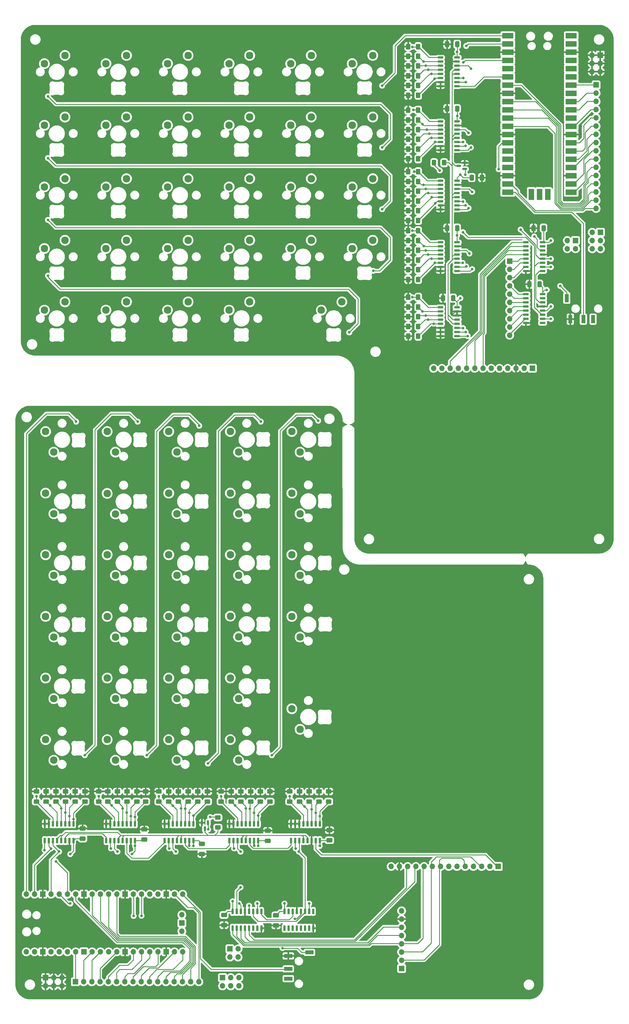
<source format=gtl>
G04 #@! TF.GenerationSoftware,KiCad,Pcbnew,(6.0.10)*
G04 #@! TF.CreationDate,2023-02-21T21:24:37+01:00*
G04 #@! TF.ProjectId,kicad,6b696361-642e-46b6-9963-61645f706362,rev?*
G04 #@! TF.SameCoordinates,Original*
G04 #@! TF.FileFunction,Copper,L1,Top*
G04 #@! TF.FilePolarity,Positive*
%FSLAX46Y46*%
G04 Gerber Fmt 4.6, Leading zero omitted, Abs format (unit mm)*
G04 Created by KiCad (PCBNEW (6.0.10)) date 2023-02-21 21:24:37*
%MOMM*%
%LPD*%
G01*
G04 APERTURE LIST*
G04 Aperture macros list*
%AMRoundRect*
0 Rectangle with rounded corners*
0 $1 Rounding radius*
0 $2 $3 $4 $5 $6 $7 $8 $9 X,Y pos of 4 corners*
0 Add a 4 corners polygon primitive as box body*
4,1,4,$2,$3,$4,$5,$6,$7,$8,$9,$2,$3,0*
0 Add four circle primitives for the rounded corners*
1,1,$1+$1,$2,$3*
1,1,$1+$1,$4,$5*
1,1,$1+$1,$6,$7*
1,1,$1+$1,$8,$9*
0 Add four rect primitives between the rounded corners*
20,1,$1+$1,$2,$3,$4,$5,0*
20,1,$1+$1,$4,$5,$6,$7,0*
20,1,$1+$1,$6,$7,$8,$9,0*
20,1,$1+$1,$8,$9,$2,$3,0*%
G04 Aperture macros list end*
G04 #@! TA.AperFunction,SMDPad,CuDef*
%ADD10R,2.500000X1.200000*%
G04 #@! TD*
G04 #@! TA.AperFunction,SMDPad,CuDef*
%ADD11RoundRect,0.250000X-0.625000X0.400000X-0.625000X-0.400000X0.625000X-0.400000X0.625000X0.400000X0*%
G04 #@! TD*
G04 #@! TA.AperFunction,SMDPad,CuDef*
%ADD12RoundRect,0.250000X-0.400000X-0.625000X0.400000X-0.625000X0.400000X0.625000X-0.400000X0.625000X0*%
G04 #@! TD*
G04 #@! TA.AperFunction,ComponentPad*
%ADD13C,2.300000*%
G04 #@! TD*
G04 #@! TA.AperFunction,ComponentPad*
%ADD14R,1.700000X1.700000*%
G04 #@! TD*
G04 #@! TA.AperFunction,ComponentPad*
%ADD15O,1.700000X1.700000*%
G04 #@! TD*
G04 #@! TA.AperFunction,SMDPad,CuDef*
%ADD16RoundRect,0.250000X0.412500X0.650000X-0.412500X0.650000X-0.412500X-0.650000X0.412500X-0.650000X0*%
G04 #@! TD*
G04 #@! TA.AperFunction,SMDPad,CuDef*
%ADD17RoundRect,0.150000X-0.725000X-0.150000X0.725000X-0.150000X0.725000X0.150000X-0.725000X0.150000X0*%
G04 #@! TD*
G04 #@! TA.AperFunction,SMDPad,CuDef*
%ADD18RoundRect,0.150000X0.587500X0.150000X-0.587500X0.150000X-0.587500X-0.150000X0.587500X-0.150000X0*%
G04 #@! TD*
G04 #@! TA.AperFunction,SMDPad,CuDef*
%ADD19R,3.500000X1.700000*%
G04 #@! TD*
G04 #@! TA.AperFunction,SMDPad,CuDef*
%ADD20R,1.700000X3.500000*%
G04 #@! TD*
G04 #@! TA.AperFunction,SMDPad,CuDef*
%ADD21RoundRect,0.150000X0.150000X-0.725000X0.150000X0.725000X-0.150000X0.725000X-0.150000X-0.725000X0*%
G04 #@! TD*
G04 #@! TA.AperFunction,SMDPad,CuDef*
%ADD22RoundRect,0.250000X-0.412500X-0.650000X0.412500X-0.650000X0.412500X0.650000X-0.412500X0.650000X0*%
G04 #@! TD*
G04 #@! TA.AperFunction,SMDPad,CuDef*
%ADD23RoundRect,0.150000X-0.150000X0.725000X-0.150000X-0.725000X0.150000X-0.725000X0.150000X0.725000X0*%
G04 #@! TD*
G04 #@! TA.AperFunction,SMDPad,CuDef*
%ADD24RoundRect,0.150000X-0.150000X0.587500X-0.150000X-0.587500X0.150000X-0.587500X0.150000X0.587500X0*%
G04 #@! TD*
G04 #@! TA.AperFunction,SMDPad,CuDef*
%ADD25RoundRect,0.250000X-0.650000X0.412500X-0.650000X-0.412500X0.650000X-0.412500X0.650000X0.412500X0*%
G04 #@! TD*
G04 #@! TA.AperFunction,SMDPad,CuDef*
%ADD26RoundRect,0.250000X0.650000X-0.412500X0.650000X0.412500X-0.650000X0.412500X-0.650000X-0.412500X0*%
G04 #@! TD*
G04 #@! TA.AperFunction,SMDPad,CuDef*
%ADD27R,1.200000X2.500000*%
G04 #@! TD*
G04 #@! TA.AperFunction,ViaPad*
%ADD28C,0.800000*%
G04 #@! TD*
G04 #@! TA.AperFunction,Conductor*
%ADD29C,0.250000*%
G04 #@! TD*
G04 APERTURE END LIST*
D10*
X117090000Y-318580001D03*
X117090000Y-321580001D03*
X123590000Y-313480001D03*
X117090000Y-314580001D03*
D11*
X117539999Y-263880000D03*
X117539999Y-266980000D03*
D12*
X154070000Y-65800000D03*
X157170000Y-65800000D03*
D13*
X41810000Y-39460000D03*
X48160000Y-36920000D03*
X82719999Y-216240000D03*
X80179999Y-209890000D03*
D14*
X205740000Y-93980000D03*
D15*
X203200000Y-93980000D03*
X205740000Y-96520000D03*
X203200000Y-96520000D03*
D11*
X61339999Y-263880000D03*
X61339999Y-266980000D03*
X48339999Y-263880000D03*
X48339999Y-266980000D03*
D12*
X154069999Y-97000000D03*
X157169999Y-97000000D03*
D16*
X176822500Y-74600000D03*
X173697500Y-74600000D03*
D11*
X99450000Y-263880000D03*
X99450000Y-266980000D03*
D13*
X101720000Y-254240001D03*
X99180000Y-247890001D03*
D17*
X190425000Y-94555000D03*
X190425000Y-95825000D03*
X190425000Y-97095000D03*
X190425000Y-98365000D03*
X190425000Y-99635000D03*
X190425000Y-100905000D03*
X190425000Y-102175000D03*
X190425000Y-103445000D03*
X195575000Y-103445000D03*
X195575000Y-102175000D03*
X195575000Y-100905000D03*
X195575000Y-99635000D03*
X195575000Y-98365000D03*
X195575000Y-97095000D03*
X195575000Y-95825000D03*
X195575000Y-94555000D03*
D11*
X129540000Y-263880000D03*
X129540000Y-266980000D03*
D18*
X171557500Y-71950000D03*
X171557500Y-70050000D03*
X169682500Y-71000000D03*
D12*
X154070000Y-59800000D03*
X157170000Y-59800000D03*
D11*
X111449999Y-263880000D03*
X111449999Y-266980000D03*
D13*
X117810000Y-58460000D03*
X124160000Y-55920000D03*
D14*
X152059999Y-318435001D03*
D15*
X152059999Y-315895001D03*
X152059999Y-313355001D03*
X152059999Y-310815001D03*
X152059999Y-308275001D03*
X152059999Y-305735001D03*
X152059999Y-303195001D03*
X152059999Y-300655001D03*
D19*
X184830000Y-30870000D03*
D15*
X185730000Y-30870000D03*
D19*
X184830000Y-33410000D03*
D15*
X185730000Y-33410000D03*
D14*
X185730000Y-35950000D03*
D19*
X184830000Y-35950000D03*
X184830000Y-38490000D03*
D15*
X185730000Y-38490000D03*
D19*
X184830000Y-41030000D03*
D15*
X185730000Y-41030000D03*
X185730000Y-43570000D03*
D19*
X184830000Y-43570000D03*
X184830000Y-46110000D03*
D15*
X185730000Y-46110000D03*
D19*
X184830000Y-48650000D03*
D14*
X185730000Y-48650000D03*
D19*
X184830000Y-51190000D03*
D15*
X185730000Y-51190000D03*
D19*
X184830000Y-53730000D03*
D15*
X185730000Y-53730000D03*
D19*
X184830000Y-56270000D03*
D15*
X185730000Y-56270000D03*
X185730000Y-58810000D03*
D19*
X184830000Y-58810000D03*
X184830000Y-61350000D03*
D14*
X185730000Y-61350000D03*
D15*
X185730000Y-63890000D03*
D19*
X184830000Y-63890000D03*
X184830000Y-66430000D03*
D15*
X185730000Y-66430000D03*
X185730000Y-68970000D03*
D19*
X184830000Y-68970000D03*
D15*
X185730000Y-71510000D03*
D19*
X184830000Y-71510000D03*
X184830000Y-74050000D03*
D14*
X185730000Y-74050000D03*
D15*
X185730000Y-76590000D03*
D19*
X184830000Y-76590000D03*
X184830000Y-79130000D03*
D15*
X185730000Y-79130000D03*
D19*
X204410000Y-79130000D03*
D15*
X203510000Y-79130000D03*
X203510000Y-76590000D03*
D19*
X204410000Y-76590000D03*
X204410000Y-74050000D03*
D14*
X203510000Y-74050000D03*
D19*
X204410000Y-71510000D03*
D15*
X203510000Y-71510000D03*
D19*
X204410000Y-68970000D03*
D15*
X203510000Y-68970000D03*
D19*
X204410000Y-66430000D03*
D15*
X203510000Y-66430000D03*
D19*
X204410000Y-63890000D03*
D15*
X203510000Y-63890000D03*
D19*
X204410000Y-61350000D03*
D14*
X203510000Y-61350000D03*
D19*
X204410000Y-58810000D03*
D15*
X203510000Y-58810000D03*
X203510000Y-56270000D03*
D19*
X204410000Y-56270000D03*
X204410000Y-53730000D03*
D15*
X203510000Y-53730000D03*
D19*
X204410000Y-51190000D03*
D15*
X203510000Y-51190000D03*
D19*
X204410000Y-48650000D03*
D14*
X203510000Y-48650000D03*
D19*
X204410000Y-46110000D03*
D15*
X203510000Y-46110000D03*
D19*
X204410000Y-43570000D03*
D15*
X203510000Y-43570000D03*
D19*
X204410000Y-41030000D03*
D15*
X203510000Y-41030000D03*
D19*
X204410000Y-38490000D03*
D15*
X203510000Y-38490000D03*
D14*
X203510000Y-35950000D03*
D19*
X204410000Y-35950000D03*
X204410000Y-33410000D03*
D15*
X203510000Y-33410000D03*
D19*
X204410000Y-30870000D03*
D15*
X203510000Y-30870000D03*
X192080000Y-78900000D03*
D20*
X192080000Y-79800000D03*
D14*
X194620000Y-78900000D03*
D20*
X194620000Y-79800000D03*
X197160000Y-79800000D03*
D15*
X197160000Y-78900000D03*
D13*
X44720000Y-178240001D03*
X42180000Y-171890001D03*
X60810000Y-77460000D03*
X67160000Y-74920000D03*
D21*
X115895000Y-306005000D03*
X117165000Y-306005000D03*
X118435000Y-306005000D03*
X119705000Y-306005000D03*
X120975000Y-306005000D03*
X122245000Y-306005000D03*
X123515000Y-306005000D03*
X124785000Y-306005000D03*
X124785000Y-300855000D03*
X123515000Y-300855000D03*
X122245000Y-300855000D03*
X120975000Y-300855000D03*
X119705000Y-300855000D03*
X118435000Y-300855000D03*
X117165000Y-300855000D03*
X115895000Y-300855000D03*
D11*
X126539999Y-263880000D03*
X126539999Y-266980000D03*
D13*
X44720000Y-197240001D03*
X42180000Y-190890001D03*
D17*
X164045000Y-94555000D03*
X164045000Y-95825000D03*
X164045000Y-97095000D03*
X164045000Y-98365000D03*
X164045000Y-99635000D03*
X164045000Y-100905000D03*
X164045000Y-102175000D03*
X164045000Y-103445000D03*
X169195000Y-103445000D03*
X169195000Y-102175000D03*
X169195000Y-100905000D03*
X169195000Y-99635000D03*
X169195000Y-98365000D03*
X169195000Y-97095000D03*
X169195000Y-95825000D03*
X169195000Y-94555000D03*
D13*
X41810000Y-115460000D03*
X48160000Y-112920000D03*
X98810000Y-77460000D03*
X105160000Y-74920000D03*
D12*
X154070000Y-75800000D03*
X157170000Y-75800000D03*
D13*
X79810000Y-58460000D03*
X86160000Y-55920000D03*
X44719999Y-216240000D03*
X42179999Y-209890000D03*
D11*
X120540000Y-263880000D03*
X120540000Y-266980000D03*
X77139999Y-263880000D03*
X77139999Y-266980000D03*
D13*
X60810000Y-96460000D03*
X67160000Y-93920000D03*
D11*
X70339999Y-263880000D03*
X70339999Y-266980000D03*
D13*
X63719999Y-159240001D03*
X61179999Y-152890001D03*
D22*
X166077500Y-90170000D03*
X169202500Y-90170000D03*
D12*
X154070000Y-84800000D03*
X157170000Y-84800000D03*
X154070000Y-117490000D03*
X157170000Y-117490000D03*
D13*
X44720000Y-159240000D03*
X42180000Y-152890000D03*
X63719999Y-178320001D03*
X61179999Y-171970001D03*
D14*
X192405000Y-133410000D03*
D15*
X189865000Y-133410000D03*
X187325000Y-133410000D03*
X184785000Y-133410000D03*
X182245000Y-133410000D03*
X179705000Y-133410000D03*
X177165000Y-133410000D03*
X174625000Y-133410000D03*
X172085000Y-133410000D03*
X169545000Y-133410000D03*
X167005000Y-133410000D03*
X164465000Y-133410000D03*
X161925000Y-133410000D03*
D17*
X164045000Y-75555000D03*
X164045000Y-76825000D03*
X164045000Y-78095000D03*
X164045000Y-79365000D03*
X164045000Y-80635000D03*
X164045000Y-81905000D03*
X164045000Y-83175000D03*
X164045000Y-84445000D03*
X169195000Y-84445000D03*
X169195000Y-83175000D03*
X169195000Y-81905000D03*
X169195000Y-80635000D03*
X169195000Y-79365000D03*
X169195000Y-78095000D03*
X169195000Y-76825000D03*
X169195000Y-75555000D03*
D13*
X98810000Y-39460000D03*
X105160000Y-36920000D03*
D11*
X102449999Y-263880000D03*
X102449999Y-266980000D03*
D14*
X212090000Y-46027500D03*
D15*
X212090000Y-48567500D03*
X212090000Y-51107500D03*
X212090000Y-53647500D03*
X212090000Y-56187500D03*
X212090000Y-58727500D03*
X212090000Y-61267500D03*
X212090000Y-63807500D03*
X212090000Y-66347500D03*
X212090000Y-68887500D03*
X212090000Y-71427500D03*
X212090000Y-73967500D03*
X212090000Y-76507500D03*
X212090000Y-79047500D03*
X212090000Y-81587500D03*
X212090000Y-84127500D03*
D13*
X82719999Y-235240001D03*
X80179999Y-228890001D03*
X41810000Y-58460000D03*
X48160000Y-55920000D03*
D23*
X87785000Y-273855000D03*
X86515000Y-273855000D03*
X85245000Y-273855000D03*
X83975000Y-273855000D03*
X82705000Y-273855000D03*
X81435000Y-273855000D03*
X80165000Y-273855000D03*
X78895000Y-273855000D03*
X78895000Y-279005000D03*
X80165000Y-279005000D03*
X81435000Y-279005000D03*
X82705000Y-279005000D03*
X83975000Y-279005000D03*
X85245000Y-279005000D03*
X86515000Y-279005000D03*
X87785000Y-279005000D03*
D13*
X101719999Y-159240000D03*
X99179999Y-152890000D03*
D14*
X51367499Y-322560001D03*
D15*
X53907499Y-322560001D03*
X56447499Y-322560001D03*
X58987499Y-322560001D03*
X61527499Y-322560001D03*
X64067499Y-322560001D03*
X66607499Y-322560001D03*
X69147499Y-322560001D03*
X71687499Y-322560001D03*
X74227499Y-322560001D03*
X76767499Y-322560001D03*
X79307499Y-322560001D03*
X81847499Y-322560001D03*
X84387499Y-322560001D03*
X86927499Y-322560001D03*
X89467499Y-322560001D03*
D24*
X92290000Y-273492500D03*
X90390000Y-273492500D03*
X91340000Y-275367500D03*
D12*
X154070000Y-94000000D03*
X157170000Y-94000000D03*
D11*
X58539999Y-263880000D03*
X58539999Y-266980000D03*
D23*
X69785000Y-273855000D03*
X68515000Y-273855000D03*
X67245000Y-273855000D03*
X65975000Y-273855000D03*
X64705000Y-273855000D03*
X63435000Y-273855000D03*
X62165000Y-273855000D03*
X60895000Y-273855000D03*
X60895000Y-279005000D03*
X62165000Y-279005000D03*
X63435000Y-279005000D03*
X64705000Y-279005000D03*
X65975000Y-279005000D03*
X67245000Y-279005000D03*
X68515000Y-279005000D03*
X69785000Y-279005000D03*
D12*
X154070000Y-49200000D03*
X157170000Y-49200000D03*
D13*
X79810000Y-96460000D03*
X86160000Y-93920000D03*
D25*
X129799999Y-275765001D03*
X129799999Y-278890001D03*
D17*
X190425000Y-110555000D03*
X190425000Y-111825000D03*
X190425000Y-113095000D03*
X190425000Y-114365000D03*
X190425000Y-115635000D03*
X190425000Y-116905000D03*
X190425000Y-118175000D03*
X190425000Y-119445000D03*
X195575000Y-119445000D03*
X195575000Y-118175000D03*
X195575000Y-116905000D03*
X195575000Y-115635000D03*
X195575000Y-114365000D03*
X195575000Y-113095000D03*
X195575000Y-111825000D03*
X195575000Y-110555000D03*
D12*
X154070000Y-78800000D03*
X157170000Y-78800000D03*
D22*
X191477500Y-107480000D03*
X194602500Y-107480000D03*
X164807500Y-111760000D03*
X167932500Y-111760000D03*
D13*
X63719999Y-197240000D03*
X61179999Y-190890000D03*
D11*
X89140000Y-263880000D03*
X89140000Y-266980000D03*
D12*
X154070000Y-123490000D03*
X157170000Y-123490000D03*
D25*
X72650000Y-275570000D03*
X72650000Y-278695000D03*
D14*
X96794999Y-321270001D03*
D15*
X96794999Y-323810001D03*
X99334999Y-321270001D03*
X99334999Y-323810001D03*
X101874999Y-321270001D03*
X101874999Y-323810001D03*
D13*
X120719999Y-178240001D03*
X118179999Y-171890001D03*
X117810000Y-96460000D03*
X124160000Y-93920000D03*
X136810000Y-39460000D03*
X143160000Y-36920000D03*
D11*
X73044999Y-263880000D03*
X73044999Y-266980000D03*
X105449999Y-263880000D03*
X105449999Y-266980000D03*
D12*
X154070000Y-62800000D03*
X157170000Y-62800000D03*
D11*
X95339999Y-271880001D03*
X95339999Y-274980001D03*
D13*
X60810000Y-39460000D03*
X67160000Y-36920000D03*
X101719999Y-197240001D03*
X99179999Y-190890001D03*
D11*
X92139999Y-263880000D03*
X92139999Y-266980000D03*
D12*
X154070000Y-34200000D03*
X157170000Y-34200000D03*
X154069999Y-87800000D03*
X157169999Y-87800000D03*
D13*
X136810000Y-77460000D03*
X143160000Y-74920000D03*
D14*
X213380000Y-36830000D03*
D15*
X210840000Y-36830000D03*
X213380000Y-39370000D03*
X210840000Y-39370000D03*
X213380000Y-41910000D03*
X210840000Y-41910000D03*
D25*
X110750000Y-275988752D03*
X110750000Y-279113752D03*
D26*
X113289999Y-305180001D03*
X113289999Y-302055001D03*
D12*
X154070000Y-100000000D03*
X157170000Y-100000000D03*
D22*
X166077500Y-33490000D03*
X169202500Y-33490000D03*
D13*
X82719999Y-159240001D03*
X80179999Y-152890001D03*
X41810000Y-96460000D03*
X48160000Y-93920000D03*
D25*
X53599999Y-275277501D03*
X53599999Y-278402501D03*
D11*
X42339999Y-263880000D03*
X42339999Y-266980000D03*
D13*
X63719999Y-254240001D03*
X61179999Y-247890001D03*
D14*
X181869999Y-287000001D03*
D15*
X179329999Y-287000001D03*
X176789999Y-287000001D03*
X174249999Y-287000001D03*
X171709999Y-287000001D03*
X169169999Y-287000001D03*
X166629999Y-287000001D03*
X164089999Y-287000001D03*
X161549999Y-287000001D03*
X159009999Y-287000001D03*
X156469999Y-287000001D03*
X153929999Y-287000001D03*
X151389999Y-287000001D03*
X148849999Y-287000001D03*
D12*
X154070000Y-72800000D03*
X157170000Y-72800000D03*
X154070000Y-120490000D03*
X157170000Y-120490000D03*
X154070000Y-81800000D03*
X157170000Y-81800000D03*
D13*
X79810000Y-39460000D03*
X86160000Y-36920000D03*
D14*
X185420000Y-100330000D03*
D15*
X185420000Y-102870000D03*
X185420000Y-105410000D03*
X185420000Y-107950000D03*
X185420000Y-110490000D03*
X185420000Y-113030000D03*
X185420000Y-115570000D03*
X185420000Y-118110000D03*
X185420000Y-120650000D03*
X185420000Y-123190000D03*
D12*
X154070000Y-111490000D03*
X157170000Y-111490000D03*
D11*
X123539999Y-263880000D03*
X123539999Y-266980000D03*
D13*
X120719999Y-244715000D03*
X118179999Y-238365000D03*
X41810000Y-77460000D03*
X48160000Y-74920000D03*
D17*
X164045000Y-37555000D03*
X164045000Y-38825000D03*
X164045000Y-40095000D03*
X164045000Y-41365000D03*
X164045000Y-42635000D03*
X164045000Y-43905000D03*
X164045000Y-45175000D03*
X164045000Y-46445000D03*
X169195000Y-46445000D03*
X169195000Y-45175000D03*
X169195000Y-43905000D03*
X169195000Y-42635000D03*
X169195000Y-41365000D03*
X169195000Y-40095000D03*
X169195000Y-38825000D03*
X169195000Y-37555000D03*
D13*
X79810000Y-77460000D03*
X86160000Y-74920000D03*
D22*
X192747500Y-90170000D03*
X195872500Y-90170000D03*
D13*
X101719999Y-178240001D03*
X99179999Y-171890001D03*
X63719999Y-235240001D03*
X61179999Y-228890001D03*
D11*
X83139999Y-263880000D03*
X83139999Y-266980000D03*
D13*
X82719999Y-254240001D03*
X80179999Y-247890001D03*
D17*
X164045000Y-57235000D03*
X164045000Y-58505000D03*
X164045000Y-59775000D03*
X164045000Y-61045000D03*
X164045000Y-62315000D03*
X164045000Y-63585000D03*
X164045000Y-64855000D03*
X164045000Y-66125000D03*
X169195000Y-66125000D03*
X169195000Y-64855000D03*
X169195000Y-63585000D03*
X169195000Y-62315000D03*
X169195000Y-61045000D03*
X169195000Y-59775000D03*
X169195000Y-58505000D03*
X169195000Y-57235000D03*
D11*
X86139999Y-263880000D03*
X86139999Y-266980000D03*
D13*
X117810000Y-39460000D03*
X124160000Y-36920000D03*
X120719999Y-216240001D03*
X118179999Y-209890001D03*
D14*
X42169999Y-321290001D03*
D15*
X42169999Y-323830001D03*
X44709999Y-321290001D03*
X44709999Y-323830001D03*
X47249999Y-321290001D03*
X47249999Y-323830001D03*
D11*
X45340000Y-263880000D03*
X45340000Y-266980000D03*
D12*
X162070000Y-70000000D03*
X165170000Y-70000000D03*
D13*
X127285000Y-115460000D03*
X133635000Y-112920000D03*
D26*
X90429999Y-283145001D03*
X90429999Y-280020001D03*
D13*
X117810000Y-77460000D03*
X124160000Y-74920000D03*
D11*
X108450000Y-263880000D03*
X108450000Y-266980000D03*
D13*
X101719999Y-216160000D03*
X99179999Y-209810000D03*
D11*
X54340000Y-263880000D03*
X54340000Y-266980000D03*
D13*
X63719999Y-216240000D03*
X61179999Y-209890000D03*
X60810000Y-58460000D03*
X67160000Y-55920000D03*
D11*
X64339999Y-263880001D03*
X64339999Y-266980001D03*
D13*
X79810000Y-115460000D03*
X86160000Y-112920000D03*
D11*
X80140000Y-263880000D03*
X80140000Y-266980000D03*
D12*
X154070000Y-91000001D03*
X157170000Y-91000001D03*
X154070000Y-46200000D03*
X157170000Y-46200000D03*
D13*
X60810000Y-115460000D03*
X67160000Y-112920000D03*
D12*
X154070000Y-114490000D03*
X157170000Y-114490000D03*
D13*
X44719999Y-235240001D03*
X42179999Y-228890001D03*
D12*
X154070000Y-56800000D03*
X157170000Y-56800000D03*
D21*
X99895000Y-306005001D03*
X101165000Y-306005001D03*
X102435000Y-306005001D03*
X103705000Y-306005001D03*
X104975000Y-306005001D03*
X106245000Y-306005001D03*
X107515000Y-306005001D03*
X108785000Y-306005001D03*
X108785000Y-300855001D03*
X107515000Y-300855001D03*
X106245000Y-300855001D03*
X104975000Y-300855001D03*
X103705000Y-300855001D03*
X102435000Y-300855001D03*
X101165000Y-300855001D03*
X99895000Y-300855001D03*
D27*
X208150000Y-118250000D03*
X211150000Y-118250000D03*
X203050000Y-111750000D03*
X204150000Y-118250000D03*
D11*
X67340000Y-263880000D03*
X67340000Y-266980000D03*
D12*
X154070000Y-40200000D03*
X157170000Y-40200000D03*
D13*
X136810000Y-58460000D03*
X143160000Y-55920000D03*
D26*
X97249999Y-305072501D03*
X97249999Y-301947501D03*
D14*
X99045000Y-312400000D03*
D15*
X99045000Y-314940000D03*
X101585000Y-312400000D03*
X101585000Y-314940000D03*
D13*
X98810000Y-115460000D03*
X105160000Y-112920000D03*
D12*
X154070000Y-37200000D03*
X157170000Y-37200000D03*
X154070000Y-103000000D03*
X157170000Y-103000000D03*
D13*
X82719999Y-178240001D03*
X80179999Y-171890001D03*
D23*
X107784999Y-273855001D03*
X106514999Y-273855001D03*
X105244999Y-273855001D03*
X103974999Y-273855001D03*
X102704999Y-273855001D03*
X101434999Y-273855001D03*
X100164999Y-273855001D03*
X98894999Y-273855001D03*
X98894999Y-279005001D03*
X100164999Y-279005001D03*
X101434999Y-279005001D03*
X102704999Y-279005001D03*
X103974999Y-279005001D03*
X105244999Y-279005001D03*
X106514999Y-279005001D03*
X107784999Y-279005001D03*
D13*
X98810000Y-58460000D03*
X105160000Y-55920000D03*
X101720000Y-235240001D03*
X99180000Y-228890001D03*
X82719999Y-197240000D03*
X80179999Y-190890000D03*
D22*
X166077500Y-53340000D03*
X169202500Y-53340000D03*
D11*
X51340000Y-263880001D03*
X51340000Y-266980001D03*
D13*
X136810000Y-96460000D03*
X143160000Y-93920000D03*
D17*
X164045000Y-114555000D03*
X164045000Y-115825000D03*
X164045000Y-117095000D03*
X164045000Y-118365000D03*
X164045000Y-119635000D03*
X164045000Y-120905000D03*
X164045000Y-122175000D03*
X164045000Y-123445000D03*
X169195000Y-123445000D03*
X169195000Y-122175000D03*
X169195000Y-120905000D03*
X169195000Y-119635000D03*
X169195000Y-118365000D03*
X169195000Y-117095000D03*
X169195000Y-115825000D03*
X169195000Y-114555000D03*
D14*
X213420000Y-91455000D03*
D15*
X210880000Y-91455000D03*
X213420000Y-93995000D03*
X210880000Y-93995000D03*
X213420000Y-96535000D03*
X210880000Y-96535000D03*
D12*
X154069999Y-106000000D03*
X157169999Y-106000000D03*
D13*
X120719999Y-159240000D03*
X118179999Y-152890000D03*
X44719999Y-254240001D03*
X42179999Y-247890001D03*
D12*
X154070000Y-43200000D03*
X157170000Y-43200000D03*
D11*
X39339999Y-263880000D03*
X39339999Y-266980000D03*
D23*
X50784999Y-273855000D03*
X49514999Y-273855000D03*
X48244999Y-273855000D03*
X46974999Y-273855000D03*
X45704999Y-273855000D03*
X44434999Y-273855000D03*
X43164999Y-273855000D03*
X41894999Y-273855000D03*
X41894999Y-279005000D03*
X43164999Y-279005000D03*
X44434999Y-279005000D03*
X45704999Y-279005000D03*
X46974999Y-279005000D03*
X48244999Y-279005000D03*
X49514999Y-279005000D03*
X50784999Y-279005000D03*
X126785000Y-273855001D03*
X125515000Y-273855001D03*
X124245000Y-273855001D03*
X122975000Y-273855001D03*
X121705000Y-273855001D03*
X120435000Y-273855001D03*
X119165000Y-273855001D03*
X117895000Y-273855001D03*
X117895000Y-279005001D03*
X119165000Y-279005001D03*
X120435000Y-279005001D03*
X121705000Y-279005001D03*
X122975000Y-279005001D03*
X124245000Y-279005001D03*
X125515000Y-279005001D03*
X126785000Y-279005001D03*
D13*
X98810000Y-96460000D03*
X105160000Y-93920000D03*
D12*
X154070000Y-53800000D03*
X157170000Y-53800000D03*
X154070000Y-68800000D03*
X157170000Y-68800000D03*
D11*
X96339999Y-263880001D03*
X96339999Y-266980001D03*
D13*
X120719999Y-197240001D03*
X118179999Y-190890001D03*
D15*
X36209999Y-295540001D03*
X38749999Y-295540001D03*
D14*
X41289999Y-295540001D03*
D15*
X43829999Y-295540001D03*
X46369999Y-295540001D03*
X48909999Y-295540001D03*
X51449999Y-295540001D03*
D14*
X53989999Y-295540001D03*
D15*
X56529999Y-295540001D03*
X59069999Y-295540001D03*
X61609999Y-295540001D03*
X64149999Y-295540001D03*
D14*
X66689999Y-295540001D03*
D15*
X69229999Y-295540001D03*
X71769999Y-295540001D03*
X74309999Y-295540001D03*
X76849999Y-295540001D03*
D14*
X79389999Y-295540001D03*
D15*
X81929999Y-295540001D03*
X84469999Y-295540001D03*
X84469999Y-313320001D03*
X81929999Y-313320001D03*
D14*
X79389999Y-313320001D03*
D15*
X76849999Y-313320001D03*
X74309999Y-313320001D03*
X71769999Y-313320001D03*
X69229999Y-313320001D03*
D14*
X66689999Y-313320001D03*
D15*
X64149999Y-313320001D03*
X61609999Y-313320001D03*
X59069999Y-313320001D03*
X56529999Y-313320001D03*
D14*
X53989999Y-313320001D03*
D15*
X51449999Y-313320001D03*
X48909999Y-313320001D03*
X46369999Y-313320001D03*
X43829999Y-313320001D03*
D14*
X41289999Y-313320001D03*
D15*
X38749999Y-313320001D03*
X36209999Y-313320001D03*
X84239999Y-301890001D03*
D14*
X84239999Y-304430001D03*
D15*
X84239999Y-306970001D03*
D28*
X188780000Y-90620000D03*
X69339999Y-302240000D03*
X91089999Y-227310001D03*
X53090000Y-149840001D03*
X129090000Y-236200001D03*
X72089999Y-206990001D03*
X53089999Y-206990001D03*
X50800000Y-47830000D03*
X107950000Y-85830000D03*
X72089999Y-245090000D03*
X110089999Y-168890001D03*
X69850000Y-66830000D03*
X49514999Y-280650001D03*
X107950000Y-104830000D03*
X72650000Y-255250001D03*
X106549799Y-280615201D03*
X123450000Y-280650001D03*
X146050000Y-66830000D03*
X127000000Y-47830000D03*
X53010000Y-226040001D03*
X69850000Y-47830000D03*
X166370000Y-119380000D03*
X110090000Y-149840000D03*
X129214999Y-206990001D03*
X135890000Y-123830000D03*
X127000000Y-85830000D03*
X88900000Y-85830000D03*
X50800000Y-66830000D03*
X69850000Y-104830000D03*
X50800000Y-104830000D03*
X72089999Y-226040001D03*
X86549800Y-280615201D03*
X148339999Y-297430000D03*
X53090000Y-168890001D03*
X91010000Y-208260001D03*
X107950000Y-66830000D03*
X110090000Y-206990001D03*
X72089999Y-187940001D03*
X110749999Y-255250001D03*
X50800000Y-123830000D03*
X107950000Y-47830000D03*
X90429999Y-255250001D03*
X107950000Y-123830000D03*
X53600000Y-255250001D03*
X72089999Y-149840000D03*
X50800000Y-85830000D03*
X69850000Y-85830000D03*
X53010000Y-245090000D03*
X91089999Y-245090000D03*
X110090000Y-245090000D03*
X146050000Y-104830000D03*
X110089999Y-187940000D03*
X91089999Y-189210000D03*
X110090000Y-226040001D03*
X146050000Y-47750000D03*
X91089999Y-170160001D03*
X129089999Y-187940000D03*
X127000000Y-104750000D03*
X127000000Y-66830000D03*
X131070000Y-152380001D03*
X88900000Y-123830000D03*
X72090000Y-168890001D03*
X88900000Y-66830000D03*
X69850000Y-123830000D03*
X91089999Y-151110001D03*
X167640000Y-116840000D03*
X68549800Y-280615201D03*
X88900000Y-47830000D03*
X146050000Y-85830000D03*
X129089999Y-168890001D03*
X88900000Y-104830000D03*
X53090000Y-187940000D03*
X71769999Y-302170000D03*
X146050000Y-46250000D03*
X135890000Y-122330000D03*
X42895000Y-104830000D03*
X51589999Y-149840000D03*
X102339999Y-293430001D03*
X54265500Y-252692751D03*
X70589999Y-149840000D03*
X73365500Y-252710001D03*
X89590000Y-151110001D03*
X198120000Y-118175000D03*
X170180000Y-73660000D03*
X170180000Y-111760000D03*
X169195000Y-92425000D03*
X87784999Y-280650000D03*
X68840000Y-283190001D03*
X107784999Y-280650001D03*
X69784999Y-280650000D03*
X107515000Y-298430001D03*
X196850000Y-109220000D03*
X163830000Y-72390000D03*
X198120000Y-102175000D03*
X92970000Y-271760001D03*
X198120000Y-93980000D03*
X169195000Y-35845000D03*
X169202500Y-55587500D03*
X126784999Y-280650001D03*
X49789999Y-283190001D03*
X123514999Y-298430001D03*
X115895000Y-298430001D03*
X99894999Y-297705501D03*
X108589999Y-149840001D03*
X92265499Y-255250001D03*
X146050000Y-84330000D03*
X42895000Y-68580000D03*
X143345000Y-103330000D03*
X42895000Y-87630000D03*
X126294999Y-149535001D03*
X112020000Y-252710001D03*
X42895000Y-49530000D03*
X146050000Y-65330000D03*
X155660500Y-53724500D03*
X158495000Y-58125000D03*
X159845000Y-59775000D03*
X161305000Y-62315000D03*
X198120000Y-99635000D03*
X171825000Y-45175000D03*
X171810000Y-64810000D03*
X171810000Y-83190000D03*
X171724500Y-73660000D03*
X171825000Y-122175000D03*
X172000000Y-34000000D03*
X198120000Y-114300000D03*
X172000000Y-102000000D03*
X43827700Y-281430000D03*
X119339999Y-281430000D03*
X80339999Y-281430001D03*
X100339999Y-281430000D03*
X92339999Y-275570000D03*
X62339999Y-281430001D03*
X43565000Y-268205001D03*
X46975000Y-269065001D03*
X162385000Y-63585000D03*
X155910000Y-72724500D03*
X158795000Y-76825000D03*
X159525000Y-78095000D03*
X160255000Y-79365000D03*
X161335000Y-80635000D03*
X162455000Y-82515000D03*
X160575000Y-61045000D03*
X155319500Y-91000001D03*
X158895000Y-95725000D03*
X162264999Y-100905000D03*
X161985000Y-119635000D03*
X160255000Y-118365000D03*
X159525000Y-117095000D03*
X158505000Y-115825000D03*
X155319500Y-111490000D03*
X161290000Y-99635000D03*
X160255000Y-98365000D03*
X159525000Y-97095000D03*
X77139999Y-265410001D03*
X81402499Y-268242501D03*
X201000000Y-108000000D03*
X162240000Y-44130000D03*
X161290000Y-42635000D03*
X160255000Y-41365000D03*
X159525000Y-40095000D03*
X158795000Y-38825000D03*
X155319500Y-34290000D03*
X83974999Y-269065000D03*
X85245000Y-269220001D03*
X86514999Y-270490001D03*
X96340000Y-265410001D03*
X100619999Y-268150001D03*
X103975000Y-269065000D03*
X105244999Y-269220000D03*
X106514999Y-270490000D03*
X107784999Y-271335000D03*
X117539999Y-265410001D03*
X124244999Y-269335000D03*
X125515000Y-270430001D03*
X126784999Y-271430000D03*
X182000000Y-72000000D03*
X171000000Y-91440000D03*
X171095000Y-43905000D03*
X171000000Y-82000000D03*
X171035000Y-63585000D03*
X171000000Y-121000000D03*
X170905000Y-100905000D03*
X171095000Y-39095000D03*
X193000000Y-92750000D03*
X64339999Y-282430001D03*
X82339999Y-282430001D03*
X46339999Y-282430001D03*
X120340000Y-282430001D03*
X102340000Y-282430001D03*
X119121077Y-303155501D03*
X104974999Y-299065000D03*
X115309999Y-312154501D03*
X173449000Y-41000000D03*
X173449000Y-65310000D03*
X172724500Y-84000000D03*
X172724500Y-60810000D03*
X173810000Y-102810000D03*
X173810000Y-79000000D03*
X173000000Y-98000000D03*
X172445000Y-123445000D03*
X41839999Y-281930001D03*
X45339999Y-285430000D03*
X101889500Y-298430001D03*
X49790000Y-298430001D03*
X87784999Y-271335001D03*
X39339999Y-265410001D03*
X48245000Y-270335001D03*
X49514999Y-271430000D03*
X50785000Y-272430001D03*
X58539999Y-265410001D03*
X62564999Y-268205000D03*
X65974999Y-269065000D03*
X67245000Y-270335001D03*
X68515000Y-271430000D03*
X69784999Y-271760001D03*
X122077500Y-268517501D03*
D29*
X194664645Y-99635000D02*
X198120000Y-99635000D01*
X193450000Y-98420355D02*
X194664645Y-99635000D01*
X188780000Y-90726853D02*
X193450000Y-95396853D01*
X188780000Y-90620000D02*
X188780000Y-90726853D01*
X193450000Y-95396853D02*
X193450000Y-98420355D01*
X171324999Y-285195000D02*
X171324999Y-286975000D01*
X158959999Y-315810001D02*
X163705000Y-311065001D01*
X170560000Y-284430001D02*
X171324999Y-285195000D01*
X163705000Y-311065001D02*
X163705000Y-286975001D01*
X152159999Y-315810001D02*
X158959999Y-315810001D01*
X69339999Y-302240000D02*
X69339999Y-295650001D01*
X163705000Y-286975001D02*
X163705000Y-285065001D01*
X163705000Y-285065001D02*
X164340000Y-284430001D01*
X164340000Y-284430001D02*
X170560000Y-284430001D01*
X86549800Y-280615201D02*
X86549800Y-279039801D01*
X124245000Y-279005000D02*
X124245000Y-279855001D01*
X68549800Y-280615201D02*
X68549800Y-279039801D01*
X164045000Y-120905000D02*
X164845000Y-120905000D01*
X124245000Y-279855001D02*
X123450000Y-280650001D01*
X151004999Y-286975000D02*
X151004999Y-294765001D01*
X164845000Y-120905000D02*
X166370000Y-119380000D01*
X167640000Y-116840000D02*
X168655000Y-115825000D01*
X151004999Y-294765001D02*
X148339999Y-297430000D01*
X49514999Y-279005000D02*
X49514999Y-280650001D01*
X161164999Y-286975000D02*
X161165000Y-310605001D01*
X176404999Y-286975001D02*
X173409999Y-283980001D01*
X162789999Y-283980001D02*
X161164999Y-285605001D01*
X158500000Y-313270001D02*
X152160000Y-313270001D01*
X173409999Y-283980001D02*
X162789999Y-283980001D01*
X161164999Y-285605001D02*
X161164999Y-286975000D01*
X161165000Y-310605001D02*
X158500000Y-313270001D01*
X71769999Y-295540000D02*
X71769999Y-302170000D01*
X184905000Y-97095000D02*
X190425000Y-97095000D01*
X174635000Y-124857792D02*
X177175000Y-122317792D01*
X174635000Y-133425000D02*
X174635000Y-124857792D01*
X177175000Y-122317792D02*
X177175000Y-104825000D01*
X177175000Y-104825000D02*
X184905000Y-97095000D01*
X150000000Y-34000000D02*
X153130000Y-30870000D01*
X153130000Y-30870000D02*
X185730000Y-30870000D01*
X150000000Y-42300000D02*
X150000000Y-34000000D01*
X146050000Y-46250000D02*
X150000000Y-42300000D01*
X138620000Y-112000000D02*
X135620000Y-109000000D01*
X135890000Y-122330000D02*
X138620000Y-119600000D01*
X138620000Y-119600000D02*
X138620000Y-112000000D01*
X46620000Y-109000000D02*
X42895000Y-105275000D01*
X42895000Y-105275000D02*
X42895000Y-104830000D01*
X135620000Y-109000000D02*
X46620000Y-109000000D01*
X42339999Y-147430001D02*
X36209999Y-153560001D01*
X49340000Y-147430001D02*
X42339999Y-147430001D01*
X36209999Y-153560001D02*
X36210000Y-295540000D01*
X51589999Y-149840000D02*
X51589999Y-149680000D01*
X51589999Y-149680000D02*
X49340000Y-147430001D01*
X177940000Y-283430000D02*
X127340000Y-283430000D01*
X125515000Y-281605000D02*
X125515000Y-279005001D01*
X181484999Y-286975000D02*
X177940000Y-283430000D01*
X127340000Y-283430000D02*
X125515000Y-281605000D01*
X101164999Y-294605001D02*
X102339999Y-293430001D01*
X101165000Y-300855001D02*
X101164999Y-294605001D01*
X57409999Y-152360001D02*
X57410000Y-249548251D01*
X62339999Y-147430001D02*
X57409999Y-152360001D01*
X57410000Y-249548251D02*
X54265500Y-252692751D01*
X70589999Y-149840000D02*
X68180000Y-147430001D01*
X68180000Y-147430001D02*
X62339999Y-147430001D01*
X86505000Y-147745001D02*
X89590000Y-150830001D01*
X76459999Y-152790001D02*
X81504999Y-147745001D01*
X89590000Y-150830001D02*
X89590000Y-151110001D01*
X76460000Y-249615501D02*
X76459999Y-152790001D01*
X81504999Y-147745001D02*
X86505000Y-147745001D01*
X73365500Y-252710001D02*
X76460000Y-249615501D01*
X169195000Y-92425000D02*
X169195000Y-90177500D01*
X195575000Y-110555000D02*
X195575000Y-108452500D01*
X169195000Y-74645000D02*
X169195000Y-75555000D01*
X169195000Y-35845000D02*
X169195000Y-37555000D01*
X123515000Y-300855000D02*
X123514999Y-298430001D01*
X169195000Y-114555000D02*
X169195000Y-113022500D01*
X195575000Y-118175000D02*
X198120000Y-118175000D01*
X72339999Y-279005000D02*
X69784999Y-279005001D01*
X50784999Y-282195000D02*
X50784999Y-279005001D01*
X171120000Y-74600000D02*
X170180000Y-73660000D01*
X170180000Y-73660000D02*
X169195000Y-74645000D01*
X92970000Y-271760001D02*
X95219999Y-271760001D01*
X195575000Y-94555000D02*
X195872500Y-94257500D01*
X169202500Y-55587500D02*
X169195000Y-55595000D01*
X107784999Y-280650001D02*
X107784999Y-279005000D01*
X196215000Y-109220000D02*
X196850000Y-109220000D01*
X68840000Y-283190001D02*
X69784999Y-282245001D01*
X169195000Y-113022500D02*
X167932500Y-111760000D01*
X50784999Y-279005001D02*
X51387499Y-278402501D01*
X195872500Y-94257500D02*
X195872500Y-90170000D01*
X99894999Y-300855001D02*
X98342500Y-300855001D01*
X195575000Y-94555000D02*
X197545000Y-94555000D01*
X69784999Y-280650000D02*
X69784999Y-279005001D01*
X195575000Y-109860000D02*
X196215000Y-109220000D01*
X107515000Y-298430001D02*
X107515000Y-300855001D01*
X49789999Y-283190001D02*
X50784999Y-282195000D01*
X195575000Y-110555000D02*
X195575000Y-109860000D01*
X162070000Y-70630000D02*
X163830000Y-72390000D01*
X169202500Y-35837500D02*
X169195000Y-35845000D01*
X169202500Y-55587500D02*
X169202500Y-53340000D01*
X195575000Y-108452500D02*
X194602500Y-107480000D01*
X115895000Y-298430001D02*
X115894999Y-300855000D01*
X98342500Y-300855001D02*
X97250000Y-301947501D01*
X126784999Y-280650001D02*
X126784999Y-279005000D01*
X169202500Y-34290000D02*
X169202500Y-35837500D01*
X113289999Y-302055000D02*
X114489999Y-300855000D01*
X173697500Y-74600000D02*
X171120000Y-74600000D01*
X90429999Y-280020001D02*
X89414999Y-279005001D01*
X169195000Y-112745000D02*
X170180000Y-111760000D01*
X51387499Y-278402501D02*
X53600000Y-278402501D01*
X99894999Y-297705501D02*
X99894999Y-300855001D01*
X169195000Y-55595000D02*
X169195000Y-57235000D01*
X198120000Y-102175000D02*
X195575000Y-102175000D01*
X169195000Y-94555000D02*
X169195000Y-92425000D01*
X126784999Y-279005000D02*
X129197499Y-279005000D01*
X87784999Y-280650000D02*
X87784999Y-279005001D01*
X197545000Y-94555000D02*
X198120000Y-93980000D01*
X114489999Y-300855000D02*
X115894999Y-300855000D01*
X89414999Y-279005001D02*
X87784999Y-279005001D01*
X69784999Y-282245001D02*
X69784999Y-280650000D01*
X169195000Y-114555000D02*
X169195000Y-112745000D01*
X110641247Y-279005001D02*
X107784999Y-279005000D01*
X95509999Y-152740001D02*
X95509999Y-252005500D01*
X95509999Y-252005500D02*
X92265499Y-255250001D01*
X108589999Y-149840001D02*
X106494999Y-147745001D01*
X100505000Y-147745001D02*
X95509999Y-152740001D01*
X106494999Y-147745001D02*
X100505000Y-147745001D01*
X177165000Y-132515000D02*
X177165000Y-122964188D01*
X184271396Y-98365000D02*
X190425000Y-98365000D01*
X177625000Y-105011396D02*
X184271396Y-98365000D01*
X177625000Y-122504188D02*
X177625000Y-105011396D01*
X177625000Y-132975000D02*
X177165000Y-132515000D01*
X177165000Y-122964188D02*
X177625000Y-122504188D01*
X176275000Y-121945000D02*
X176275000Y-104452208D01*
X167015000Y-131205000D02*
X176275000Y-121945000D01*
X186172208Y-94555000D02*
X190425000Y-94555000D01*
X176275000Y-104452208D02*
X186172208Y-94555000D01*
X167015000Y-133425000D02*
X167015000Y-131205000D01*
X102435000Y-309252209D02*
X103712792Y-310530001D01*
X103712792Y-310530001D02*
X141603604Y-310530001D01*
X146483603Y-305650001D02*
X152159999Y-305650001D01*
X141603604Y-310530001D02*
X146483603Y-305650001D01*
X102435000Y-306005000D02*
X102435000Y-309252209D01*
X144580000Y-308190001D02*
X152159999Y-308190001D01*
X101165000Y-308618605D02*
X103526396Y-310980001D01*
X101165000Y-306005001D02*
X101165000Y-308618605D01*
X141790000Y-310980001D02*
X144580000Y-308190001D01*
X103526396Y-310980001D02*
X141790000Y-310980001D01*
X106540000Y-309630001D02*
X137503603Y-309630001D01*
X104974999Y-308065000D02*
X106540000Y-309630001D01*
X153544999Y-293588605D02*
X153544999Y-286975001D01*
X137503603Y-309630001D02*
X153544999Y-293588605D01*
X104974999Y-306005000D02*
X104974999Y-308065000D01*
X103704999Y-308745000D02*
X103704999Y-306005001D01*
X105039999Y-310080000D02*
X103704999Y-308745000D01*
X156085000Y-291685000D02*
X137689999Y-310080001D01*
X137689999Y-310080001D02*
X105039999Y-310080000D01*
X156084999Y-286975001D02*
X156085000Y-291685000D01*
X148620000Y-74000000D02*
X145620000Y-71000000D01*
X148620000Y-81760000D02*
X148620000Y-74000000D01*
X45315000Y-71000000D02*
X42895000Y-68580000D01*
X146050000Y-84330000D02*
X148620000Y-81760000D01*
X145620000Y-71000000D02*
X45315000Y-71000000D01*
X148620000Y-93000000D02*
X148620000Y-100000000D01*
X145620000Y-90000000D02*
X148620000Y-93000000D01*
X45265000Y-90000000D02*
X145620000Y-90000000D01*
X145290000Y-103330000D02*
X143345000Y-103330000D01*
X148620000Y-100000000D02*
X145290000Y-103330000D01*
X42895000Y-87630000D02*
X45265000Y-90000000D01*
X124504999Y-147745001D02*
X119505000Y-147745001D01*
X126294999Y-149535001D02*
X124504999Y-147745001D01*
X114559999Y-250170001D02*
X112020000Y-252710001D01*
X114560000Y-152690000D02*
X114559999Y-250170001D01*
X119505000Y-147745001D02*
X114560000Y-152690000D01*
X45365000Y-52000000D02*
X42895000Y-49530000D01*
X148620000Y-62760000D02*
X148620000Y-55000000D01*
X148620000Y-55000000D02*
X145620000Y-52000000D01*
X146050000Y-65330000D02*
X148620000Y-62760000D01*
X145620000Y-52000000D02*
X45365000Y-52000000D01*
X160605000Y-57235000D02*
X164045000Y-57235000D01*
X157094500Y-53724500D02*
X160605000Y-57235000D01*
X155660500Y-53724500D02*
X157094500Y-53724500D01*
X158495000Y-58125000D02*
X158875000Y-58505000D01*
X158875000Y-58505000D02*
X164045000Y-58505000D01*
X157170000Y-56800000D02*
X158495000Y-58125000D01*
X157195000Y-59775000D02*
X159845000Y-59775000D01*
X159845000Y-59775000D02*
X164045000Y-59775000D01*
X161305000Y-62315000D02*
X160655000Y-62315000D01*
X160655000Y-62315000D02*
X157170000Y-65800000D01*
X164045000Y-62315000D02*
X161305000Y-62315000D01*
X190425000Y-99635000D02*
X188655000Y-99635000D01*
X187960000Y-100330000D02*
X185420000Y-100330000D01*
X188655000Y-99635000D02*
X187960000Y-100330000D01*
X195575000Y-103445000D02*
X194555000Y-103445000D01*
X193450000Y-112000000D02*
X194545000Y-113095000D01*
X194555000Y-103445000D02*
X193450000Y-104550000D01*
X193450000Y-104550000D02*
X193450000Y-112000000D01*
X194545000Y-113095000D02*
X195575000Y-113095000D01*
X188655000Y-100905000D02*
X186690000Y-102870000D01*
X186690000Y-102870000D02*
X185420000Y-102870000D01*
X190425000Y-100905000D02*
X188655000Y-100905000D01*
X186690000Y-105410000D02*
X185420000Y-105410000D01*
X189925000Y-102175000D02*
X186690000Y-105410000D01*
X188025000Y-110555000D02*
X185420000Y-107950000D01*
X190425000Y-110555000D02*
X188025000Y-110555000D01*
X190425000Y-111825000D02*
X186755000Y-111825000D01*
X186755000Y-111825000D02*
X185420000Y-110490000D01*
X190360000Y-113030000D02*
X185420000Y-113030000D01*
X190425000Y-114365000D02*
X186625000Y-114365000D01*
X186625000Y-114365000D02*
X185420000Y-115570000D01*
X187895000Y-115635000D02*
X185420000Y-118110000D01*
X190425000Y-115635000D02*
X187895000Y-115635000D01*
X171810000Y-64810000D02*
X171765000Y-64855000D01*
X171825000Y-122175000D02*
X169195000Y-122175000D01*
X169195000Y-83175000D02*
X171445000Y-83175000D01*
X172590000Y-33410000D02*
X185730000Y-33410000D01*
X171825000Y-45175000D02*
X169195000Y-45175000D01*
X171765000Y-64855000D02*
X169195000Y-64855000D01*
X172000000Y-102000000D02*
X171825000Y-102175000D01*
X195575000Y-115635000D02*
X196785000Y-115635000D01*
X171724500Y-73660000D02*
X171724500Y-72117000D01*
X196785000Y-115635000D02*
X198120000Y-114300000D01*
X172000000Y-34000000D02*
X172590000Y-33410000D01*
X171825000Y-102175000D02*
X169195000Y-102175000D01*
X167620000Y-42000000D02*
X168255000Y-41365000D01*
X168255000Y-41365000D02*
X169195000Y-41365000D01*
X167985000Y-42635000D02*
X167620000Y-43000000D01*
X166370000Y-101250000D02*
X167620000Y-100000000D01*
X166620000Y-70000000D02*
X167620000Y-71000000D01*
X167620000Y-80000000D02*
X167620000Y-63000000D01*
X167875000Y-118365000D02*
X166370000Y-116860000D01*
X168305000Y-62315000D02*
X167620000Y-63000000D01*
X168255000Y-98365000D02*
X167620000Y-99000000D01*
X169195000Y-99635000D02*
X167985000Y-99635000D01*
X167620000Y-62000000D02*
X167620000Y-43000000D01*
X166370000Y-118110000D02*
X166370000Y-115570000D01*
X167620000Y-81000000D02*
X167620000Y-80000000D01*
X167620000Y-43000000D02*
X167620000Y-42000000D01*
X167620000Y-100000000D02*
X167620000Y-81000000D01*
X169195000Y-79365000D02*
X168255000Y-79365000D01*
X168575000Y-61045000D02*
X167620000Y-62000000D01*
X169195000Y-98365000D02*
X168255000Y-98365000D01*
X169195000Y-119635000D02*
X167895000Y-119635000D01*
X168620000Y-71000000D02*
X167620000Y-70000000D01*
X168255000Y-79365000D02*
X167620000Y-80000000D01*
X167895000Y-119635000D02*
X166370000Y-118110000D01*
X167985000Y-99635000D02*
X167620000Y-100000000D01*
X166370000Y-116860000D02*
X166370000Y-101250000D01*
X169195000Y-80635000D02*
X167985000Y-80635000D01*
X168918249Y-118365000D02*
X167875000Y-118365000D01*
X167620000Y-63000000D02*
X167620000Y-62000000D01*
X165590000Y-70000000D02*
X166620000Y-70000000D01*
X167985000Y-80635000D02*
X167620000Y-81000000D01*
X169682500Y-71000000D02*
X168620000Y-71000000D01*
X169195000Y-42635000D02*
X167985000Y-42635000D01*
X169195000Y-62315000D02*
X168305000Y-62315000D01*
X43827700Y-281430000D02*
X38749999Y-286507701D01*
X92339999Y-275570000D02*
X92339999Y-273542500D01*
X43164999Y-280767300D02*
X43164999Y-279005000D01*
X119165000Y-281255001D02*
X119164999Y-279005000D01*
X119339999Y-281430000D02*
X119165000Y-281255001D01*
X62164999Y-281255001D02*
X62339999Y-281430001D01*
X38749999Y-286507701D02*
X38749999Y-295540000D01*
X80164999Y-281255001D02*
X80339999Y-281430001D01*
X43827700Y-281430000D02*
X43164999Y-280767300D01*
X100164999Y-279005001D02*
X100164999Y-281255001D01*
X100164999Y-281255001D02*
X100339999Y-281430000D01*
X80165000Y-279005000D02*
X80164999Y-281255001D01*
X62165000Y-279005000D02*
X62164999Y-281255001D01*
X66340000Y-277430001D02*
X65340000Y-277430001D01*
X83975000Y-277795001D02*
X84340000Y-277430001D01*
X64704999Y-278065001D02*
X65340000Y-277430001D01*
X103340000Y-277430001D02*
X92339999Y-277430001D01*
X91339999Y-275367500D02*
X91339999Y-276430000D01*
X103974999Y-279005000D02*
X103974999Y-277795001D01*
X121704999Y-279005001D02*
X121705000Y-277795001D01*
X83975000Y-279005000D02*
X83975000Y-277795001D01*
X95339999Y-276430000D02*
X94339999Y-277430000D01*
X65975000Y-277795001D02*
X66340000Y-277430001D01*
X84340000Y-277430001D02*
X83340000Y-277430001D01*
X103974999Y-277795001D02*
X104339999Y-277430001D01*
X64339999Y-276430000D02*
X48339999Y-276430001D01*
X122339999Y-277430001D02*
X120340000Y-277430001D01*
X122974999Y-279005000D02*
X122974999Y-278065001D01*
X46975000Y-277795001D02*
X47340000Y-277430001D01*
X92339999Y-277430001D02*
X84340000Y-277430001D01*
X122974999Y-278065001D02*
X122339999Y-277430001D01*
X104339999Y-277430001D02*
X103340000Y-277430001D01*
X102705000Y-278065001D02*
X103340000Y-277430001D01*
X64704999Y-279005000D02*
X64704999Y-278065001D01*
X65340000Y-277430001D02*
X64339999Y-276430000D01*
X82704999Y-278065001D02*
X83340000Y-277430001D01*
X95340000Y-274980001D02*
X95339999Y-276430000D01*
X102705000Y-279005000D02*
X102705000Y-278065001D01*
X82704999Y-279005000D02*
X82704999Y-278065001D01*
X121705000Y-277795001D02*
X121340000Y-277430001D01*
X83340000Y-277430001D02*
X66340000Y-277430001D01*
X48339999Y-276430001D02*
X47340000Y-277430001D01*
X121340000Y-277430001D02*
X104339999Y-277430001D01*
X65974999Y-279005001D02*
X65975000Y-277795001D01*
X46975000Y-279005000D02*
X46975000Y-277795001D01*
X46704999Y-277430001D02*
X45704999Y-278430001D01*
X91339999Y-276430000D02*
X92339999Y-277430001D01*
X47340000Y-277430001D02*
X46704999Y-277430001D01*
X45705000Y-270345001D02*
X43565000Y-268205001D01*
X45704999Y-273855000D02*
X45705000Y-270345001D01*
X43565000Y-268205001D02*
X42340000Y-266980000D01*
X46975000Y-269065001D02*
X46975000Y-268615001D01*
X46975000Y-268615001D02*
X45339999Y-266980000D01*
X46975000Y-273855000D02*
X46975000Y-269065001D01*
X162385000Y-63585000D02*
X157170000Y-68800000D01*
X164045000Y-63585000D02*
X162385000Y-63585000D01*
X157094500Y-72724500D02*
X159925000Y-75555000D01*
X155910000Y-72724500D02*
X157094500Y-72724500D01*
X159925000Y-75555000D02*
X164045000Y-75555000D01*
X164045000Y-76825000D02*
X158795000Y-76825000D01*
X158195000Y-76825000D02*
X157170000Y-75800000D01*
X158795000Y-76825000D02*
X158195000Y-76825000D01*
X159525000Y-78095000D02*
X157875000Y-78095000D01*
X157875000Y-78095000D02*
X157170000Y-78800000D01*
X164045000Y-78095000D02*
X159525000Y-78095000D01*
X164045000Y-79365000D02*
X160255000Y-79365000D01*
X160255000Y-79365000D02*
X159605000Y-79365000D01*
X159605000Y-79365000D02*
X157170000Y-81800000D01*
X164045000Y-80635000D02*
X161335000Y-80635000D01*
X161335000Y-80635000D02*
X157170000Y-84800000D01*
X163065000Y-81905000D02*
X164045000Y-81905000D01*
X162455000Y-82515000D02*
X157169999Y-87800000D01*
X162455000Y-82515000D02*
X163065000Y-81905000D01*
X158925000Y-61045000D02*
X157170000Y-62800000D01*
X164045000Y-61045000D02*
X160575000Y-61045000D01*
X160575000Y-61045000D02*
X158925000Y-61045000D01*
X157170000Y-91000001D02*
X160724999Y-94555000D01*
X155319500Y-91000001D02*
X157170000Y-91000001D01*
X160724999Y-94555000D02*
X164045000Y-94555000D01*
X158995000Y-95825000D02*
X158895000Y-95725000D01*
X158895000Y-95725000D02*
X157170000Y-94000000D01*
X164045000Y-95825000D02*
X158995000Y-95825000D01*
X164045000Y-100905000D02*
X162264999Y-100905000D01*
X162264999Y-100905000D02*
X157169999Y-106000000D01*
X164045000Y-119635000D02*
X161985000Y-119635000D01*
X161985000Y-119635000D02*
X161025000Y-119635000D01*
X161025000Y-119635000D02*
X157170000Y-123490000D01*
X164045000Y-118365000D02*
X160255000Y-118365000D01*
X159295000Y-118365000D02*
X157170000Y-120490000D01*
X160255000Y-118365000D02*
X159295000Y-118365000D01*
X159525000Y-117095000D02*
X157565000Y-117095000D01*
X164045000Y-117095000D02*
X159525000Y-117095000D01*
X158505000Y-115825000D02*
X157170000Y-114490000D01*
X164045000Y-115825000D02*
X158505000Y-115825000D01*
X155319500Y-111490000D02*
X157170000Y-111490000D01*
X157170000Y-111490000D02*
X160235000Y-114555000D01*
X160235000Y-114555000D02*
X164045000Y-114555000D01*
X160535000Y-99635000D02*
X157170000Y-103000000D01*
X164045000Y-99635000D02*
X161290000Y-99635000D01*
X161290000Y-99635000D02*
X160535000Y-99635000D01*
X158805000Y-98365000D02*
X157170000Y-100000000D01*
X164045000Y-98365000D02*
X160255000Y-98365000D01*
X160255000Y-98365000D02*
X158805000Y-98365000D01*
X164045000Y-97095000D02*
X159525000Y-97095000D01*
X159525000Y-97095000D02*
X157264999Y-97095000D01*
X77139999Y-265410001D02*
X77140000Y-266980000D01*
X81434999Y-271275000D02*
X81434999Y-273855001D01*
X77140000Y-266980000D02*
X81434999Y-271275000D01*
X81402499Y-268242501D02*
X82704999Y-269545001D01*
X82704999Y-269545001D02*
X82704999Y-273855000D01*
X81402499Y-268242501D02*
X80139999Y-266980000D01*
X201930000Y-82550000D02*
X207010000Y-82550000D01*
X201190000Y-81810000D02*
X201930000Y-82550000D01*
X208280000Y-81280000D02*
X208280000Y-76836396D01*
X208280000Y-76836396D02*
X209180000Y-75936396D01*
X210666250Y-71427500D02*
X212090000Y-71427500D01*
X188985000Y-46110000D02*
X201190000Y-58315000D01*
X207010000Y-82550000D02*
X208280000Y-81280000D01*
X209180000Y-72913750D02*
X210666250Y-71427500D01*
X185730000Y-46110000D02*
X188985000Y-46110000D01*
X201190000Y-58315000D02*
X201190000Y-81810000D01*
X209180000Y-75936396D02*
X209180000Y-72913750D01*
X200740000Y-81996396D02*
X201743604Y-83000000D01*
X207196396Y-83000000D02*
X208730000Y-81466396D01*
X210592500Y-73967500D02*
X212090000Y-73967500D01*
X185730000Y-51190000D02*
X193428604Y-51190000D01*
X201743604Y-83000000D02*
X207196396Y-83000000D01*
X200740000Y-58501396D02*
X200740000Y-81996396D01*
X208730000Y-81466396D02*
X208730000Y-77022792D01*
X193428604Y-51190000D02*
X200740000Y-58501396D01*
X209630000Y-76122792D02*
X209630000Y-74930000D01*
X209630000Y-74930000D02*
X210592500Y-73967500D01*
X208730000Y-77022792D02*
X209630000Y-76122792D01*
X185730000Y-53730000D02*
X195332208Y-53730000D01*
X207382792Y-83450000D02*
X209180000Y-81652792D01*
X209180000Y-77840000D02*
X210512500Y-76507500D01*
X209180000Y-81652792D02*
X209180000Y-77840000D01*
X201557208Y-83450000D02*
X207382792Y-83450000D01*
X195332208Y-53730000D02*
X200290000Y-58687792D01*
X200290000Y-58687792D02*
X200290000Y-82182792D01*
X200290000Y-82182792D02*
X201557208Y-83450000D01*
X210512500Y-76507500D02*
X212090000Y-76507500D01*
X197235812Y-56270000D02*
X199840000Y-58874188D01*
X210512500Y-79047500D02*
X211862500Y-79047500D01*
X199840000Y-82369188D02*
X201370812Y-83900000D01*
X185730000Y-56270000D02*
X197235812Y-56270000D01*
X199840000Y-58874188D02*
X199840000Y-82369188D01*
X209630000Y-81839188D02*
X209630000Y-79930000D01*
X207569188Y-83900000D02*
X209630000Y-81839188D01*
X209630000Y-79930000D02*
X210512500Y-79047500D01*
X201370812Y-83900000D02*
X207569188Y-83900000D01*
X201184416Y-84350000D02*
X207755584Y-84350000D01*
X199390000Y-60960000D02*
X199390000Y-82555584D01*
X207755584Y-84350000D02*
X210518084Y-81587500D01*
X197240000Y-58810000D02*
X199390000Y-60960000D01*
X199390000Y-82555584D02*
X201184416Y-84350000D01*
X210518084Y-81587500D02*
X212090000Y-81587500D01*
X185730000Y-58810000D02*
X197240000Y-58810000D01*
X203050000Y-111750000D02*
X203050000Y-110050000D01*
X203050000Y-110050000D02*
X201000000Y-108000000D01*
X187960000Y-79373604D02*
X187960000Y-78680000D01*
X187960000Y-78680000D02*
X185870000Y-76590000D01*
X208614480Y-84127500D02*
X207941980Y-84800000D01*
X212090000Y-84127500D02*
X208614480Y-84127500D01*
X193386396Y-84800000D02*
X187960000Y-79373604D01*
X207941980Y-84800000D02*
X193386396Y-84800000D01*
X208730000Y-75750000D02*
X205350000Y-79130000D01*
X212090000Y-68887500D02*
X210186396Y-68887500D01*
X208730000Y-70343896D02*
X208730000Y-75750000D01*
X210186396Y-68887500D02*
X208730000Y-70343896D01*
X208280000Y-68986396D02*
X208280000Y-73430000D01*
X210918896Y-66347500D02*
X208280000Y-68986396D01*
X212090000Y-66347500D02*
X210918896Y-66347500D01*
X208280000Y-73430000D02*
X205120000Y-76590000D01*
X209630000Y-67000000D02*
X209630000Y-65325000D01*
X209630000Y-65325000D02*
X211147500Y-63807500D01*
X205120000Y-71510000D02*
X209630000Y-67000000D01*
X211147500Y-63807500D02*
X211782500Y-63807500D01*
X209180000Y-62753750D02*
X209180000Y-66410000D01*
X212090000Y-61267500D02*
X210666250Y-61267500D01*
X206620000Y-68970000D02*
X203510000Y-68970000D01*
X210666250Y-61267500D02*
X209180000Y-62753750D01*
X209180000Y-66410000D02*
X206620000Y-68970000D01*
X207890000Y-66430000D02*
X208730000Y-65590000D01*
X208730000Y-65590000D02*
X208730000Y-60663750D01*
X210666250Y-58727500D02*
X212090000Y-58727500D01*
X203510000Y-66430000D02*
X207890000Y-66430000D01*
X208730000Y-60663750D02*
X210666250Y-58727500D01*
X210512500Y-56187500D02*
X212090000Y-56187500D01*
X206915000Y-63890000D02*
X208280000Y-62525000D01*
X208280000Y-62525000D02*
X208280000Y-58420000D01*
X208280000Y-58420000D02*
X210512500Y-56187500D01*
X203510000Y-63890000D02*
X206915000Y-63890000D01*
X210512500Y-53647500D02*
X211782500Y-53647500D01*
X205350000Y-58810000D02*
X210512500Y-53647500D01*
X209396250Y-51107500D02*
X212090000Y-51107500D01*
X206773750Y-53730000D02*
X209396250Y-51107500D01*
X203510000Y-53730000D02*
X206773750Y-53730000D01*
X203510000Y-51190000D02*
X206620000Y-51190000D01*
X206620000Y-51190000D02*
X209242500Y-48567500D01*
X209242500Y-48567500D02*
X212090000Y-48567500D01*
X203592500Y-46027500D02*
X212090000Y-46027500D01*
X164045000Y-43905000D02*
X162465000Y-43905000D01*
X162240000Y-44130000D02*
X157170000Y-49200000D01*
X162465000Y-43905000D02*
X162240000Y-44130000D01*
X160735000Y-42635000D02*
X157170000Y-46200000D01*
X164045000Y-42635000D02*
X161290000Y-42635000D01*
X161290000Y-42635000D02*
X160735000Y-42635000D01*
X160255000Y-41365000D02*
X159005000Y-41365000D01*
X164045000Y-41365000D02*
X160255000Y-41365000D01*
X159005000Y-41365000D02*
X157170000Y-43200000D01*
X164045000Y-40095000D02*
X159525000Y-40095000D01*
X159525000Y-40095000D02*
X157275000Y-40095000D01*
X164045000Y-38825000D02*
X158795000Y-38825000D01*
X158795000Y-38825000D02*
X157170000Y-37200000D01*
X157260000Y-34290000D02*
X160525000Y-37555000D01*
X160525000Y-37555000D02*
X164045000Y-37555000D01*
X155319500Y-34290000D02*
X157260000Y-34290000D01*
X83974999Y-267815001D02*
X83139999Y-266980001D01*
X83974999Y-273855001D02*
X83974999Y-269065000D01*
X83974999Y-269065000D02*
X83974999Y-267815001D01*
X85245000Y-267875000D02*
X86140000Y-266980000D01*
X85245000Y-273855001D02*
X85245000Y-269220001D01*
X85245000Y-269220001D02*
X85245000Y-267875000D01*
X86514999Y-270490001D02*
X86514999Y-269605000D01*
X86514999Y-269605000D02*
X89139999Y-266980000D01*
X86514999Y-273855000D02*
X86514999Y-270490001D01*
X96339999Y-266980000D02*
X101434999Y-272075000D01*
X96340000Y-265410001D02*
X96339999Y-266980000D01*
X101434999Y-272075000D02*
X101434999Y-273855000D01*
X102704999Y-270235000D02*
X102704999Y-273855001D01*
X100619999Y-268150001D02*
X102704999Y-270235000D01*
X100619999Y-268150001D02*
X99449999Y-266980000D01*
X103975000Y-273855001D02*
X103975000Y-269065000D01*
X103974999Y-268505001D02*
X102449999Y-266980001D01*
X103975000Y-269065000D02*
X103974999Y-268505001D01*
X105244999Y-269220000D02*
X105244999Y-267185001D01*
X105244999Y-273855000D02*
X105244999Y-269220000D01*
X106514999Y-268915000D02*
X108449999Y-266980000D01*
X106514999Y-270490000D02*
X106514999Y-268915000D01*
X106514999Y-273855001D02*
X106514999Y-270490000D01*
X107784999Y-273855000D02*
X107784999Y-271335000D01*
X107785000Y-270645001D02*
X111449999Y-266980001D01*
X107784999Y-271335000D02*
X107785000Y-270645001D01*
X121704999Y-271145000D02*
X121704999Y-273855001D01*
X117540000Y-266980000D02*
X121704999Y-271145000D01*
X117539999Y-265410001D02*
X117540000Y-266980000D01*
X124245000Y-273855000D02*
X124244999Y-269335000D01*
X124244999Y-269335000D02*
X124244999Y-267685001D01*
X124244999Y-267685001D02*
X123539999Y-266980001D01*
X125515000Y-273855001D02*
X125515000Y-270430001D01*
X125515000Y-268005001D02*
X126540000Y-266980000D01*
X125515000Y-270430001D02*
X125515000Y-268005001D01*
X126784999Y-269985001D02*
X129340000Y-267430000D01*
X126784999Y-271430000D02*
X126784999Y-269985001D01*
X126784999Y-273855000D02*
X126784999Y-271430000D01*
X183110000Y-63890000D02*
X185730000Y-63890000D01*
X182000000Y-72000000D02*
X182000000Y-65000000D01*
X182000000Y-65000000D02*
X183110000Y-63890000D01*
X193000000Y-95583249D02*
X193000000Y-102000000D01*
X193000000Y-114606751D02*
X195298249Y-116905000D01*
X194095000Y-100905000D02*
X193000000Y-102000000D01*
X169195000Y-63585000D02*
X171035000Y-63585000D01*
X190416751Y-93000000D02*
X193000000Y-95583249D01*
X170905000Y-100905000D02*
X169195000Y-100905000D01*
X171000000Y-82000000D02*
X170905000Y-81905000D01*
X171095000Y-39095000D02*
X171700000Y-38490000D01*
X171700000Y-38490000D02*
X185730000Y-38490000D01*
X171000000Y-91440000D02*
X172560000Y-93000000D01*
X171095000Y-43905000D02*
X169195000Y-43905000D01*
X170905000Y-120905000D02*
X169195000Y-120905000D01*
X193000000Y-102000000D02*
X193000000Y-114606751D01*
X195298249Y-100905000D02*
X194095000Y-100905000D01*
X172560000Y-93000000D02*
X190416751Y-93000000D01*
X170905000Y-81905000D02*
X169195000Y-81905000D01*
X171000000Y-121000000D02*
X170905000Y-120905000D01*
X193000000Y-92750000D02*
X193900000Y-93650000D01*
X193900000Y-96110000D02*
X194885000Y-97095000D01*
X193900000Y-93650000D02*
X193900000Y-96110000D01*
X174555000Y-46445000D02*
X177430000Y-43570000D01*
X177430000Y-43570000D02*
X185730000Y-43570000D01*
X169195000Y-46445000D02*
X174555000Y-46445000D01*
X51367499Y-322560001D02*
X51367500Y-313402500D01*
X53907499Y-315942500D02*
X56529999Y-313320000D01*
X53907500Y-322560001D02*
X53907499Y-315942500D01*
X56447500Y-315942501D02*
X59070000Y-313320001D01*
X56447500Y-322560001D02*
X56447500Y-315942501D01*
X58987499Y-322560001D02*
X58987499Y-318482500D01*
X58987499Y-318482500D02*
X64149999Y-313320001D01*
X61527499Y-322560001D02*
X61527499Y-320982501D01*
X67569999Y-317480001D02*
X69230000Y-315820001D01*
X69230000Y-315820001D02*
X69230000Y-313320001D01*
X65029999Y-317480001D02*
X67569999Y-317480001D01*
X61527499Y-320982501D02*
X65029999Y-317480001D01*
X64339999Y-282430001D02*
X63434999Y-281525001D01*
X102340000Y-282430001D02*
X101434999Y-281525000D01*
X122245000Y-300855001D02*
X122245000Y-284335001D01*
X101434999Y-281525000D02*
X101434999Y-279005000D01*
X43829999Y-295540001D02*
X43829999Y-284940001D01*
X82339999Y-282430001D02*
X81434999Y-281525001D01*
X122245000Y-284335001D02*
X120340000Y-282430001D01*
X81434999Y-281525001D02*
X81434999Y-279005001D01*
X43829999Y-284940001D02*
X46339999Y-282430001D01*
X46339999Y-282430001D02*
X44434999Y-280525001D01*
X63434999Y-281525001D02*
X63434999Y-279005001D01*
X120340000Y-282430001D02*
X120434999Y-282335001D01*
X120434999Y-282335001D02*
X120434999Y-279005000D01*
X107789999Y-303880001D02*
X106244999Y-302335001D01*
X44434999Y-280525001D02*
X44434999Y-279005001D01*
X122244999Y-301131752D02*
X119496750Y-303880001D01*
X119496750Y-303880001D02*
X107789999Y-303880001D01*
X106244999Y-302335001D02*
X106244999Y-300855001D01*
X119584854Y-303155501D02*
X120974999Y-301765356D01*
X119121077Y-303155501D02*
X119584854Y-303155501D01*
X104974999Y-300855000D02*
X104974999Y-299065000D01*
X120974999Y-301765356D02*
X120974999Y-300855001D01*
X68839999Y-318750001D02*
X71769999Y-315820001D01*
X64067499Y-319712501D02*
X65030000Y-318750000D01*
X64067499Y-322560001D02*
X64067499Y-319712501D01*
X71769999Y-315820001D02*
X71769999Y-313320001D01*
X65030000Y-318750000D02*
X68839999Y-318750001D01*
X66607500Y-320982501D02*
X67569999Y-320020001D01*
X69473603Y-320020001D02*
X74309999Y-315183605D01*
X74309999Y-315183605D02*
X74309999Y-313320001D01*
X66607500Y-322560001D02*
X66607500Y-320982501D01*
X67569999Y-320020001D02*
X69473603Y-320020001D01*
X76090000Y-317850001D02*
X76850000Y-317090001D01*
X76850000Y-317090001D02*
X76850000Y-313320000D01*
X69147500Y-322560001D02*
X69147500Y-320982501D01*
X69147500Y-320982501D02*
X72280000Y-317850001D01*
X72280000Y-317850001D02*
X76090000Y-317850001D01*
X74043896Y-318300000D02*
X76949999Y-318300001D01*
X71687499Y-320656397D02*
X74043896Y-318300000D01*
X76949999Y-318300001D02*
X81930000Y-313320001D01*
X71687499Y-322560001D02*
X71687499Y-320656397D01*
X76459999Y-318750000D02*
X74227499Y-320982501D01*
X84469999Y-313320001D02*
X84469999Y-315820001D01*
X81540000Y-318750000D02*
X76459999Y-318750000D01*
X74227499Y-320982501D02*
X74227499Y-322560001D01*
X84469999Y-315820001D02*
X81540000Y-318750000D01*
X89467500Y-322560001D02*
X89467500Y-301277501D01*
X89467500Y-301277501D02*
X87890000Y-299700001D01*
X87890000Y-299700001D02*
X86090000Y-299700001D01*
X86090000Y-299700001D02*
X81930000Y-295540000D01*
X88420000Y-311654416D02*
X88420000Y-316955585D01*
X64150000Y-307704417D02*
X65035584Y-308590001D01*
X86927499Y-318448085D02*
X86927499Y-322560001D01*
X64150000Y-295540001D02*
X64150000Y-307704417D01*
X88420000Y-316955585D02*
X86927499Y-318448085D01*
X85355583Y-308590000D02*
X88420000Y-311654416D01*
X65035584Y-308590001D02*
X85355583Y-308590000D01*
X84387500Y-320351688D02*
X87970000Y-316769189D01*
X85169187Y-309040000D02*
X64849188Y-309040001D01*
X64849188Y-309040001D02*
X61609999Y-305800813D01*
X61609999Y-305800813D02*
X61609999Y-295540000D01*
X87970000Y-316769189D02*
X87970000Y-311840813D01*
X84387499Y-322560001D02*
X84387500Y-320351688D01*
X87970000Y-311840813D02*
X85169187Y-309040000D01*
X87520000Y-316582792D02*
X84002791Y-320100001D01*
X87520000Y-312027209D02*
X87520000Y-316582792D01*
X64662791Y-309490001D02*
X84982792Y-309490001D01*
X59070000Y-303897209D02*
X64662791Y-309490001D01*
X81847499Y-320982501D02*
X81847499Y-322560001D01*
X84982792Y-309490001D02*
X87520000Y-312027209D01*
X59070000Y-295540000D02*
X59070000Y-303897209D01*
X82729999Y-320100001D02*
X81847499Y-320982501D01*
X84002791Y-320100001D02*
X82729999Y-320100001D01*
X87069999Y-316396397D02*
X87069999Y-312213604D01*
X56529999Y-301993605D02*
X56529999Y-295540001D01*
X87069999Y-312213604D02*
X84796396Y-309940001D01*
X79307500Y-320982501D02*
X80639999Y-319650001D01*
X64476395Y-309940001D02*
X56529999Y-301993605D01*
X84796396Y-309940001D02*
X64476395Y-309940001D01*
X80639999Y-319650001D02*
X83816395Y-319650001D01*
X79307500Y-322560001D02*
X79307500Y-320982501D01*
X83816395Y-319650001D02*
X87069999Y-316396397D01*
X121217749Y-313480001D02*
X123589999Y-313480001D01*
X119892249Y-312154501D02*
X121217749Y-313480001D01*
X115309999Y-312154501D02*
X119892249Y-312154501D01*
X86619999Y-316210001D02*
X86619999Y-312400000D01*
X78549999Y-319200001D02*
X83630000Y-319200000D01*
X76767500Y-322560001D02*
X76767500Y-320982501D01*
X84609999Y-310390001D02*
X64289999Y-310390001D01*
X64289999Y-310390001D02*
X51449999Y-297550001D01*
X76767500Y-320982501D02*
X78549999Y-319200001D01*
X51449999Y-297550001D02*
X51449999Y-295540000D01*
X83630000Y-319200000D02*
X86619999Y-316210001D01*
X86619999Y-312400000D02*
X84609999Y-310390001D01*
X152159999Y-310730000D02*
X142676396Y-310730001D01*
X158624999Y-286975000D02*
X158624999Y-309145001D01*
X142676396Y-310730001D02*
X141976396Y-311430001D01*
X158624999Y-309145001D02*
X157039999Y-310730000D01*
X157039999Y-310730000D02*
X152159999Y-310730000D01*
X141976396Y-311430001D02*
X103339999Y-311430001D01*
X99894999Y-306005001D02*
X99894999Y-307985000D01*
X99894999Y-307985000D02*
X103339999Y-311430001D01*
X172544000Y-40095000D02*
X169195000Y-40095000D01*
X173449000Y-41000000D02*
X172544000Y-40095000D01*
X172495000Y-66125000D02*
X169195000Y-66125000D01*
X173449000Y-65310000D02*
X173310000Y-65310000D01*
X173310000Y-65310000D02*
X172495000Y-66125000D01*
X172724500Y-60810000D02*
X171689500Y-59775000D01*
X171689500Y-59775000D02*
X169195000Y-59775000D01*
X172724500Y-84000000D02*
X172279500Y-84445000D01*
X172279500Y-84445000D02*
X169195000Y-84445000D01*
X173810000Y-79000000D02*
X172905000Y-78095000D01*
X173810000Y-102810000D02*
X173175000Y-103445000D01*
X172905000Y-78095000D02*
X169195000Y-78095000D01*
X173175000Y-103445000D02*
X169195000Y-103445000D01*
X173000000Y-98000000D02*
X172095000Y-97095000D01*
X172445000Y-123445000D02*
X169195000Y-123445000D01*
X172095000Y-97095000D02*
X169195000Y-97095000D01*
X41839999Y-281930001D02*
X41839999Y-279060001D01*
X48909999Y-289000001D02*
X45339999Y-285430000D01*
X48909999Y-295540000D02*
X48909999Y-289000001D01*
X60894999Y-279005000D02*
X60895000Y-278005001D01*
X49244999Y-276880000D02*
X48244999Y-277880001D01*
X59769999Y-276880000D02*
X49244999Y-276880000D01*
X60895000Y-278005001D02*
X59769999Y-276880000D01*
X48244999Y-277880001D02*
X48245000Y-279005001D01*
X67245000Y-282865001D02*
X67244999Y-279005000D01*
X73919999Y-284460001D02*
X68839999Y-284460000D01*
X78895000Y-279485001D02*
X73919999Y-284460001D01*
X68839999Y-284460000D02*
X67245000Y-282865001D01*
X98895000Y-280430000D02*
X97894999Y-281430000D01*
X97894999Y-281430000D02*
X86339999Y-281430000D01*
X98895000Y-279005000D02*
X98895000Y-280430000D01*
X85244999Y-280335000D02*
X85244999Y-279005000D01*
X86339999Y-281430000D02*
X85244999Y-280335000D01*
X117895000Y-279005000D02*
X117894999Y-280365001D01*
X106284999Y-281375000D02*
X105244999Y-280335000D01*
X105244999Y-280335000D02*
X105244999Y-279005000D01*
X116885000Y-281375000D02*
X106284999Y-281375000D01*
X117894999Y-280365001D02*
X116885000Y-281375000D01*
X176725000Y-104638604D02*
X185538604Y-95825000D01*
X172095000Y-133425000D02*
X172095000Y-126761396D01*
X172095000Y-126761396D02*
X176725000Y-122131396D01*
X185538604Y-95825000D02*
X190425000Y-95825000D01*
X176725000Y-122131396D02*
X176725000Y-104638604D01*
X190425000Y-116905000D02*
X189165000Y-116905000D01*
X189165000Y-116905000D02*
X185420000Y-120650000D01*
X190148249Y-118175000D02*
X185420000Y-122903249D01*
X118435000Y-302335001D02*
X118435000Y-300855001D01*
X110349999Y-303430000D02*
X117339999Y-303430001D01*
X108784999Y-300855000D02*
X108784999Y-301865000D01*
X108784999Y-301865000D02*
X110349999Y-303430000D01*
X117339999Y-303430001D02*
X118435000Y-302335001D01*
X102435000Y-298975500D02*
X101889500Y-298430001D01*
X49259999Y-298430001D02*
X49790000Y-298430001D01*
X46369999Y-295540001D02*
X49259999Y-298430001D01*
X102435000Y-300855000D02*
X102435000Y-298975500D01*
X208150000Y-88770000D02*
X204630000Y-85250000D01*
X204630000Y-85250000D02*
X193200000Y-85250000D01*
X208150000Y-118250000D02*
X208150000Y-88770000D01*
X185730000Y-79130000D02*
X187080000Y-79130000D01*
X187080000Y-79130000D02*
X193200000Y-85250000D01*
X89917500Y-301091105D02*
X84469999Y-295643604D01*
X93287499Y-318750001D02*
X117100000Y-318750000D01*
X89917500Y-301091105D02*
X89917499Y-315380001D01*
X89917499Y-315380001D02*
X93287499Y-318750001D01*
X87784999Y-271335001D02*
X92139999Y-266980001D01*
X87784999Y-271335001D02*
X87784999Y-273855001D01*
X39339999Y-266980001D02*
X44434999Y-272075001D01*
X39339999Y-265410001D02*
X39339999Y-266980001D01*
X44434999Y-272075001D02*
X44434999Y-273855001D01*
X48245000Y-270335001D02*
X48245000Y-267075001D01*
X48245000Y-273855001D02*
X48245000Y-270335001D01*
X49514999Y-273855000D02*
X49514999Y-271430000D01*
X49514999Y-268805001D02*
X51340000Y-266980000D01*
X49514999Y-271430000D02*
X49514999Y-268805001D01*
X50785000Y-272430001D02*
X50784999Y-270535000D01*
X50784999Y-270535000D02*
X54339999Y-266980000D01*
X50784999Y-273855001D02*
X50785000Y-272430001D01*
X58539999Y-265410001D02*
X58540000Y-266980000D01*
X58540000Y-266980000D02*
X63434999Y-271875000D01*
X63434999Y-271875000D02*
X63434999Y-273855001D01*
X62564999Y-268205000D02*
X64704999Y-270345000D01*
X64704999Y-270345000D02*
X64704999Y-273855000D01*
X62564999Y-268205000D02*
X61340000Y-266980000D01*
X65974999Y-269065000D02*
X65974999Y-268615000D01*
X65974999Y-268615000D02*
X64339999Y-266980000D01*
X65974999Y-273855001D02*
X65974999Y-269065000D01*
X67245000Y-270335001D02*
X67245000Y-267075001D01*
X67244999Y-273855000D02*
X67245000Y-270335001D01*
X68515000Y-268805001D02*
X70340000Y-266980000D01*
X68515000Y-273855000D02*
X68515000Y-271430000D01*
X68515000Y-271430000D02*
X68515000Y-268805001D01*
X69784999Y-273855001D02*
X69784999Y-271760001D01*
X69784999Y-271760001D02*
X69784999Y-270240001D01*
X69784999Y-270240001D02*
X73044999Y-266980001D01*
X122077500Y-268517501D02*
X122974999Y-269415000D01*
X122974999Y-269415000D02*
X122974999Y-273855000D01*
X122077500Y-268517501D02*
X120539999Y-266980000D01*
G04 #@! TA.AperFunction,Conductor*
G36*
X129310018Y-144940001D02*
G01*
X129324851Y-144942311D01*
X129324855Y-144942311D01*
X129333724Y-144943692D01*
X129354183Y-144941017D01*
X129376007Y-144940073D01*
X129725965Y-144955353D01*
X129736913Y-144956311D01*
X130114498Y-145006020D01*
X130125304Y-145007926D01*
X130497105Y-145090352D01*
X130497114Y-145090354D01*
X130507725Y-145093197D01*
X130870939Y-145207719D01*
X130881254Y-145211472D01*
X131233123Y-145357221D01*
X131243067Y-145361859D01*
X131580863Y-145537704D01*
X131580867Y-145537706D01*
X131590387Y-145543202D01*
X131911573Y-145747821D01*
X131920577Y-145754125D01*
X132222721Y-145985967D01*
X132231141Y-145993033D01*
X132511914Y-146250314D01*
X132519687Y-146258087D01*
X132776973Y-146538866D01*
X132784038Y-146547286D01*
X133015870Y-146849415D01*
X133022175Y-146858419D01*
X133089775Y-146964529D01*
X133225768Y-147177995D01*
X133226799Y-147179614D01*
X133232292Y-147189128D01*
X133392915Y-147497681D01*
X133408138Y-147526925D01*
X133412780Y-147536878D01*
X133558526Y-147888740D01*
X133562282Y-147899061D01*
X133650104Y-148177597D01*
X133676801Y-148262269D01*
X133679646Y-148272886D01*
X133758345Y-148627873D01*
X133762072Y-148644686D01*
X133763980Y-148655503D01*
X133813690Y-149033087D01*
X133814648Y-149044036D01*
X133818827Y-149139746D01*
X133829602Y-149386559D01*
X133828222Y-149411437D01*
X133826309Y-149423725D01*
X133826718Y-149426849D01*
X133826270Y-149429973D01*
X133833342Y-149479368D01*
X133836048Y-149498271D01*
X133836251Y-149499754D01*
X133845195Y-149568153D01*
X133846465Y-149571040D01*
X133846912Y-149574161D01*
X133850228Y-149581456D01*
X133850230Y-149581462D01*
X133875477Y-149636997D01*
X133876103Y-149638396D01*
X133901092Y-149695188D01*
X133901095Y-149695194D01*
X133903859Y-149701475D01*
X133905886Y-149703887D01*
X133907192Y-149706759D01*
X133914084Y-149717251D01*
X133917352Y-149720862D01*
X133919024Y-149723023D01*
X133921748Y-149726276D01*
X134089508Y-149943171D01*
X134092418Y-149946064D01*
X134216935Y-150069853D01*
X134292328Y-150144806D01*
X134371457Y-150205271D01*
X134516323Y-150315969D01*
X134516327Y-150315972D01*
X134519573Y-150318452D01*
X134767408Y-150461178D01*
X134771193Y-150462745D01*
X134771199Y-150462748D01*
X134960252Y-150541018D01*
X135031651Y-150570578D01*
X135035610Y-150571642D01*
X135035613Y-150571643D01*
X135193659Y-150614117D01*
X135254254Y-150651113D01*
X135285228Y-150714997D01*
X135276747Y-150785485D01*
X135231503Y-150840198D01*
X135179804Y-150860381D01*
X135131524Y-150867685D01*
X134855788Y-150946095D01*
X134852120Y-150947663D01*
X134852117Y-150947664D01*
X134795326Y-150971940D01*
X134592192Y-151058772D01*
X134344977Y-151203903D01*
X134118118Y-151379156D01*
X133967465Y-151529587D01*
X133966486Y-151528606D01*
X133963902Y-151532293D01*
X133964328Y-151532719D01*
X133949713Y-151547313D01*
X133938343Y-151558666D01*
X133928676Y-151567370D01*
X133926882Y-151568825D01*
X133923103Y-151571890D01*
X133914687Y-151581203D01*
X133912020Y-151585270D01*
X133912016Y-151585275D01*
X133899474Y-151604400D01*
X133888650Y-151618597D01*
X133870313Y-151639406D01*
X133866506Y-151647538D01*
X133858649Y-151664320D01*
X133849900Y-151679993D01*
X133834809Y-151703005D01*
X133832191Y-151711590D01*
X133832188Y-151711597D01*
X133826718Y-151729537D01*
X133820311Y-151746209D01*
X133813146Y-151761515D01*
X133808555Y-151771322D01*
X133807185Y-151780186D01*
X133807184Y-151780188D01*
X133804352Y-151798509D01*
X133800354Y-151816005D01*
X133792328Y-151842330D01*
X133792225Y-151851306D01*
X133791927Y-151877234D01*
X133791826Y-151879538D01*
X133791457Y-151881927D01*
X133791462Y-151886777D01*
X133791462Y-151886780D01*
X133791492Y-151914316D01*
X133791484Y-151915896D01*
X133790658Y-151987978D01*
X133791400Y-151990628D01*
X133791579Y-151993336D01*
X133831440Y-188376962D01*
X133829694Y-188398003D01*
X133827663Y-188410077D01*
X133826423Y-188417449D01*
X133826270Y-188430001D01*
X133826954Y-188434779D01*
X133827100Y-188437525D01*
X133830479Y-188519216D01*
X133845619Y-188885278D01*
X133901982Y-189337446D01*
X133995492Y-189783414D01*
X134125510Y-190220137D01*
X134126454Y-190222556D01*
X134126457Y-190222565D01*
X134287268Y-190634686D01*
X134291149Y-190644632D01*
X134306362Y-190675751D01*
X134490128Y-191051652D01*
X134490134Y-191051664D01*
X134491276Y-191053999D01*
X134492608Y-191056235D01*
X134492610Y-191056238D01*
X134723189Y-191443200D01*
X134723196Y-191443211D01*
X134724525Y-191445441D01*
X134989302Y-191816284D01*
X135283799Y-192163996D01*
X135606004Y-192486201D01*
X135953716Y-192780698D01*
X136324559Y-193045475D01*
X136326789Y-193046804D01*
X136326800Y-193046811D01*
X136713762Y-193277390D01*
X136716001Y-193278724D01*
X136718336Y-193279866D01*
X136718348Y-193279872D01*
X136925517Y-193381150D01*
X137125368Y-193478851D01*
X137127797Y-193479799D01*
X137127802Y-193479801D01*
X137547435Y-193643543D01*
X137547444Y-193643546D01*
X137549863Y-193644490D01*
X137986586Y-193774508D01*
X138432554Y-193868018D01*
X138884722Y-193924381D01*
X139313896Y-193942131D01*
X139319946Y-193942527D01*
X139322647Y-193942769D01*
X139327447Y-193943577D01*
X139333885Y-193943655D01*
X139335139Y-193943671D01*
X139335142Y-193943671D01*
X139339999Y-193943730D01*
X139363551Y-193940357D01*
X139367524Y-193939788D01*
X139385427Y-193938515D01*
X161729716Y-193945657D01*
X189236798Y-193954450D01*
X189260639Y-193956734D01*
X189272865Y-193959095D01*
X189281799Y-193958255D01*
X189281802Y-193958255D01*
X189316074Y-193955032D01*
X189327911Y-193954479D01*
X189329637Y-193954480D01*
X189329644Y-193954480D01*
X189334116Y-193954481D01*
X189338544Y-193953848D01*
X189338548Y-193953848D01*
X189350306Y-193952168D01*
X189354554Y-193951560D01*
X189360574Y-193950848D01*
X189417883Y-193945459D01*
X189426220Y-193942146D01*
X189428911Y-193941499D01*
X189429592Y-193941369D01*
X189430280Y-193941132D01*
X189432905Y-193940365D01*
X189441795Y-193939095D01*
X189494173Y-193915300D01*
X189499751Y-193912927D01*
X189532350Y-193899972D01*
X189553244Y-193891669D01*
X189560321Y-193886145D01*
X189562714Y-193884774D01*
X189563339Y-193884453D01*
X189563921Y-193884042D01*
X189566238Y-193882561D01*
X189574409Y-193878849D01*
X189581207Y-193872995D01*
X189581212Y-193872992D01*
X189618017Y-193841300D01*
X189622707Y-193837453D01*
X189668068Y-193802049D01*
X189676658Y-193792895D01*
X189679403Y-193788874D01*
X189680534Y-193787465D01*
X189684784Y-193783806D01*
X189689668Y-193776277D01*
X189690506Y-193775317D01*
X189696209Y-193767457D01*
X189852214Y-193574518D01*
X189854647Y-193571509D01*
X189973216Y-193381150D01*
X190002760Y-193333719D01*
X190002763Y-193333713D01*
X190004805Y-193330435D01*
X190124283Y-193072774D01*
X190172955Y-192921513D01*
X190190409Y-192867269D01*
X190230316Y-192808550D01*
X190295634Y-192780727D01*
X190365625Y-192792634D01*
X190418067Y-192840491D01*
X190429597Y-192865159D01*
X190500233Y-193072083D01*
X190500237Y-193072092D01*
X190501536Y-193075898D01*
X190628080Y-193333347D01*
X190786427Y-193572554D01*
X190936691Y-193746448D01*
X190938699Y-193749157D01*
X190943987Y-193755370D01*
X190948776Y-193762959D01*
X190955503Y-193768899D01*
X190956718Y-193770327D01*
X190958967Y-193773240D01*
X190958983Y-193773227D01*
X190962074Y-193776995D01*
X190964861Y-193780983D01*
X190968226Y-193784492D01*
X190970181Y-193786532D01*
X190970185Y-193786536D01*
X190973549Y-193790044D01*
X190977418Y-193792997D01*
X190977422Y-193793001D01*
X191013415Y-193820476D01*
X191020365Y-193826185D01*
X191057951Y-193859379D01*
X191066078Y-193863194D01*
X191073579Y-193868122D01*
X191073522Y-193868209D01*
X191074308Y-193868686D01*
X191074358Y-193868596D01*
X191082196Y-193872978D01*
X191089330Y-193878423D01*
X191136159Y-193896451D01*
X191144397Y-193899965D01*
X191189800Y-193921282D01*
X191198670Y-193922663D01*
X191207252Y-193925287D01*
X191207222Y-193925386D01*
X191208113Y-193925624D01*
X191208136Y-193925524D01*
X191216888Y-193927529D01*
X191225263Y-193930753D01*
X191275236Y-193934911D01*
X191284160Y-193935975D01*
X191333724Y-193943692D01*
X191342625Y-193942528D01*
X191351601Y-193942638D01*
X191351600Y-193942741D01*
X191352518Y-193942720D01*
X191352512Y-193942616D01*
X191361470Y-193942085D01*
X191370419Y-193942829D01*
X191379216Y-193941032D01*
X191380694Y-193940944D01*
X191393649Y-193940843D01*
X191725965Y-193955353D01*
X191736913Y-193956311D01*
X192114498Y-194006020D01*
X192125303Y-194007926D01*
X192497120Y-194090356D01*
X192507730Y-194093199D01*
X192870939Y-194207719D01*
X192881254Y-194211472D01*
X193233122Y-194357220D01*
X193243066Y-194361858D01*
X193580867Y-194537706D01*
X193590385Y-194543201D01*
X193702822Y-194614831D01*
X193911581Y-194747825D01*
X193920571Y-194754119D01*
X194222725Y-194985971D01*
X194231129Y-194993022D01*
X194511913Y-195250315D01*
X194519685Y-195258087D01*
X194664116Y-195415705D01*
X194773654Y-195535243D01*
X194776978Y-195538871D01*
X194784029Y-195547275D01*
X195015881Y-195849429D01*
X195022173Y-195858416D01*
X195155310Y-196067400D01*
X195226796Y-196179611D01*
X195232291Y-196189129D01*
X195388554Y-196489304D01*
X195408140Y-196526929D01*
X195412782Y-196536884D01*
X195548705Y-196865031D01*
X195558525Y-196888739D01*
X195562281Y-196899061D01*
X195647532Y-197169439D01*
X195676801Y-197262269D01*
X195679644Y-197272880D01*
X195762074Y-197644697D01*
X195763980Y-197655502D01*
X195776959Y-197754089D01*
X195813689Y-198033086D01*
X195814647Y-198044035D01*
X195827837Y-198346117D01*
X195829602Y-198386552D01*
X195828222Y-198411429D01*
X195826308Y-198423724D01*
X195827472Y-198432626D01*
X195827472Y-198432628D01*
X195830435Y-198455283D01*
X195831499Y-198471621D01*
X195831499Y-323380634D01*
X195829999Y-323400019D01*
X195827689Y-323414852D01*
X195827689Y-323414856D01*
X195826308Y-323423725D01*
X195828983Y-323444184D01*
X195829927Y-323466008D01*
X195816362Y-323776696D01*
X195814647Y-323815965D01*
X195813691Y-323826896D01*
X195769509Y-324162503D01*
X195763981Y-324204491D01*
X195762074Y-324215304D01*
X195683241Y-324570899D01*
X195679646Y-324587115D01*
X195676801Y-324597731D01*
X195572276Y-324929243D01*
X195562284Y-324960933D01*
X195558528Y-324971254D01*
X195412779Y-325323123D01*
X195408137Y-325333076D01*
X195232294Y-325670867D01*
X195226798Y-325680387D01*
X195022174Y-326001582D01*
X195015869Y-326010586D01*
X194784037Y-326312715D01*
X194776972Y-326321135D01*
X194519686Y-326601914D01*
X194511913Y-326609687D01*
X194231133Y-326866973D01*
X194222713Y-326874038D01*
X193920584Y-327105870D01*
X193911580Y-327112175D01*
X193590386Y-327316799D01*
X193580867Y-327322294D01*
X193243066Y-327498142D01*
X193233122Y-327502780D01*
X192881257Y-327648527D01*
X192870939Y-327652282D01*
X192507731Y-327766801D01*
X192497114Y-327769646D01*
X192125306Y-327852073D01*
X192114497Y-327853980D01*
X191736913Y-327903690D01*
X191725964Y-327904648D01*
X191383438Y-327919603D01*
X191358555Y-327918222D01*
X191355148Y-327917691D01*
X191355143Y-327917691D01*
X191346275Y-327916310D01*
X191337373Y-327917474D01*
X191337371Y-327917474D01*
X191322322Y-327919442D01*
X191314713Y-327920437D01*
X191298378Y-327921501D01*
X37389366Y-327921501D01*
X37369981Y-327920001D01*
X37355148Y-327917691D01*
X37355144Y-327917691D01*
X37346275Y-327916310D01*
X37325816Y-327918985D01*
X37303992Y-327919929D01*
X36954034Y-327904649D01*
X36943085Y-327903691D01*
X36565501Y-327853982D01*
X36554692Y-327852075D01*
X36182884Y-327769648D01*
X36172267Y-327766803D01*
X36172261Y-327766801D01*
X35809060Y-327652283D01*
X35798745Y-327648530D01*
X35446876Y-327502781D01*
X35436932Y-327498143D01*
X35099131Y-327322295D01*
X35089612Y-327316800D01*
X35089611Y-327316799D01*
X34768418Y-327112176D01*
X34759414Y-327105871D01*
X34457285Y-326874039D01*
X34448865Y-326866974D01*
X34168085Y-326609688D01*
X34160312Y-326601915D01*
X33903026Y-326321135D01*
X33895961Y-326312715D01*
X33664129Y-326010586D01*
X33657824Y-326001582D01*
X33453200Y-325680388D01*
X33447704Y-325670868D01*
X33271857Y-325333068D01*
X33267215Y-325323115D01*
X33224561Y-325220137D01*
X33121470Y-324971255D01*
X33117714Y-324960933D01*
X33106900Y-324926633D01*
X33003197Y-324597732D01*
X33000352Y-324587115D01*
X32995924Y-324567143D01*
X32917925Y-324215308D01*
X32916017Y-324204491D01*
X32910490Y-324162503D01*
X32866307Y-323826896D01*
X32865351Y-323815965D01*
X32863636Y-323776696D01*
X32850396Y-323473447D01*
X32851776Y-323448567D01*
X32852309Y-323445147D01*
X32853690Y-323436277D01*
X32852869Y-323430001D01*
X35726525Y-323430001D01*
X35746390Y-323682404D01*
X35747544Y-323687211D01*
X35747545Y-323687217D01*
X35772505Y-323791182D01*
X35805494Y-323928592D01*
X35807387Y-323933163D01*
X35807388Y-323933165D01*
X35877307Y-324101963D01*
X35902383Y-324162503D01*
X36034671Y-324378377D01*
X36199101Y-324570899D01*
X36391623Y-324735329D01*
X36607497Y-324867617D01*
X36612067Y-324869510D01*
X36612071Y-324869512D01*
X36832782Y-324960933D01*
X36841408Y-324964506D01*
X36926031Y-324984822D01*
X37082783Y-325022455D01*
X37082789Y-325022456D01*
X37087596Y-325023610D01*
X37187415Y-325031466D01*
X37274344Y-325038308D01*
X37274351Y-325038308D01*
X37276800Y-325038501D01*
X37403198Y-325038501D01*
X37405647Y-325038308D01*
X37405654Y-325038308D01*
X37492583Y-325031466D01*
X37592402Y-325023610D01*
X37597209Y-325022456D01*
X37597215Y-325022455D01*
X37753967Y-324984822D01*
X37838590Y-324964506D01*
X37847216Y-324960933D01*
X38067927Y-324869512D01*
X38067931Y-324869510D01*
X38072501Y-324867617D01*
X38288375Y-324735329D01*
X38480897Y-324570899D01*
X38645327Y-324378377D01*
X38777615Y-324162503D01*
X38802692Y-324101963D01*
X38804347Y-324097967D01*
X40838256Y-324097967D01*
X40868564Y-324232447D01*
X40871644Y-324242276D01*
X40951769Y-324439604D01*
X40956412Y-324448795D01*
X41067693Y-324630389D01*
X41073776Y-324638700D01*
X41213212Y-324799668D01*
X41220579Y-324806884D01*
X41384433Y-324942917D01*
X41392880Y-324948832D01*
X41576755Y-325056280D01*
X41586041Y-325060730D01*
X41785000Y-325136704D01*
X41794898Y-325139580D01*
X41898249Y-325160607D01*
X41912298Y-325159411D01*
X41915999Y-325149066D01*
X41915999Y-325148518D01*
X42423999Y-325148518D01*
X42428063Y-325162360D01*
X42441477Y-325164394D01*
X42448183Y-325163535D01*
X42458261Y-325161393D01*
X42662254Y-325100192D01*
X42671841Y-325096434D01*
X42863094Y-325002740D01*
X42871944Y-324997465D01*
X43045327Y-324873793D01*
X43053199Y-324867140D01*
X43204051Y-324716813D01*
X43210729Y-324708966D01*
X43338021Y-324531820D01*
X43339146Y-324532628D01*
X43386668Y-324488877D01*
X43456606Y-324476662D01*
X43522045Y-324504198D01*
X43549869Y-324536029D01*
X43607689Y-324630384D01*
X43613776Y-324638700D01*
X43753212Y-324799668D01*
X43760579Y-324806884D01*
X43924433Y-324942917D01*
X43932880Y-324948832D01*
X44116755Y-325056280D01*
X44126041Y-325060730D01*
X44325000Y-325136704D01*
X44334898Y-325139580D01*
X44438249Y-325160607D01*
X44452298Y-325159411D01*
X44455999Y-325149066D01*
X44455999Y-325148518D01*
X44963999Y-325148518D01*
X44968063Y-325162360D01*
X44981477Y-325164394D01*
X44988183Y-325163535D01*
X44998261Y-325161393D01*
X45202254Y-325100192D01*
X45211841Y-325096434D01*
X45403094Y-325002740D01*
X45411944Y-324997465D01*
X45585327Y-324873793D01*
X45593199Y-324867140D01*
X45744051Y-324716813D01*
X45750729Y-324708966D01*
X45878021Y-324531820D01*
X45879146Y-324532628D01*
X45926668Y-324488877D01*
X45996606Y-324476662D01*
X46062045Y-324504198D01*
X46089869Y-324536029D01*
X46147689Y-324630384D01*
X46153776Y-324638700D01*
X46293212Y-324799668D01*
X46300579Y-324806884D01*
X46464433Y-324942917D01*
X46472880Y-324948832D01*
X46656755Y-325056280D01*
X46666041Y-325060730D01*
X46865000Y-325136704D01*
X46874898Y-325139580D01*
X46978249Y-325160607D01*
X46992298Y-325159411D01*
X46995999Y-325149066D01*
X46995999Y-325148518D01*
X47503999Y-325148518D01*
X47508063Y-325162360D01*
X47521477Y-325164394D01*
X47528183Y-325163535D01*
X47538261Y-325161393D01*
X47742254Y-325100192D01*
X47751841Y-325096434D01*
X47943094Y-325002740D01*
X47951944Y-324997465D01*
X48125327Y-324873793D01*
X48133199Y-324867140D01*
X48284051Y-324716813D01*
X48290729Y-324708966D01*
X48415002Y-324536021D01*
X48420312Y-324527184D01*
X48514669Y-324336268D01*
X48518468Y-324326673D01*
X48580376Y-324122911D01*
X48582554Y-324112838D01*
X48583985Y-324101963D01*
X48581774Y-324087779D01*
X48568616Y-324084001D01*
X47522114Y-324084001D01*
X47506875Y-324088476D01*
X47505670Y-324089866D01*
X47503999Y-324097549D01*
X47503999Y-325148518D01*
X46995999Y-325148518D01*
X46995999Y-324102116D01*
X46991524Y-324086877D01*
X46990134Y-324085672D01*
X46982451Y-324084001D01*
X44982114Y-324084001D01*
X44966875Y-324088476D01*
X44965670Y-324089866D01*
X44963999Y-324097549D01*
X44963999Y-325148518D01*
X44455999Y-325148518D01*
X44455999Y-324102116D01*
X44451524Y-324086877D01*
X44450134Y-324085672D01*
X44442451Y-324084001D01*
X42442114Y-324084001D01*
X42426875Y-324088476D01*
X42425670Y-324089866D01*
X42423999Y-324097549D01*
X42423999Y-325148518D01*
X41915999Y-325148518D01*
X41915999Y-324102116D01*
X41911524Y-324086877D01*
X41910134Y-324085672D01*
X41902451Y-324084001D01*
X40853224Y-324084001D01*
X40839693Y-324087974D01*
X40838256Y-324097967D01*
X38804347Y-324097967D01*
X38872610Y-323933165D01*
X38872611Y-323933163D01*
X38874504Y-323928592D01*
X38907493Y-323791182D01*
X38932453Y-323687217D01*
X38932454Y-323687211D01*
X38933608Y-323682404D01*
X38953473Y-323430001D01*
X38933608Y-323177598D01*
X38930786Y-323165841D01*
X38880504Y-322956404D01*
X38874504Y-322931410D01*
X38872610Y-322926837D01*
X38779510Y-322702073D01*
X38779508Y-322702069D01*
X38777615Y-322697499D01*
X38645327Y-322481625D01*
X38480897Y-322289103D01*
X38358622Y-322184670D01*
X40812000Y-322184670D01*
X40812370Y-322191491D01*
X40817894Y-322242353D01*
X40821520Y-322257605D01*
X40866675Y-322378055D01*
X40875213Y-322393650D01*
X40951714Y-322495725D01*
X40964275Y-322508286D01*
X41066350Y-322584787D01*
X41081945Y-322593325D01*
X41191336Y-322634334D01*
X41248100Y-322676976D01*
X41272800Y-322743537D01*
X41257593Y-322812886D01*
X41238200Y-322839367D01*
X41114589Y-322968718D01*
X41108103Y-322976728D01*
X40988097Y-323152650D01*
X40982999Y-323161624D01*
X40893337Y-323354784D01*
X40889774Y-323364471D01*
X40834388Y-323564184D01*
X40835911Y-323572608D01*
X40848291Y-323576001D01*
X41897884Y-323576001D01*
X41913123Y-323571526D01*
X41914328Y-323570136D01*
X41915999Y-323562453D01*
X41915999Y-323557886D01*
X42423999Y-323557886D01*
X42428474Y-323573125D01*
X42429864Y-323574330D01*
X42437547Y-323576001D01*
X44437884Y-323576001D01*
X44453123Y-323571526D01*
X44454328Y-323570136D01*
X44455999Y-323562453D01*
X44455999Y-323557886D01*
X44963999Y-323557886D01*
X44968474Y-323573125D01*
X44969864Y-323574330D01*
X44977547Y-323576001D01*
X46977884Y-323576001D01*
X46993123Y-323571526D01*
X46994328Y-323570136D01*
X46995999Y-323562453D01*
X46995999Y-323557886D01*
X47503999Y-323557886D01*
X47508474Y-323573125D01*
X47509864Y-323574330D01*
X47517547Y-323576001D01*
X48568343Y-323576001D01*
X48581874Y-323572028D01*
X48583179Y-323562948D01*
X48541213Y-323395876D01*
X48537893Y-323386125D01*
X48452971Y-323190815D01*
X48448104Y-323181740D01*
X48332425Y-323002927D01*
X48326135Y-322994758D01*
X48182805Y-322837241D01*
X48175272Y-322830216D01*
X48008138Y-322698223D01*
X47999551Y-322692518D01*
X47962115Y-322671852D01*
X47912145Y-322621420D01*
X47897373Y-322551977D01*
X47922489Y-322485572D01*
X47949841Y-322458965D01*
X48125326Y-322333793D01*
X48133199Y-322327140D01*
X48284051Y-322176813D01*
X48290729Y-322168966D01*
X48415002Y-321996021D01*
X48420312Y-321987184D01*
X48514669Y-321796268D01*
X48518468Y-321786673D01*
X48580376Y-321582911D01*
X48582554Y-321572838D01*
X48583985Y-321561963D01*
X48581774Y-321547779D01*
X48568616Y-321544001D01*
X47522114Y-321544001D01*
X47506875Y-321548476D01*
X47505670Y-321549866D01*
X47503999Y-321557549D01*
X47503999Y-323557886D01*
X46995999Y-323557886D01*
X46995999Y-321562116D01*
X46991524Y-321546877D01*
X46990134Y-321545672D01*
X46982451Y-321544001D01*
X44982114Y-321544001D01*
X44966875Y-321548476D01*
X44965670Y-321549866D01*
X44963999Y-321557549D01*
X44963999Y-323557886D01*
X44455999Y-323557886D01*
X44455999Y-321562116D01*
X44451524Y-321546877D01*
X44450134Y-321545672D01*
X44442451Y-321544001D01*
X42442114Y-321544001D01*
X42426875Y-321548476D01*
X42425670Y-321549866D01*
X42423999Y-321557549D01*
X42423999Y-323557886D01*
X41915999Y-323557886D01*
X41915999Y-321562116D01*
X41911524Y-321546877D01*
X41910134Y-321545672D01*
X41902451Y-321544001D01*
X40830115Y-321544001D01*
X40814876Y-321548476D01*
X40813671Y-321549866D01*
X40812000Y-321557549D01*
X40812000Y-322184670D01*
X38358622Y-322184670D01*
X38288375Y-322124673D01*
X38072501Y-321992385D01*
X38067931Y-321990492D01*
X38067927Y-321990490D01*
X37843163Y-321897390D01*
X37843161Y-321897389D01*
X37838590Y-321895496D01*
X37738643Y-321871501D01*
X37597215Y-321837547D01*
X37597209Y-321837546D01*
X37592402Y-321836392D01*
X37492583Y-321828536D01*
X37405654Y-321821694D01*
X37405647Y-321821694D01*
X37403198Y-321821501D01*
X37276800Y-321821501D01*
X37274351Y-321821694D01*
X37274344Y-321821694D01*
X37187415Y-321828536D01*
X37087596Y-321836392D01*
X37082789Y-321837546D01*
X37082783Y-321837547D01*
X36941355Y-321871501D01*
X36841408Y-321895496D01*
X36836837Y-321897389D01*
X36836835Y-321897390D01*
X36612071Y-321990490D01*
X36612067Y-321990492D01*
X36607497Y-321992385D01*
X36391623Y-322124673D01*
X36199101Y-322289103D01*
X36034671Y-322481625D01*
X35902383Y-322697499D01*
X35900490Y-322702069D01*
X35900488Y-322702073D01*
X35807388Y-322926837D01*
X35805494Y-322931410D01*
X35799494Y-322956404D01*
X35749213Y-323165841D01*
X35746390Y-323177598D01*
X35726525Y-323430001D01*
X32852869Y-323430001D01*
X32849563Y-323404715D01*
X32848499Y-323388380D01*
X32848499Y-321017886D01*
X40811999Y-321017886D01*
X40816474Y-321033125D01*
X40817864Y-321034330D01*
X40825547Y-321036001D01*
X41897884Y-321036001D01*
X41913123Y-321031526D01*
X41914328Y-321030136D01*
X41915999Y-321022453D01*
X41915999Y-321017886D01*
X42423999Y-321017886D01*
X42428474Y-321033125D01*
X42429864Y-321034330D01*
X42437547Y-321036001D01*
X44437884Y-321036001D01*
X44453123Y-321031526D01*
X44454328Y-321030136D01*
X44455999Y-321022453D01*
X44455999Y-321017886D01*
X44963999Y-321017886D01*
X44968474Y-321033125D01*
X44969864Y-321034330D01*
X44977547Y-321036001D01*
X46977884Y-321036001D01*
X46993123Y-321031526D01*
X46994328Y-321030136D01*
X46995999Y-321022453D01*
X46995999Y-321017886D01*
X47503999Y-321017886D01*
X47508474Y-321033125D01*
X47509864Y-321034330D01*
X47517547Y-321036001D01*
X48568343Y-321036001D01*
X48581874Y-321032028D01*
X48583179Y-321022948D01*
X48541213Y-320855876D01*
X48537893Y-320846125D01*
X48452971Y-320650815D01*
X48448104Y-320641740D01*
X48332425Y-320462927D01*
X48326135Y-320454758D01*
X48182805Y-320297241D01*
X48175272Y-320290216D01*
X48008138Y-320158223D01*
X47999551Y-320152518D01*
X47813116Y-320049600D01*
X47803704Y-320045370D01*
X47602958Y-319974281D01*
X47592987Y-319971647D01*
X47521836Y-319958973D01*
X47508539Y-319960433D01*
X47503999Y-319974990D01*
X47503999Y-321017886D01*
X46995999Y-321017886D01*
X46995999Y-319973103D01*
X46992081Y-319959759D01*
X46977805Y-319957772D01*
X46939323Y-319963661D01*
X46929287Y-319966052D01*
X46726867Y-320032213D01*
X46717358Y-320036210D01*
X46528462Y-320134543D01*
X46519737Y-320140037D01*
X46349432Y-320267906D01*
X46341725Y-320274749D01*
X46194589Y-320428718D01*
X46188103Y-320436728D01*
X46083192Y-320590522D01*
X46028281Y-320635525D01*
X45957756Y-320643696D01*
X45894009Y-320612442D01*
X45873312Y-320587958D01*
X45792426Y-320462927D01*
X45786135Y-320454758D01*
X45642805Y-320297241D01*
X45635272Y-320290216D01*
X45468138Y-320158223D01*
X45459551Y-320152518D01*
X45273116Y-320049600D01*
X45263704Y-320045370D01*
X45062958Y-319974281D01*
X45052987Y-319971647D01*
X44981836Y-319958973D01*
X44968539Y-319960433D01*
X44963999Y-319974990D01*
X44963999Y-321017886D01*
X44455999Y-321017886D01*
X44455999Y-319973103D01*
X44452081Y-319959759D01*
X44437805Y-319957772D01*
X44399323Y-319963661D01*
X44389287Y-319966052D01*
X44186867Y-320032213D01*
X44177358Y-320036210D01*
X43988462Y-320134543D01*
X43979737Y-320140037D01*
X43809432Y-320267906D01*
X43801725Y-320274749D01*
X43724093Y-320355986D01*
X43662569Y-320391416D01*
X43591656Y-320387959D01*
X43533870Y-320346713D01*
X43515017Y-320313165D01*
X43473323Y-320201947D01*
X43464785Y-320186352D01*
X43388284Y-320084277D01*
X43375723Y-320071716D01*
X43273648Y-319995215D01*
X43258053Y-319986677D01*
X43137605Y-319941523D01*
X43122350Y-319937896D01*
X43071485Y-319932370D01*
X43064671Y-319932001D01*
X42442114Y-319932001D01*
X42426875Y-319936476D01*
X42425670Y-319937866D01*
X42423999Y-319945549D01*
X42423999Y-321017886D01*
X41915999Y-321017886D01*
X41915999Y-319950117D01*
X41911524Y-319934878D01*
X41910134Y-319933673D01*
X41902451Y-319932002D01*
X41275330Y-319932002D01*
X41268509Y-319932372D01*
X41217647Y-319937896D01*
X41202395Y-319941522D01*
X41081945Y-319986677D01*
X41066350Y-319995215D01*
X40964275Y-320071716D01*
X40951714Y-320084277D01*
X40875213Y-320186352D01*
X40866675Y-320201947D01*
X40821521Y-320322395D01*
X40817894Y-320337650D01*
X40812368Y-320388515D01*
X40811999Y-320395329D01*
X40811999Y-321017886D01*
X32848499Y-321017886D01*
X32848499Y-313286696D01*
X34847250Y-313286696D01*
X34847547Y-313291849D01*
X34847547Y-313291852D01*
X34852594Y-313379382D01*
X34860109Y-313509716D01*
X34861246Y-313514762D01*
X34861247Y-313514768D01*
X34879445Y-313595516D01*
X34909221Y-313727640D01*
X34960424Y-313853738D01*
X34990786Y-313928511D01*
X34993265Y-313934617D01*
X35030684Y-313995679D01*
X35107290Y-314120689D01*
X35109986Y-314125089D01*
X35256249Y-314293939D01*
X35428125Y-314436633D01*
X35620999Y-314549339D01*
X35625824Y-314551181D01*
X35625825Y-314551182D01*
X35698600Y-314578972D01*
X35829691Y-314629031D01*
X35834759Y-314630062D01*
X35834762Y-314630063D01*
X35940812Y-314651639D01*
X36048596Y-314673568D01*
X36053771Y-314673758D01*
X36053773Y-314673758D01*
X36266672Y-314681565D01*
X36266676Y-314681565D01*
X36271836Y-314681754D01*
X36276956Y-314681098D01*
X36276958Y-314681098D01*
X36488287Y-314654026D01*
X36488288Y-314654026D01*
X36493415Y-314653369D01*
X36498365Y-314651884D01*
X36702428Y-314590662D01*
X36702433Y-314590660D01*
X36707383Y-314589175D01*
X36907993Y-314490897D01*
X37089859Y-314361174D01*
X37248095Y-314203490D01*
X37298386Y-314133503D01*
X37378452Y-314022078D01*
X37379775Y-314023029D01*
X37426644Y-313979858D01*
X37496579Y-313967626D01*
X37562025Y-313995145D01*
X37589874Y-314026995D01*
X37649986Y-314125089D01*
X37796249Y-314293939D01*
X37968125Y-314436633D01*
X38160999Y-314549339D01*
X38165824Y-314551181D01*
X38165825Y-314551182D01*
X38238600Y-314578972D01*
X38369691Y-314629031D01*
X38374759Y-314630062D01*
X38374762Y-314630063D01*
X38480812Y-314651639D01*
X38588596Y-314673568D01*
X38593771Y-314673758D01*
X38593773Y-314673758D01*
X38806672Y-314681565D01*
X38806676Y-314681565D01*
X38811836Y-314681754D01*
X38816956Y-314681098D01*
X38816958Y-314681098D01*
X39028287Y-314654026D01*
X39028288Y-314654026D01*
X39033415Y-314653369D01*
X39038365Y-314651884D01*
X39242428Y-314590662D01*
X39242433Y-314590660D01*
X39247383Y-314589175D01*
X39447993Y-314490897D01*
X39629859Y-314361174D01*
X39697330Y-314293939D01*
X39738478Y-314252934D01*
X39800850Y-314219018D01*
X39871657Y-314224206D01*
X39928418Y-314266852D01*
X39945400Y-314297955D01*
X39986675Y-314408055D01*
X39995213Y-314423650D01*
X40071714Y-314525725D01*
X40084275Y-314538286D01*
X40186350Y-314614787D01*
X40201945Y-314623325D01*
X40322393Y-314668479D01*
X40337648Y-314672106D01*
X40388513Y-314677632D01*
X40395327Y-314678001D01*
X41017884Y-314678001D01*
X41033123Y-314673526D01*
X41034328Y-314672136D01*
X41035999Y-314664453D01*
X41035999Y-311980117D01*
X41031524Y-311964878D01*
X41030134Y-311963673D01*
X41022451Y-311962002D01*
X40395330Y-311962002D01*
X40388509Y-311962372D01*
X40337647Y-311967896D01*
X40322395Y-311971522D01*
X40201945Y-312016677D01*
X40186350Y-312025215D01*
X40084275Y-312101716D01*
X40071714Y-312114277D01*
X39995213Y-312216352D01*
X39986675Y-312231947D01*
X39945296Y-312342323D01*
X39902654Y-312399088D01*
X39836092Y-312423787D01*
X39766743Y-312408579D01*
X39734120Y-312382892D01*
X39683150Y-312326877D01*
X39683144Y-312326871D01*
X39679669Y-312323052D01*
X39675618Y-312319853D01*
X39675614Y-312319849D01*
X39508413Y-312187801D01*
X39508409Y-312187799D01*
X39504358Y-312184599D01*
X39491247Y-312177361D01*
X39418420Y-312137159D01*
X39308788Y-312076639D01*
X39303919Y-312074915D01*
X39303915Y-312074913D01*
X39103086Y-312003796D01*
X39103082Y-312003795D01*
X39098211Y-312002070D01*
X39093118Y-312001163D01*
X39093115Y-312001162D01*
X38883372Y-311963801D01*
X38883366Y-311963800D01*
X38878283Y-311962895D01*
X38804451Y-311961993D01*
X38660080Y-311960229D01*
X38660078Y-311960229D01*
X38654910Y-311960166D01*
X38434090Y-311993956D01*
X38221755Y-312063358D01*
X38195699Y-312076922D01*
X38032900Y-312161670D01*
X38023606Y-312166508D01*
X38019473Y-312169611D01*
X38019470Y-312169613D01*
X37849099Y-312297531D01*
X37844964Y-312300636D01*
X37814484Y-312332531D01*
X37716781Y-312434772D01*
X37690628Y-312462139D01*
X37583200Y-312619622D01*
X37528292Y-312664622D01*
X37457767Y-312672793D01*
X37394020Y-312641539D01*
X37373323Y-312617055D01*
X37292821Y-312492618D01*
X37292819Y-312492615D01*
X37290013Y-312488278D01*
X37139669Y-312323052D01*
X37135618Y-312319853D01*
X37135614Y-312319849D01*
X36968413Y-312187801D01*
X36968409Y-312187799D01*
X36964358Y-312184599D01*
X36951247Y-312177361D01*
X36878420Y-312137159D01*
X36768788Y-312076639D01*
X36763919Y-312074915D01*
X36763915Y-312074913D01*
X36563086Y-312003796D01*
X36563082Y-312003795D01*
X36558211Y-312002070D01*
X36553118Y-312001163D01*
X36553115Y-312001162D01*
X36343372Y-311963801D01*
X36343366Y-311963800D01*
X36338283Y-311962895D01*
X36264451Y-311961993D01*
X36120080Y-311960229D01*
X36120078Y-311960229D01*
X36114910Y-311960166D01*
X35894090Y-311993956D01*
X35681755Y-312063358D01*
X35655699Y-312076922D01*
X35492900Y-312161670D01*
X35483606Y-312166508D01*
X35479473Y-312169611D01*
X35479470Y-312169613D01*
X35309099Y-312297531D01*
X35304964Y-312300636D01*
X35274484Y-312332531D01*
X35176781Y-312434772D01*
X35150628Y-312462139D01*
X35147719Y-312466404D01*
X35147713Y-312466412D01*
X35103122Y-312531780D01*
X35024742Y-312646681D01*
X35003231Y-312693023D01*
X34937196Y-312835284D01*
X34930687Y-312849306D01*
X34870988Y-313064571D01*
X34847250Y-313286696D01*
X32848499Y-313286696D01*
X32848499Y-307120470D01*
X34927094Y-307120470D01*
X34927391Y-307125623D01*
X34927391Y-307125626D01*
X34939470Y-307335111D01*
X34940426Y-307351698D01*
X34941563Y-307356744D01*
X34941564Y-307356750D01*
X34966378Y-307466858D01*
X34991345Y-307577643D01*
X34993287Y-307582425D01*
X34993288Y-307582429D01*
X35072372Y-307777188D01*
X35078483Y-307792238D01*
X35116018Y-307853490D01*
X35185881Y-307967495D01*
X35199500Y-307989720D01*
X35351146Y-308164785D01*
X35529348Y-308312731D01*
X35729321Y-308429585D01*
X35945693Y-308512210D01*
X35950759Y-308513241D01*
X35950760Y-308513241D01*
X36003845Y-308524041D01*
X36172655Y-308558386D01*
X36300397Y-308563070D01*
X36398948Y-308566684D01*
X36398952Y-308566684D01*
X36404112Y-308566873D01*
X36409232Y-308566217D01*
X36409234Y-308566217D01*
X36482269Y-308556861D01*
X36633846Y-308537443D01*
X36638794Y-308535958D01*
X36638801Y-308535957D01*
X36850746Y-308472370D01*
X36855689Y-308470887D01*
X36881407Y-308458288D01*
X37059048Y-308371263D01*
X37059051Y-308371261D01*
X37063683Y-308368992D01*
X37252242Y-308234495D01*
X37416302Y-308071006D01*
X37421587Y-308063652D01*
X37454675Y-308017604D01*
X37551457Y-307882918D01*
X37557986Y-307869709D01*
X37651783Y-307679923D01*
X37651784Y-307679921D01*
X37654077Y-307675281D01*
X37721407Y-307453672D01*
X37751639Y-307224042D01*
X37752807Y-307176260D01*
X37753244Y-307158366D01*
X37753244Y-307158362D01*
X37753326Y-307155001D01*
X37743591Y-307036591D01*
X37734772Y-306929319D01*
X37734771Y-306929313D01*
X37734348Y-306924168D01*
X37716975Y-306855001D01*
X38106692Y-306855001D01*
X38125884Y-307074372D01*
X38182879Y-307287077D01*
X38220091Y-307366878D01*
X38273617Y-307481667D01*
X38273620Y-307481672D01*
X38275943Y-307486654D01*
X38279099Y-307491161D01*
X38279100Y-307491163D01*
X38341186Y-307579830D01*
X38402250Y-307667039D01*
X38557961Y-307822750D01*
X38562470Y-307825907D01*
X38562472Y-307825909D01*
X38581882Y-307839500D01*
X38738345Y-307949057D01*
X38937923Y-308042121D01*
X39150628Y-308099116D01*
X39369999Y-308118308D01*
X39589370Y-308099116D01*
X39802075Y-308042121D01*
X40001653Y-307949057D01*
X40158116Y-307839500D01*
X40177526Y-307825909D01*
X40177528Y-307825907D01*
X40182037Y-307822750D01*
X40337748Y-307667039D01*
X40398813Y-307579830D01*
X40460898Y-307491163D01*
X40460899Y-307491161D01*
X40464055Y-307486654D01*
X40466378Y-307481672D01*
X40466381Y-307481667D01*
X40519907Y-307366878D01*
X40557119Y-307287077D01*
X40614114Y-307074372D01*
X40633306Y-306855001D01*
X40614114Y-306635630D01*
X40557119Y-306422925D01*
X40498251Y-306296681D01*
X40466381Y-306228335D01*
X40466378Y-306228330D01*
X40464055Y-306223348D01*
X40428269Y-306172240D01*
X40340907Y-306047474D01*
X40340905Y-306047471D01*
X40337748Y-306042963D01*
X40182037Y-305887252D01*
X40167398Y-305877001D01*
X40070111Y-305808880D01*
X40001653Y-305760945D01*
X39802075Y-305667881D01*
X39589370Y-305610886D01*
X39369999Y-305591694D01*
X39150628Y-305610886D01*
X38937923Y-305667881D01*
X38844561Y-305711416D01*
X38743333Y-305758619D01*
X38743328Y-305758622D01*
X38738346Y-305760945D01*
X38733839Y-305764101D01*
X38733837Y-305764102D01*
X38562472Y-305884093D01*
X38562469Y-305884095D01*
X38557961Y-305887252D01*
X38402250Y-306042963D01*
X38399093Y-306047471D01*
X38399091Y-306047474D01*
X38311729Y-306172240D01*
X38275943Y-306223348D01*
X38273620Y-306228330D01*
X38273617Y-306228335D01*
X38241747Y-306296681D01*
X38182879Y-306422925D01*
X38125884Y-306635630D01*
X38106692Y-306855001D01*
X37716975Y-306855001D01*
X37688677Y-306742343D01*
X37679183Y-306704545D01*
X37679182Y-306704541D01*
X37677924Y-306699534D01*
X37675865Y-306694798D01*
X37587629Y-306491869D01*
X37587627Y-306491866D01*
X37585569Y-306487132D01*
X37459763Y-306292666D01*
X37453619Y-306285913D01*
X37371123Y-306195252D01*
X37303886Y-306121359D01*
X37299835Y-306118160D01*
X37299831Y-306118156D01*
X37126176Y-305981012D01*
X37126171Y-305981009D01*
X37122122Y-305977811D01*
X37117606Y-305975318D01*
X37117603Y-305975316D01*
X36923878Y-305868374D01*
X36923874Y-305868372D01*
X36919354Y-305865877D01*
X36914485Y-305864153D01*
X36914481Y-305864151D01*
X36705902Y-305790289D01*
X36705898Y-305790288D01*
X36701027Y-305788563D01*
X36695934Y-305787656D01*
X36695931Y-305787655D01*
X36478094Y-305748852D01*
X36478088Y-305748851D01*
X36473005Y-305747946D01*
X36400095Y-305747055D01*
X36246580Y-305745180D01*
X36246578Y-305745180D01*
X36241410Y-305745117D01*
X36012463Y-305780151D01*
X35792313Y-305852107D01*
X35787725Y-305854495D01*
X35787721Y-305854497D01*
X35591460Y-305956664D01*
X35586871Y-305959053D01*
X35582738Y-305962156D01*
X35582735Y-305962158D01*
X35436827Y-306071709D01*
X35401654Y-306098118D01*
X35398082Y-306101856D01*
X35263202Y-306243000D01*
X35241638Y-306265565D01*
X35238724Y-306269837D01*
X35238723Y-306269838D01*
X35223331Y-306292402D01*
X35111118Y-306456900D01*
X35013601Y-306666982D01*
X34951706Y-306890170D01*
X34927094Y-307120470D01*
X32848499Y-307120470D01*
X32848499Y-301670470D01*
X34927094Y-301670470D01*
X34927391Y-301675623D01*
X34927391Y-301675626D01*
X34938509Y-301868444D01*
X34940426Y-301901698D01*
X34941563Y-301906744D01*
X34941564Y-301906750D01*
X34968835Y-302027760D01*
X34991345Y-302127643D01*
X34993287Y-302132425D01*
X34993288Y-302132429D01*
X35075023Y-302333718D01*
X35078483Y-302342238D01*
X35133346Y-302431766D01*
X35185976Y-302517650D01*
X35199500Y-302539720D01*
X35351146Y-302714785D01*
X35454148Y-302800299D01*
X35512648Y-302848866D01*
X35529348Y-302862731D01*
X35729321Y-302979585D01*
X35734146Y-302981427D01*
X35734147Y-302981428D01*
X35793783Y-303004201D01*
X35945693Y-303062210D01*
X35950759Y-303063241D01*
X35950760Y-303063241D01*
X35991360Y-303071501D01*
X36172655Y-303108386D01*
X36303323Y-303113177D01*
X36398948Y-303116684D01*
X36398952Y-303116684D01*
X36404112Y-303116873D01*
X36409232Y-303116217D01*
X36409234Y-303116217D01*
X36494093Y-303105346D01*
X36633846Y-303087443D01*
X36638794Y-303085958D01*
X36638801Y-303085957D01*
X36850746Y-303022370D01*
X36855689Y-303020887D01*
X36884785Y-303006633D01*
X37059048Y-302921263D01*
X37059051Y-302921261D01*
X37063683Y-302918992D01*
X37252242Y-302784495D01*
X37416302Y-302621006D01*
X37551457Y-302432918D01*
X37556179Y-302423365D01*
X37651783Y-302229923D01*
X37651784Y-302229921D01*
X37654077Y-302225281D01*
X37721003Y-302005001D01*
X38106692Y-302005001D01*
X38125884Y-302224372D01*
X38182879Y-302437077D01*
X38214373Y-302504617D01*
X38273617Y-302631667D01*
X38273620Y-302631672D01*
X38275943Y-302636654D01*
X38279099Y-302641161D01*
X38279100Y-302641163D01*
X38393175Y-302804078D01*
X38402250Y-302817039D01*
X38557961Y-302972750D01*
X38562470Y-302975907D01*
X38562472Y-302975909D01*
X38623465Y-303018617D01*
X38738345Y-303099057D01*
X38937923Y-303192121D01*
X39150628Y-303249116D01*
X39369999Y-303268308D01*
X39589370Y-303249116D01*
X39802075Y-303192121D01*
X40001653Y-303099057D01*
X40116533Y-303018617D01*
X40177526Y-302975909D01*
X40177528Y-302975907D01*
X40182037Y-302972750D01*
X40337748Y-302817039D01*
X40346824Y-302804078D01*
X40460898Y-302641163D01*
X40460899Y-302641161D01*
X40464055Y-302636654D01*
X40466378Y-302631672D01*
X40466381Y-302631667D01*
X40525625Y-302504617D01*
X40557119Y-302437077D01*
X40614114Y-302224372D01*
X40633306Y-302005001D01*
X40614114Y-301785630D01*
X40557119Y-301572925D01*
X40508731Y-301469157D01*
X40466381Y-301378335D01*
X40466378Y-301378330D01*
X40464055Y-301373348D01*
X40460898Y-301368839D01*
X40340907Y-301197474D01*
X40340905Y-301197471D01*
X40337748Y-301192963D01*
X40182037Y-301037252D01*
X40175671Y-301032794D01*
X40064294Y-300954807D01*
X40001653Y-300910945D01*
X39802075Y-300817881D01*
X39589370Y-300760886D01*
X39369999Y-300741694D01*
X39150628Y-300760886D01*
X38937923Y-300817881D01*
X38875271Y-300847096D01*
X38743333Y-300908619D01*
X38743328Y-300908622D01*
X38738346Y-300910945D01*
X38733839Y-300914101D01*
X38733837Y-300914102D01*
X38562472Y-301034093D01*
X38562469Y-301034095D01*
X38557961Y-301037252D01*
X38402250Y-301192963D01*
X38399093Y-301197471D01*
X38399091Y-301197474D01*
X38279100Y-301368839D01*
X38275943Y-301373348D01*
X38273620Y-301378330D01*
X38273617Y-301378335D01*
X38231267Y-301469157D01*
X38182879Y-301572925D01*
X38125884Y-301785630D01*
X38106692Y-302005001D01*
X37721003Y-302005001D01*
X37721407Y-302003672D01*
X37751639Y-301774042D01*
X37753326Y-301705001D01*
X37745885Y-301614500D01*
X37734772Y-301479319D01*
X37734771Y-301479313D01*
X37734348Y-301474168D01*
X37695564Y-301319763D01*
X37679183Y-301254545D01*
X37679182Y-301254541D01*
X37677924Y-301249534D01*
X37674428Y-301241493D01*
X37587629Y-301041869D01*
X37587627Y-301041866D01*
X37585569Y-301037132D01*
X37459763Y-300842666D01*
X37455074Y-300837512D01*
X37368995Y-300742913D01*
X37303886Y-300671359D01*
X37299835Y-300668160D01*
X37299831Y-300668156D01*
X37126176Y-300531012D01*
X37126171Y-300531009D01*
X37122122Y-300527811D01*
X37117606Y-300525318D01*
X37117603Y-300525316D01*
X36923878Y-300418374D01*
X36923874Y-300418372D01*
X36919354Y-300415877D01*
X36914485Y-300414153D01*
X36914481Y-300414151D01*
X36705902Y-300340289D01*
X36705898Y-300340288D01*
X36701027Y-300338563D01*
X36695934Y-300337656D01*
X36695931Y-300337655D01*
X36478094Y-300298852D01*
X36478088Y-300298851D01*
X36473005Y-300297946D01*
X36400095Y-300297055D01*
X36246580Y-300295180D01*
X36246578Y-300295180D01*
X36241410Y-300295117D01*
X36012463Y-300330151D01*
X35792313Y-300402107D01*
X35787725Y-300404495D01*
X35787721Y-300404497D01*
X35734172Y-300432373D01*
X35586871Y-300509053D01*
X35582738Y-300512156D01*
X35582735Y-300512158D01*
X35405789Y-300645013D01*
X35401654Y-300648118D01*
X35357682Y-300694132D01*
X35265248Y-300790859D01*
X35241638Y-300815565D01*
X35238724Y-300819837D01*
X35238723Y-300819838D01*
X35221472Y-300845127D01*
X35111118Y-301006900D01*
X35013601Y-301216982D01*
X34951706Y-301440170D01*
X34927094Y-301670470D01*
X32848499Y-301670470D01*
X32848499Y-295506696D01*
X34847250Y-295506696D01*
X34847547Y-295511849D01*
X34847547Y-295511852D01*
X34853010Y-295606591D01*
X34860109Y-295729716D01*
X34861246Y-295734762D01*
X34861247Y-295734768D01*
X34881119Y-295822943D01*
X34909221Y-295947640D01*
X34993265Y-296154617D01*
X35044941Y-296238945D01*
X35107290Y-296340689D01*
X35109986Y-296345089D01*
X35256249Y-296513939D01*
X35428125Y-296656633D01*
X35620999Y-296769339D01*
X35829691Y-296849031D01*
X35834759Y-296850062D01*
X35834762Y-296850063D01*
X35892093Y-296861727D01*
X36048596Y-296893568D01*
X36053771Y-296893758D01*
X36053773Y-296893758D01*
X36266672Y-296901565D01*
X36266676Y-296901565D01*
X36271836Y-296901754D01*
X36276956Y-296901098D01*
X36276958Y-296901098D01*
X36488287Y-296874026D01*
X36488288Y-296874026D01*
X36493415Y-296873369D01*
X36508511Y-296868840D01*
X36702428Y-296810662D01*
X36702433Y-296810660D01*
X36707383Y-296809175D01*
X36907993Y-296710897D01*
X37089859Y-296581174D01*
X37248095Y-296423490D01*
X37307593Y-296340690D01*
X37378452Y-296242078D01*
X37379775Y-296243029D01*
X37426644Y-296199858D01*
X37496579Y-296187626D01*
X37562025Y-296215145D01*
X37589874Y-296246995D01*
X37649986Y-296345089D01*
X37796249Y-296513939D01*
X37968125Y-296656633D01*
X38160999Y-296769339D01*
X38369691Y-296849031D01*
X38374759Y-296850062D01*
X38374762Y-296850063D01*
X38432093Y-296861727D01*
X38588596Y-296893568D01*
X38593771Y-296893758D01*
X38593773Y-296893758D01*
X38806672Y-296901565D01*
X38806676Y-296901565D01*
X38811836Y-296901754D01*
X38816956Y-296901098D01*
X38816958Y-296901098D01*
X39028287Y-296874026D01*
X39028288Y-296874026D01*
X39033415Y-296873369D01*
X39048511Y-296868840D01*
X39242428Y-296810662D01*
X39242433Y-296810660D01*
X39247383Y-296809175D01*
X39447993Y-296710897D01*
X39629859Y-296581174D01*
X39697330Y-296513939D01*
X39738478Y-296472934D01*
X39800850Y-296439018D01*
X39871657Y-296444206D01*
X39928418Y-296486852D01*
X39945400Y-296517955D01*
X39986675Y-296628055D01*
X39995213Y-296643650D01*
X40071714Y-296745725D01*
X40084275Y-296758286D01*
X40186350Y-296834787D01*
X40201945Y-296843325D01*
X40322393Y-296888479D01*
X40337648Y-296892106D01*
X40388513Y-296897632D01*
X40395327Y-296898001D01*
X41017884Y-296898001D01*
X41033123Y-296893526D01*
X41034328Y-296892136D01*
X41035999Y-296884453D01*
X41035999Y-294200117D01*
X41031524Y-294184878D01*
X41030134Y-294183673D01*
X41022451Y-294182002D01*
X40395330Y-294182002D01*
X40388509Y-294182372D01*
X40337647Y-294187896D01*
X40322395Y-294191522D01*
X40201945Y-294236677D01*
X40186350Y-294245215D01*
X40084275Y-294321716D01*
X40071714Y-294334277D01*
X39995213Y-294436352D01*
X39986675Y-294451947D01*
X39945296Y-294562323D01*
X39902654Y-294619088D01*
X39836092Y-294643787D01*
X39766743Y-294628579D01*
X39734120Y-294602892D01*
X39683150Y-294546877D01*
X39683144Y-294546871D01*
X39679669Y-294543052D01*
X39675618Y-294539853D01*
X39675614Y-294539849D01*
X39508413Y-294407801D01*
X39508409Y-294407799D01*
X39504358Y-294404599D01*
X39499834Y-294402102D01*
X39499830Y-294402099D01*
X39448607Y-294373823D01*
X39398635Y-294323391D01*
X39383499Y-294263514D01*
X39383499Y-286822295D01*
X39403501Y-286754174D01*
X39420404Y-286733200D01*
X43778199Y-282375405D01*
X43840511Y-282341379D01*
X43867294Y-282338500D01*
X43923187Y-282338500D01*
X43929639Y-282337128D01*
X43929644Y-282337128D01*
X44023856Y-282317102D01*
X44109988Y-282298794D01*
X44117899Y-282295272D01*
X44278422Y-282223803D01*
X44278424Y-282223802D01*
X44284452Y-282221118D01*
X44292700Y-282215126D01*
X44339857Y-282180864D01*
X44438953Y-282108866D01*
X44443375Y-282103955D01*
X44562321Y-281971852D01*
X44562322Y-281971851D01*
X44566740Y-281966944D01*
X44629297Y-281858593D01*
X44636281Y-281846496D01*
X44687664Y-281797503D01*
X44757378Y-281784068D01*
X44823289Y-281810455D01*
X44834495Y-281820402D01*
X45354999Y-282340906D01*
X45389025Y-282403218D01*
X45383960Y-282474033D01*
X45354999Y-282519096D01*
X43437746Y-284436349D01*
X43429460Y-284443889D01*
X43422981Y-284448001D01*
X43417556Y-284453778D01*
X43376356Y-284497652D01*
X43373601Y-284500494D01*
X43353864Y-284520231D01*
X43351384Y-284523428D01*
X43343681Y-284532448D01*
X43313413Y-284564680D01*
X43309594Y-284571626D01*
X43309592Y-284571629D01*
X43303651Y-284582435D01*
X43292800Y-284598954D01*
X43280385Y-284614960D01*
X43277240Y-284622229D01*
X43277237Y-284622233D01*
X43262825Y-284655538D01*
X43257608Y-284666188D01*
X43236304Y-284704941D01*
X43234333Y-284712616D01*
X43234333Y-284712617D01*
X43231266Y-284724563D01*
X43224862Y-284743267D01*
X43216818Y-284761856D01*
X43215579Y-284769679D01*
X43215576Y-284769689D01*
X43209900Y-284805525D01*
X43207494Y-284817145D01*
X43198645Y-284851613D01*
X43196499Y-284859971D01*
X43196499Y-284880225D01*
X43194948Y-284899935D01*
X43191779Y-284919944D01*
X43195465Y-284958932D01*
X43195940Y-284963962D01*
X43196499Y-284975820D01*
X43196499Y-294261693D01*
X43176497Y-294329814D01*
X43128682Y-294373454D01*
X43103606Y-294386508D01*
X43099473Y-294389611D01*
X43099470Y-294389613D01*
X42983894Y-294476390D01*
X42924964Y-294520636D01*
X42921392Y-294524374D01*
X42843897Y-294605467D01*
X42782373Y-294640896D01*
X42711461Y-294637439D01*
X42653675Y-294596193D01*
X42634822Y-294562645D01*
X42593323Y-294451947D01*
X42584785Y-294436352D01*
X42508284Y-294334277D01*
X42495723Y-294321716D01*
X42393648Y-294245215D01*
X42378053Y-294236677D01*
X42257605Y-294191523D01*
X42242350Y-294187896D01*
X42191485Y-294182370D01*
X42184671Y-294182001D01*
X41562114Y-294182001D01*
X41546875Y-294186476D01*
X41545670Y-294187866D01*
X41543999Y-294195549D01*
X41543999Y-296879885D01*
X41548474Y-296895124D01*
X41549864Y-296896329D01*
X41557547Y-296898000D01*
X42184668Y-296898000D01*
X42191489Y-296897630D01*
X42242351Y-296892106D01*
X42257603Y-296888480D01*
X42378053Y-296843325D01*
X42393648Y-296834787D01*
X42495723Y-296758286D01*
X42508284Y-296745725D01*
X42584785Y-296643650D01*
X42593323Y-296628055D01*
X42634224Y-296518953D01*
X42676866Y-296462189D01*
X42743427Y-296437489D01*
X42812776Y-296452697D01*
X42847443Y-296480685D01*
X42872864Y-296510032D01*
X42872868Y-296510036D01*
X42876249Y-296513939D01*
X43048125Y-296656633D01*
X43240999Y-296769339D01*
X43449691Y-296849031D01*
X43454759Y-296850062D01*
X43454762Y-296850063D01*
X43512093Y-296861727D01*
X43668596Y-296893568D01*
X43673771Y-296893758D01*
X43673773Y-296893758D01*
X43886672Y-296901565D01*
X43886676Y-296901565D01*
X43891836Y-296901754D01*
X43896956Y-296901098D01*
X43896958Y-296901098D01*
X44108287Y-296874026D01*
X44108288Y-296874026D01*
X44113415Y-296873369D01*
X44128511Y-296868840D01*
X44322428Y-296810662D01*
X44322433Y-296810660D01*
X44327383Y-296809175D01*
X44527993Y-296710897D01*
X44709859Y-296581174D01*
X44868095Y-296423490D01*
X44927593Y-296340690D01*
X44998452Y-296242078D01*
X44999775Y-296243029D01*
X45046644Y-296199858D01*
X45116579Y-296187626D01*
X45182025Y-296215145D01*
X45209874Y-296246995D01*
X45269986Y-296345089D01*
X45416249Y-296513939D01*
X45588125Y-296656633D01*
X45780999Y-296769339D01*
X45989691Y-296849031D01*
X45994759Y-296850062D01*
X45994762Y-296850063D01*
X46052093Y-296861727D01*
X46208596Y-296893568D01*
X46213771Y-296893758D01*
X46213773Y-296893758D01*
X46426672Y-296901565D01*
X46426676Y-296901565D01*
X46431836Y-296901754D01*
X46436956Y-296901098D01*
X46436958Y-296901098D01*
X46648287Y-296874026D01*
X46648288Y-296874026D01*
X46653415Y-296873369D01*
X46658366Y-296871884D01*
X46658369Y-296871883D01*
X46699828Y-296859445D01*
X46770824Y-296859029D01*
X46825130Y-296891036D01*
X48756342Y-298822248D01*
X48763886Y-298830538D01*
X48767999Y-298837019D01*
X48773776Y-298842444D01*
X48817666Y-298883659D01*
X48820508Y-298886414D01*
X48840229Y-298906135D01*
X48843424Y-298908613D01*
X48852446Y-298916319D01*
X48884678Y-298946587D01*
X48891627Y-298950407D01*
X48902431Y-298956347D01*
X48918955Y-298967200D01*
X48934958Y-298979614D01*
X48975542Y-298997177D01*
X48986172Y-299002384D01*
X49024939Y-299023696D01*
X49032616Y-299025667D01*
X49032621Y-299025669D01*
X49044557Y-299028733D01*
X49063265Y-299035138D01*
X49064313Y-299035591D01*
X49074586Y-299040037D01*
X49074588Y-299040037D01*
X49081854Y-299043182D01*
X49089674Y-299044421D01*
X49097251Y-299046622D01*
X49155731Y-299083306D01*
X49174325Y-299103956D01*
X49178747Y-299108867D01*
X49333248Y-299221119D01*
X49339276Y-299223803D01*
X49339278Y-299223804D01*
X49501681Y-299296110D01*
X49507712Y-299298795D01*
X49569752Y-299311982D01*
X49688056Y-299337129D01*
X49688061Y-299337129D01*
X49694513Y-299338501D01*
X49885487Y-299338501D01*
X49891939Y-299337129D01*
X49891944Y-299337129D01*
X50010248Y-299311982D01*
X50072288Y-299298795D01*
X50078319Y-299296110D01*
X50240722Y-299223804D01*
X50240724Y-299223803D01*
X50246752Y-299221119D01*
X50401253Y-299108867D01*
X50424268Y-299083306D01*
X50524621Y-298971853D01*
X50524625Y-298971848D01*
X50529040Y-298966945D01*
X50604053Y-298837019D01*
X50621223Y-298807280D01*
X50621224Y-298807279D01*
X50624527Y-298801557D01*
X50683542Y-298619929D01*
X50703504Y-298430001D01*
X50692333Y-298323714D01*
X50684232Y-298246636D01*
X50684232Y-298246634D01*
X50683542Y-298240073D01*
X50624527Y-298058445D01*
X50529040Y-297893057D01*
X50426500Y-297779174D01*
X50405675Y-297756046D01*
X50405674Y-297756045D01*
X50401253Y-297751135D01*
X50246752Y-297638883D01*
X50240724Y-297636199D01*
X50240722Y-297636198D01*
X50078319Y-297563892D01*
X50078318Y-297563892D01*
X50072288Y-297561207D01*
X49978887Y-297541354D01*
X49891944Y-297522873D01*
X49891939Y-297522873D01*
X49885487Y-297521501D01*
X49694513Y-297521501D01*
X49688061Y-297522873D01*
X49688056Y-297522873D01*
X49549340Y-297552359D01*
X49507712Y-297561207D01*
X49501679Y-297563893D01*
X49501676Y-297563894D01*
X49434179Y-297593945D01*
X49363811Y-297603379D01*
X49299515Y-297573272D01*
X49293836Y-297567933D01*
X48841317Y-297115414D01*
X48807291Y-297053102D01*
X48812356Y-296982287D01*
X48854903Y-296925451D01*
X48921423Y-296900640D01*
X48935023Y-296900404D01*
X48951697Y-296901016D01*
X48966673Y-296901565D01*
X48966677Y-296901565D01*
X48971836Y-296901754D01*
X48976956Y-296901098D01*
X48976958Y-296901098D01*
X49188287Y-296874026D01*
X49188288Y-296874026D01*
X49193415Y-296873369D01*
X49208511Y-296868840D01*
X49402428Y-296810662D01*
X49402433Y-296810660D01*
X49407383Y-296809175D01*
X49607993Y-296710897D01*
X49789859Y-296581174D01*
X49948095Y-296423490D01*
X50007593Y-296340690D01*
X50078452Y-296242078D01*
X50079775Y-296243029D01*
X50126644Y-296199858D01*
X50196579Y-296187626D01*
X50262025Y-296215145D01*
X50289874Y-296246995D01*
X50349986Y-296345089D01*
X50496249Y-296513939D01*
X50668125Y-296656633D01*
X50754069Y-296706854D01*
X50802793Y-296758492D01*
X50816499Y-296815642D01*
X50816499Y-297471234D01*
X50815972Y-297482417D01*
X50814297Y-297489910D01*
X50814546Y-297497836D01*
X50814546Y-297497837D01*
X50816437Y-297557987D01*
X50816499Y-297561946D01*
X50816499Y-297589857D01*
X50816996Y-297593791D01*
X50816996Y-297593792D01*
X50817004Y-297593857D01*
X50817937Y-297605694D01*
X50819326Y-297649890D01*
X50824977Y-297669340D01*
X50828986Y-297688701D01*
X50831525Y-297708798D01*
X50834444Y-297716169D01*
X50834444Y-297716171D01*
X50847803Y-297749913D01*
X50851648Y-297761143D01*
X50861770Y-297795984D01*
X50863981Y-297803594D01*
X50868014Y-297810413D01*
X50868016Y-297810418D01*
X50874292Y-297821029D01*
X50882987Y-297838777D01*
X50890447Y-297857618D01*
X50895109Y-297864034D01*
X50895109Y-297864035D01*
X50916435Y-297893388D01*
X50922951Y-297903308D01*
X50945457Y-297941363D01*
X50959778Y-297955684D01*
X50972618Y-297970717D01*
X50984527Y-297987108D01*
X50990633Y-297992159D01*
X51018604Y-298015299D01*
X51027383Y-298023289D01*
X63786342Y-310782248D01*
X63793886Y-310790538D01*
X63797999Y-310797019D01*
X63803776Y-310802444D01*
X63847666Y-310843659D01*
X63850508Y-310846414D01*
X63870229Y-310866135D01*
X63873424Y-310868613D01*
X63882446Y-310876319D01*
X63914678Y-310906587D01*
X63921627Y-310910407D01*
X63932431Y-310916347D01*
X63948955Y-310927200D01*
X63964958Y-310939614D01*
X64005542Y-310957177D01*
X64016172Y-310962384D01*
X64054939Y-310983696D01*
X64062616Y-310985667D01*
X64062621Y-310985669D01*
X64074557Y-310988733D01*
X64093265Y-310995138D01*
X64111854Y-311003182D01*
X64119682Y-311004422D01*
X64119689Y-311004424D01*
X64155523Y-311010100D01*
X64167143Y-311012506D01*
X64202288Y-311021529D01*
X64209969Y-311023501D01*
X64230223Y-311023501D01*
X64249933Y-311025052D01*
X64269942Y-311028221D01*
X64277834Y-311027475D01*
X64313960Y-311024060D01*
X64325818Y-311023501D01*
X84295403Y-311023501D01*
X84363524Y-311043503D01*
X84384498Y-311060405D01*
X85229120Y-311905026D01*
X85263144Y-311967337D01*
X85258080Y-312038152D01*
X85215533Y-312094988D01*
X85149013Y-312119799D01*
X85079132Y-312104429D01*
X85033320Y-312079140D01*
X85033312Y-312079137D01*
X85028788Y-312076639D01*
X85023919Y-312074915D01*
X85023915Y-312074913D01*
X84823086Y-312003796D01*
X84823082Y-312003795D01*
X84818211Y-312002070D01*
X84813118Y-312001163D01*
X84813115Y-312001162D01*
X84603372Y-311963801D01*
X84603366Y-311963800D01*
X84598283Y-311962895D01*
X84524451Y-311961993D01*
X84380080Y-311960229D01*
X84380078Y-311960229D01*
X84374910Y-311960166D01*
X84154090Y-311993956D01*
X83941755Y-312063358D01*
X83915699Y-312076922D01*
X83752900Y-312161670D01*
X83743606Y-312166508D01*
X83739473Y-312169611D01*
X83739470Y-312169613D01*
X83569099Y-312297531D01*
X83564964Y-312300636D01*
X83534484Y-312332531D01*
X83436781Y-312434772D01*
X83410628Y-312462139D01*
X83303200Y-312619622D01*
X83248292Y-312664622D01*
X83177767Y-312672793D01*
X83114020Y-312641539D01*
X83093323Y-312617055D01*
X83012821Y-312492618D01*
X83012819Y-312492615D01*
X83010013Y-312488278D01*
X82859669Y-312323052D01*
X82855618Y-312319853D01*
X82855614Y-312319849D01*
X82688413Y-312187801D01*
X82688409Y-312187799D01*
X82684358Y-312184599D01*
X82671247Y-312177361D01*
X82598420Y-312137159D01*
X82488788Y-312076639D01*
X82483919Y-312074915D01*
X82483915Y-312074913D01*
X82283086Y-312003796D01*
X82283082Y-312003795D01*
X82278211Y-312002070D01*
X82273118Y-312001163D01*
X82273115Y-312001162D01*
X82063372Y-311963801D01*
X82063366Y-311963800D01*
X82058283Y-311962895D01*
X81984451Y-311961993D01*
X81840080Y-311960229D01*
X81840078Y-311960229D01*
X81834910Y-311960166D01*
X81614090Y-311993956D01*
X81401755Y-312063358D01*
X81375699Y-312076922D01*
X81212900Y-312161670D01*
X81203606Y-312166508D01*
X81199473Y-312169611D01*
X81199470Y-312169613D01*
X81029099Y-312297531D01*
X81024964Y-312300636D01*
X81021392Y-312304374D01*
X80943897Y-312385467D01*
X80882373Y-312420896D01*
X80811461Y-312417439D01*
X80753675Y-312376193D01*
X80734822Y-312342645D01*
X80693323Y-312231947D01*
X80684785Y-312216352D01*
X80608284Y-312114277D01*
X80595723Y-312101716D01*
X80493648Y-312025215D01*
X80478053Y-312016677D01*
X80357605Y-311971523D01*
X80342350Y-311967896D01*
X80291485Y-311962370D01*
X80284671Y-311962001D01*
X79662114Y-311962001D01*
X79646875Y-311966476D01*
X79645670Y-311967866D01*
X79643999Y-311975549D01*
X79643999Y-314657906D01*
X79623997Y-314726027D01*
X79607094Y-314747001D01*
X77698595Y-316655500D01*
X77636283Y-316689526D01*
X77565468Y-316684461D01*
X77508632Y-316641914D01*
X77483821Y-316575394D01*
X77483500Y-316566405D01*
X77483500Y-314600427D01*
X77503502Y-314532306D01*
X77544621Y-314492549D01*
X77547993Y-314490897D01*
X77729859Y-314361174D01*
X77797330Y-314293939D01*
X77838478Y-314252934D01*
X77900850Y-314219018D01*
X77971657Y-314224206D01*
X78028418Y-314266852D01*
X78045400Y-314297955D01*
X78086675Y-314408055D01*
X78095213Y-314423650D01*
X78171714Y-314525725D01*
X78184275Y-314538286D01*
X78286350Y-314614787D01*
X78301945Y-314623325D01*
X78422393Y-314668479D01*
X78437648Y-314672106D01*
X78488513Y-314677632D01*
X78495327Y-314678001D01*
X79117884Y-314678001D01*
X79133123Y-314673526D01*
X79134328Y-314672136D01*
X79135999Y-314664453D01*
X79135999Y-311980117D01*
X79131524Y-311964878D01*
X79130134Y-311963673D01*
X79122451Y-311962002D01*
X78495330Y-311962002D01*
X78488509Y-311962372D01*
X78437647Y-311967896D01*
X78422395Y-311971522D01*
X78301945Y-312016677D01*
X78286350Y-312025215D01*
X78184275Y-312101716D01*
X78171714Y-312114277D01*
X78095213Y-312216352D01*
X78086675Y-312231947D01*
X78045296Y-312342323D01*
X78002654Y-312399088D01*
X77936092Y-312423787D01*
X77866743Y-312408579D01*
X77834120Y-312382892D01*
X77783150Y-312326877D01*
X77783144Y-312326871D01*
X77779669Y-312323052D01*
X77775618Y-312319853D01*
X77775614Y-312319849D01*
X77608413Y-312187801D01*
X77608409Y-312187799D01*
X77604358Y-312184599D01*
X77591247Y-312177361D01*
X77518420Y-312137159D01*
X77408788Y-312076639D01*
X77403919Y-312074915D01*
X77403915Y-312074913D01*
X77203086Y-312003796D01*
X77203082Y-312003795D01*
X77198211Y-312002070D01*
X77193118Y-312001163D01*
X77193115Y-312001162D01*
X76983372Y-311963801D01*
X76983366Y-311963800D01*
X76978283Y-311962895D01*
X76904451Y-311961993D01*
X76760080Y-311960229D01*
X76760078Y-311960229D01*
X76754910Y-311960166D01*
X76534090Y-311993956D01*
X76321755Y-312063358D01*
X76295699Y-312076922D01*
X76132900Y-312161670D01*
X76123606Y-312166508D01*
X76119473Y-312169611D01*
X76119470Y-312169613D01*
X75949099Y-312297531D01*
X75944964Y-312300636D01*
X75914484Y-312332531D01*
X75816781Y-312434772D01*
X75790628Y-312462139D01*
X75683200Y-312619622D01*
X75628292Y-312664622D01*
X75557767Y-312672793D01*
X75494020Y-312641539D01*
X75473323Y-312617055D01*
X75392821Y-312492618D01*
X75392819Y-312492615D01*
X75390013Y-312488278D01*
X75239669Y-312323052D01*
X75235618Y-312319853D01*
X75235614Y-312319849D01*
X75068413Y-312187801D01*
X75068409Y-312187799D01*
X75064358Y-312184599D01*
X75051247Y-312177361D01*
X74978420Y-312137159D01*
X74868788Y-312076639D01*
X74863919Y-312074915D01*
X74863915Y-312074913D01*
X74663086Y-312003796D01*
X74663082Y-312003795D01*
X74658211Y-312002070D01*
X74653118Y-312001163D01*
X74653115Y-312001162D01*
X74443372Y-311963801D01*
X74443366Y-311963800D01*
X74438283Y-311962895D01*
X74364451Y-311961993D01*
X74220080Y-311960229D01*
X74220078Y-311960229D01*
X74214910Y-311960166D01*
X73994090Y-311993956D01*
X73781755Y-312063358D01*
X73755699Y-312076922D01*
X73592900Y-312161670D01*
X73583606Y-312166508D01*
X73579473Y-312169611D01*
X73579470Y-312169613D01*
X73409099Y-312297531D01*
X73404964Y-312300636D01*
X73374484Y-312332531D01*
X73276781Y-312434772D01*
X73250628Y-312462139D01*
X73143200Y-312619622D01*
X73088292Y-312664622D01*
X73017767Y-312672793D01*
X72954020Y-312641539D01*
X72933323Y-312617055D01*
X72852821Y-312492618D01*
X72852819Y-312492615D01*
X72850013Y-312488278D01*
X72699669Y-312323052D01*
X72695618Y-312319853D01*
X72695614Y-312319849D01*
X72528413Y-312187801D01*
X72528409Y-312187799D01*
X72524358Y-312184599D01*
X72511247Y-312177361D01*
X72438420Y-312137159D01*
X72328788Y-312076639D01*
X72323919Y-312074915D01*
X72323915Y-312074913D01*
X72123086Y-312003796D01*
X72123082Y-312003795D01*
X72118211Y-312002070D01*
X72113118Y-312001163D01*
X72113115Y-312001162D01*
X71903372Y-311963801D01*
X71903366Y-311963800D01*
X71898283Y-311962895D01*
X71824451Y-311961993D01*
X71680080Y-311960229D01*
X71680078Y-311960229D01*
X71674910Y-311960166D01*
X71454090Y-311993956D01*
X71241755Y-312063358D01*
X71215699Y-312076922D01*
X71052900Y-312161670D01*
X71043606Y-312166508D01*
X71039473Y-312169611D01*
X71039470Y-312169613D01*
X70869099Y-312297531D01*
X70864964Y-312300636D01*
X70834484Y-312332531D01*
X70736781Y-312434772D01*
X70710628Y-312462139D01*
X70603200Y-312619622D01*
X70548292Y-312664622D01*
X70477767Y-312672793D01*
X70414020Y-312641539D01*
X70393323Y-312617055D01*
X70312821Y-312492618D01*
X70312819Y-312492615D01*
X70310013Y-312488278D01*
X70159669Y-312323052D01*
X70155618Y-312319853D01*
X70155614Y-312319849D01*
X69988413Y-312187801D01*
X69988409Y-312187799D01*
X69984358Y-312184599D01*
X69971247Y-312177361D01*
X69898420Y-312137159D01*
X69788788Y-312076639D01*
X69783919Y-312074915D01*
X69783915Y-312074913D01*
X69583086Y-312003796D01*
X69583082Y-312003795D01*
X69578211Y-312002070D01*
X69573118Y-312001163D01*
X69573115Y-312001162D01*
X69363372Y-311963801D01*
X69363366Y-311963800D01*
X69358283Y-311962895D01*
X69284451Y-311961993D01*
X69140080Y-311960229D01*
X69140078Y-311960229D01*
X69134910Y-311960166D01*
X68914090Y-311993956D01*
X68701755Y-312063358D01*
X68675699Y-312076922D01*
X68512900Y-312161670D01*
X68503606Y-312166508D01*
X68499473Y-312169611D01*
X68499470Y-312169613D01*
X68329099Y-312297531D01*
X68324964Y-312300636D01*
X68321392Y-312304374D01*
X68243897Y-312385467D01*
X68182373Y-312420896D01*
X68111461Y-312417439D01*
X68053675Y-312376193D01*
X68034822Y-312342645D01*
X67993323Y-312231947D01*
X67984785Y-312216352D01*
X67908284Y-312114277D01*
X67895723Y-312101716D01*
X67793648Y-312025215D01*
X67778053Y-312016677D01*
X67657605Y-311971523D01*
X67642350Y-311967896D01*
X67591485Y-311962370D01*
X67584671Y-311962001D01*
X66962114Y-311962001D01*
X66946875Y-311966476D01*
X66945670Y-311967866D01*
X66943999Y-311975549D01*
X66943999Y-314659885D01*
X66948474Y-314675124D01*
X66949864Y-314676329D01*
X66957547Y-314678000D01*
X67584668Y-314678000D01*
X67591489Y-314677630D01*
X67642351Y-314672106D01*
X67657603Y-314668480D01*
X67778053Y-314623325D01*
X67793648Y-314614787D01*
X67895723Y-314538286D01*
X67908284Y-314525725D01*
X67984785Y-314423650D01*
X67993323Y-314408055D01*
X68034224Y-314298953D01*
X68076866Y-314242189D01*
X68143427Y-314217489D01*
X68212776Y-314232697D01*
X68247443Y-314260685D01*
X68272864Y-314290032D01*
X68272868Y-314290036D01*
X68276249Y-314293939D01*
X68448125Y-314436633D01*
X68514000Y-314475127D01*
X68534070Y-314486855D01*
X68582794Y-314538493D01*
X68596500Y-314595643D01*
X68596500Y-315505407D01*
X68576498Y-315573528D01*
X68559595Y-315594502D01*
X67344500Y-316809596D01*
X67282188Y-316843622D01*
X67255405Y-316846501D01*
X65108766Y-316846501D01*
X65097583Y-316845974D01*
X65090090Y-316844299D01*
X65082164Y-316844548D01*
X65082163Y-316844548D01*
X65022013Y-316846439D01*
X65018054Y-316846501D01*
X64990143Y-316846501D01*
X64986209Y-316846998D01*
X64986208Y-316846998D01*
X64986143Y-316847006D01*
X64974306Y-316847939D01*
X64942048Y-316848953D01*
X64938029Y-316849079D01*
X64930110Y-316849328D01*
X64910656Y-316854980D01*
X64891299Y-316858988D01*
X64879069Y-316860533D01*
X64879068Y-316860533D01*
X64871202Y-316861527D01*
X64863831Y-316864446D01*
X64863829Y-316864446D01*
X64830087Y-316877805D01*
X64818857Y-316881650D01*
X64784016Y-316891772D01*
X64784015Y-316891772D01*
X64776406Y-316893983D01*
X64769587Y-316898016D01*
X64769582Y-316898018D01*
X64758971Y-316904294D01*
X64741223Y-316912989D01*
X64722382Y-316920449D01*
X64715966Y-316925111D01*
X64715965Y-316925111D01*
X64686612Y-316946437D01*
X64676692Y-316952953D01*
X64645464Y-316971421D01*
X64645461Y-316971423D01*
X64638637Y-316975459D01*
X64624316Y-316989780D01*
X64609283Y-317002620D01*
X64592892Y-317014529D01*
X64587841Y-317020635D01*
X64564701Y-317048606D01*
X64556711Y-317057385D01*
X61135246Y-320478849D01*
X61126960Y-320486389D01*
X61120481Y-320490501D01*
X61115056Y-320496278D01*
X61073856Y-320540152D01*
X61071101Y-320542994D01*
X61051364Y-320562731D01*
X61048887Y-320565925D01*
X61041181Y-320574948D01*
X61010913Y-320607180D01*
X61007094Y-320614126D01*
X61007092Y-320614129D01*
X61001151Y-320624935D01*
X60990300Y-320641454D01*
X60977885Y-320657460D01*
X60974740Y-320664729D01*
X60974737Y-320664733D01*
X60960325Y-320698038D01*
X60955108Y-320708688D01*
X60933804Y-320747441D01*
X60931833Y-320755116D01*
X60931833Y-320755117D01*
X60928766Y-320767063D01*
X60922362Y-320785767D01*
X60914318Y-320804356D01*
X60913079Y-320812179D01*
X60913076Y-320812189D01*
X60907400Y-320848025D01*
X60904994Y-320859645D01*
X60895971Y-320894790D01*
X60893999Y-320902471D01*
X60893999Y-320922725D01*
X60892448Y-320942435D01*
X60889279Y-320962444D01*
X60890025Y-320970336D01*
X60893440Y-321006462D01*
X60893999Y-321018320D01*
X60893999Y-321281693D01*
X60873997Y-321349814D01*
X60826182Y-321393454D01*
X60801106Y-321406508D01*
X60796973Y-321409611D01*
X60796970Y-321409613D01*
X60626599Y-321537531D01*
X60622464Y-321540636D01*
X60601937Y-321562116D01*
X60511228Y-321657038D01*
X60468128Y-321702139D01*
X60360700Y-321859622D01*
X60305792Y-321904622D01*
X60235267Y-321912793D01*
X60171520Y-321881539D01*
X60150823Y-321857055D01*
X60070321Y-321732618D01*
X60070319Y-321732615D01*
X60067513Y-321728278D01*
X59917169Y-321563052D01*
X59913118Y-321559853D01*
X59913114Y-321559849D01*
X59745913Y-321427801D01*
X59745909Y-321427799D01*
X59741858Y-321424599D01*
X59737334Y-321422102D01*
X59737330Y-321422099D01*
X59686107Y-321393823D01*
X59636135Y-321343391D01*
X59620999Y-321283514D01*
X59620999Y-318797094D01*
X59641001Y-318728973D01*
X59657904Y-318707999D01*
X63694548Y-314671356D01*
X63756860Y-314637330D01*
X63808761Y-314636980D01*
X63988596Y-314673568D01*
X63993771Y-314673758D01*
X63993773Y-314673758D01*
X64206672Y-314681565D01*
X64206676Y-314681565D01*
X64211836Y-314681754D01*
X64216956Y-314681098D01*
X64216958Y-314681098D01*
X64428287Y-314654026D01*
X64428288Y-314654026D01*
X64433415Y-314653369D01*
X64438365Y-314651884D01*
X64642428Y-314590662D01*
X64642433Y-314590660D01*
X64647383Y-314589175D01*
X64847993Y-314490897D01*
X65029859Y-314361174D01*
X65097330Y-314293939D01*
X65138478Y-314252934D01*
X65200850Y-314219018D01*
X65271657Y-314224206D01*
X65328418Y-314266852D01*
X65345400Y-314297955D01*
X65386675Y-314408055D01*
X65395213Y-314423650D01*
X65471714Y-314525725D01*
X65484275Y-314538286D01*
X65586350Y-314614787D01*
X65601945Y-314623325D01*
X65722393Y-314668479D01*
X65737648Y-314672106D01*
X65788513Y-314677632D01*
X65795327Y-314678001D01*
X66417884Y-314678001D01*
X66433123Y-314673526D01*
X66434328Y-314672136D01*
X66435999Y-314664453D01*
X66435999Y-311980117D01*
X66431524Y-311964878D01*
X66430134Y-311963673D01*
X66422451Y-311962002D01*
X65795330Y-311962002D01*
X65788509Y-311962372D01*
X65737647Y-311967896D01*
X65722395Y-311971522D01*
X65601945Y-312016677D01*
X65586350Y-312025215D01*
X65484275Y-312101716D01*
X65471714Y-312114277D01*
X65395213Y-312216352D01*
X65386675Y-312231947D01*
X65345296Y-312342323D01*
X65302654Y-312399088D01*
X65236092Y-312423787D01*
X65166743Y-312408579D01*
X65134120Y-312382892D01*
X65083150Y-312326877D01*
X65083144Y-312326871D01*
X65079669Y-312323052D01*
X65075618Y-312319853D01*
X65075614Y-312319849D01*
X64908413Y-312187801D01*
X64908409Y-312187799D01*
X64904358Y-312184599D01*
X64891247Y-312177361D01*
X64818420Y-312137159D01*
X64708788Y-312076639D01*
X64703919Y-312074915D01*
X64703915Y-312074913D01*
X64503086Y-312003796D01*
X64503082Y-312003795D01*
X64498211Y-312002070D01*
X64493118Y-312001163D01*
X64493115Y-312001162D01*
X64283372Y-311963801D01*
X64283366Y-311963800D01*
X64278283Y-311962895D01*
X64204451Y-311961993D01*
X64060080Y-311960229D01*
X64060078Y-311960229D01*
X64054910Y-311960166D01*
X63834090Y-311993956D01*
X63621755Y-312063358D01*
X63595699Y-312076922D01*
X63432900Y-312161670D01*
X63423606Y-312166508D01*
X63419473Y-312169611D01*
X63419470Y-312169613D01*
X63249099Y-312297531D01*
X63244964Y-312300636D01*
X63214484Y-312332531D01*
X63116781Y-312434772D01*
X63090628Y-312462139D01*
X62983200Y-312619622D01*
X62928292Y-312664622D01*
X62857767Y-312672793D01*
X62794020Y-312641539D01*
X62773323Y-312617055D01*
X62692821Y-312492618D01*
X62692819Y-312492615D01*
X62690013Y-312488278D01*
X62539669Y-312323052D01*
X62535618Y-312319853D01*
X62535614Y-312319849D01*
X62368413Y-312187801D01*
X62368409Y-312187799D01*
X62364358Y-312184599D01*
X62351247Y-312177361D01*
X62278420Y-312137159D01*
X62168788Y-312076639D01*
X62163919Y-312074915D01*
X62163915Y-312074913D01*
X61963086Y-312003796D01*
X61963082Y-312003795D01*
X61958211Y-312002070D01*
X61953118Y-312001163D01*
X61953115Y-312001162D01*
X61743372Y-311963801D01*
X61743366Y-311963800D01*
X61738283Y-311962895D01*
X61664451Y-311961993D01*
X61520080Y-311960229D01*
X61520078Y-311960229D01*
X61514910Y-311960166D01*
X61294090Y-311993956D01*
X61081755Y-312063358D01*
X61055699Y-312076922D01*
X60892900Y-312161670D01*
X60883606Y-312166508D01*
X60879473Y-312169611D01*
X60879470Y-312169613D01*
X60709099Y-312297531D01*
X60704964Y-312300636D01*
X60674484Y-312332531D01*
X60576781Y-312434772D01*
X60550628Y-312462139D01*
X60443200Y-312619622D01*
X60388292Y-312664622D01*
X60317767Y-312672793D01*
X60254020Y-312641539D01*
X60233323Y-312617055D01*
X60152821Y-312492618D01*
X60152819Y-312492615D01*
X60150013Y-312488278D01*
X59999669Y-312323052D01*
X59995618Y-312319853D01*
X59995614Y-312319849D01*
X59828413Y-312187801D01*
X59828409Y-312187799D01*
X59824358Y-312184599D01*
X59811247Y-312177361D01*
X59738420Y-312137159D01*
X59628788Y-312076639D01*
X59623919Y-312074915D01*
X59623915Y-312074913D01*
X59423086Y-312003796D01*
X59423082Y-312003795D01*
X59418211Y-312002070D01*
X59413118Y-312001163D01*
X59413115Y-312001162D01*
X59203372Y-311963801D01*
X59203366Y-311963800D01*
X59198283Y-311962895D01*
X59124451Y-311961993D01*
X58980080Y-311960229D01*
X58980078Y-311960229D01*
X58974910Y-311960166D01*
X58754090Y-311993956D01*
X58541755Y-312063358D01*
X58515699Y-312076922D01*
X58352900Y-312161670D01*
X58343606Y-312166508D01*
X58339473Y-312169611D01*
X58339470Y-312169613D01*
X58169099Y-312297531D01*
X58164964Y-312300636D01*
X58134484Y-312332531D01*
X58036781Y-312434772D01*
X58010628Y-312462139D01*
X57903200Y-312619622D01*
X57848292Y-312664622D01*
X57777767Y-312672793D01*
X57714020Y-312641539D01*
X57693323Y-312617055D01*
X57612821Y-312492618D01*
X57612819Y-312492615D01*
X57610013Y-312488278D01*
X57459669Y-312323052D01*
X57455618Y-312319853D01*
X57455614Y-312319849D01*
X57288413Y-312187801D01*
X57288409Y-312187799D01*
X57284358Y-312184599D01*
X57271247Y-312177361D01*
X57198420Y-312137159D01*
X57088788Y-312076639D01*
X57083919Y-312074915D01*
X57083915Y-312074913D01*
X56883086Y-312003796D01*
X56883082Y-312003795D01*
X56878211Y-312002070D01*
X56873118Y-312001163D01*
X56873115Y-312001162D01*
X56663372Y-311963801D01*
X56663366Y-311963800D01*
X56658283Y-311962895D01*
X56584451Y-311961993D01*
X56440080Y-311960229D01*
X56440078Y-311960229D01*
X56434910Y-311960166D01*
X56214090Y-311993956D01*
X56001755Y-312063358D01*
X55975699Y-312076922D01*
X55812900Y-312161670D01*
X55803606Y-312166508D01*
X55799473Y-312169611D01*
X55799470Y-312169613D01*
X55629099Y-312297531D01*
X55624964Y-312300636D01*
X55546359Y-312382892D01*
X55544282Y-312385065D01*
X55482758Y-312420495D01*
X55411845Y-312417038D01*
X55354059Y-312375792D01*
X55335206Y-312342244D01*
X55293766Y-312231704D01*
X55290614Y-312223296D01*
X55203260Y-312106740D01*
X55086704Y-312019386D01*
X54950315Y-311968256D01*
X54888133Y-311961501D01*
X53091865Y-311961501D01*
X53029683Y-311968256D01*
X52893294Y-312019386D01*
X52776738Y-312106740D01*
X52689384Y-312223296D01*
X52686232Y-312231704D01*
X52644918Y-312341908D01*
X52602276Y-312398672D01*
X52535715Y-312423372D01*
X52466366Y-312408164D01*
X52433742Y-312382477D01*
X52383150Y-312326876D01*
X52383141Y-312326867D01*
X52379669Y-312323052D01*
X52375618Y-312319853D01*
X52375614Y-312319849D01*
X52208413Y-312187801D01*
X52208409Y-312187799D01*
X52204358Y-312184599D01*
X52191247Y-312177361D01*
X52118420Y-312137159D01*
X52008788Y-312076639D01*
X52003919Y-312074915D01*
X52003915Y-312074913D01*
X51803086Y-312003796D01*
X51803082Y-312003795D01*
X51798211Y-312002070D01*
X51793118Y-312001163D01*
X51793115Y-312001162D01*
X51583372Y-311963801D01*
X51583366Y-311963800D01*
X51578283Y-311962895D01*
X51504451Y-311961993D01*
X51360080Y-311960229D01*
X51360078Y-311960229D01*
X51354910Y-311960166D01*
X51134090Y-311993956D01*
X50921755Y-312063358D01*
X50895699Y-312076922D01*
X50732900Y-312161670D01*
X50723606Y-312166508D01*
X50719473Y-312169611D01*
X50719470Y-312169613D01*
X50549099Y-312297531D01*
X50544964Y-312300636D01*
X50514484Y-312332531D01*
X50416781Y-312434772D01*
X50390628Y-312462139D01*
X50283200Y-312619622D01*
X50228292Y-312664622D01*
X50157767Y-312672793D01*
X50094020Y-312641539D01*
X50073323Y-312617055D01*
X49992821Y-312492618D01*
X49992819Y-312492615D01*
X49990013Y-312488278D01*
X49839669Y-312323052D01*
X49835618Y-312319853D01*
X49835614Y-312319849D01*
X49668413Y-312187801D01*
X49668409Y-312187799D01*
X49664358Y-312184599D01*
X49651247Y-312177361D01*
X49578420Y-312137159D01*
X49468788Y-312076639D01*
X49463919Y-312074915D01*
X49463915Y-312074913D01*
X49263086Y-312003796D01*
X49263082Y-312003795D01*
X49258211Y-312002070D01*
X49253118Y-312001163D01*
X49253115Y-312001162D01*
X49043372Y-311963801D01*
X49043366Y-311963800D01*
X49038283Y-311962895D01*
X48964451Y-311961993D01*
X48820080Y-311960229D01*
X48820078Y-311960229D01*
X48814910Y-311960166D01*
X48594090Y-311993956D01*
X48381755Y-312063358D01*
X48355699Y-312076922D01*
X48192900Y-312161670D01*
X48183606Y-312166508D01*
X48179473Y-312169611D01*
X48179470Y-312169613D01*
X48009099Y-312297531D01*
X48004964Y-312300636D01*
X47974484Y-312332531D01*
X47876781Y-312434772D01*
X47850628Y-312462139D01*
X47743200Y-312619622D01*
X47688292Y-312664622D01*
X47617767Y-312672793D01*
X47554020Y-312641539D01*
X47533323Y-312617055D01*
X47452821Y-312492618D01*
X47452819Y-312492615D01*
X47450013Y-312488278D01*
X47299669Y-312323052D01*
X47295618Y-312319853D01*
X47295614Y-312319849D01*
X47128413Y-312187801D01*
X47128409Y-312187799D01*
X47124358Y-312184599D01*
X47111247Y-312177361D01*
X47038420Y-312137159D01*
X46928788Y-312076639D01*
X46923919Y-312074915D01*
X46923915Y-312074913D01*
X46723086Y-312003796D01*
X46723082Y-312003795D01*
X46718211Y-312002070D01*
X46713118Y-312001163D01*
X46713115Y-312001162D01*
X46503372Y-311963801D01*
X46503366Y-311963800D01*
X46498283Y-311962895D01*
X46424451Y-311961993D01*
X46280080Y-311960229D01*
X46280078Y-311960229D01*
X46274910Y-311960166D01*
X46054090Y-311993956D01*
X45841755Y-312063358D01*
X45815699Y-312076922D01*
X45652900Y-312161670D01*
X45643606Y-312166508D01*
X45639473Y-312169611D01*
X45639470Y-312169613D01*
X45469099Y-312297531D01*
X45464964Y-312300636D01*
X45434484Y-312332531D01*
X45336781Y-312434772D01*
X45310628Y-312462139D01*
X45203200Y-312619622D01*
X45148292Y-312664622D01*
X45077767Y-312672793D01*
X45014020Y-312641539D01*
X44993323Y-312617055D01*
X44912821Y-312492618D01*
X44912819Y-312492615D01*
X44910013Y-312488278D01*
X44759669Y-312323052D01*
X44755618Y-312319853D01*
X44755614Y-312319849D01*
X44588413Y-312187801D01*
X44588409Y-312187799D01*
X44584358Y-312184599D01*
X44571247Y-312177361D01*
X44498420Y-312137159D01*
X44388788Y-312076639D01*
X44383919Y-312074915D01*
X44383915Y-312074913D01*
X44183086Y-312003796D01*
X44183082Y-312003795D01*
X44178211Y-312002070D01*
X44173118Y-312001163D01*
X44173115Y-312001162D01*
X43963372Y-311963801D01*
X43963366Y-311963800D01*
X43958283Y-311962895D01*
X43884451Y-311961993D01*
X43740080Y-311960229D01*
X43740078Y-311960229D01*
X43734910Y-311960166D01*
X43514090Y-311993956D01*
X43301755Y-312063358D01*
X43275699Y-312076922D01*
X43112900Y-312161670D01*
X43103606Y-312166508D01*
X43099473Y-312169611D01*
X43099470Y-312169613D01*
X42929099Y-312297531D01*
X42924964Y-312300636D01*
X42921392Y-312304374D01*
X42843897Y-312385467D01*
X42782373Y-312420896D01*
X42711461Y-312417439D01*
X42653675Y-312376193D01*
X42634822Y-312342645D01*
X42593323Y-312231947D01*
X42584785Y-312216352D01*
X42508284Y-312114277D01*
X42495723Y-312101716D01*
X42393648Y-312025215D01*
X42378053Y-312016677D01*
X42257605Y-311971523D01*
X42242350Y-311967896D01*
X42191485Y-311962370D01*
X42184671Y-311962001D01*
X41562114Y-311962001D01*
X41546875Y-311966476D01*
X41545670Y-311967866D01*
X41543999Y-311975549D01*
X41543999Y-314659885D01*
X41548474Y-314675124D01*
X41549864Y-314676329D01*
X41557547Y-314678000D01*
X42184668Y-314678000D01*
X42191489Y-314677630D01*
X42242351Y-314672106D01*
X42257603Y-314668480D01*
X42378053Y-314623325D01*
X42393648Y-314614787D01*
X42495723Y-314538286D01*
X42508284Y-314525725D01*
X42584785Y-314423650D01*
X42593323Y-314408055D01*
X42634224Y-314298953D01*
X42676866Y-314242189D01*
X42743427Y-314217489D01*
X42812776Y-314232697D01*
X42847443Y-314260685D01*
X42872864Y-314290032D01*
X42872868Y-314290036D01*
X42876249Y-314293939D01*
X43048125Y-314436633D01*
X43240999Y-314549339D01*
X43245824Y-314551181D01*
X43245825Y-314551182D01*
X43318600Y-314578972D01*
X43449691Y-314629031D01*
X43454759Y-314630062D01*
X43454762Y-314630063D01*
X43560812Y-314651639D01*
X43668596Y-314673568D01*
X43673771Y-314673758D01*
X43673773Y-314673758D01*
X43886672Y-314681565D01*
X43886676Y-314681565D01*
X43891836Y-314681754D01*
X43896956Y-314681098D01*
X43896958Y-314681098D01*
X44108287Y-314654026D01*
X44108288Y-314654026D01*
X44113415Y-314653369D01*
X44118365Y-314651884D01*
X44322428Y-314590662D01*
X44322433Y-314590660D01*
X44327383Y-314589175D01*
X44527993Y-314490897D01*
X44709859Y-314361174D01*
X44868095Y-314203490D01*
X44918386Y-314133503D01*
X44998452Y-314022078D01*
X44999775Y-314023029D01*
X45046644Y-313979858D01*
X45116579Y-313967626D01*
X45182025Y-313995145D01*
X45209874Y-314026995D01*
X45269986Y-314125089D01*
X45416249Y-314293939D01*
X45588125Y-314436633D01*
X45780999Y-314549339D01*
X45785824Y-314551181D01*
X45785825Y-314551182D01*
X45858600Y-314578972D01*
X45989691Y-314629031D01*
X45994759Y-314630062D01*
X45994762Y-314630063D01*
X46100812Y-314651639D01*
X46208596Y-314673568D01*
X46213771Y-314673758D01*
X46213773Y-314673758D01*
X46426672Y-314681565D01*
X46426676Y-314681565D01*
X46431836Y-314681754D01*
X46436956Y-314681098D01*
X46436958Y-314681098D01*
X46648287Y-314654026D01*
X46648288Y-314654026D01*
X46653415Y-314653369D01*
X46658365Y-314651884D01*
X46862428Y-314590662D01*
X46862433Y-314590660D01*
X46867383Y-314589175D01*
X47067993Y-314490897D01*
X47249859Y-314361174D01*
X47408095Y-314203490D01*
X47458386Y-314133503D01*
X47538452Y-314022078D01*
X47539775Y-314023029D01*
X47586644Y-313979858D01*
X47656579Y-313967626D01*
X47722025Y-313995145D01*
X47749874Y-314026995D01*
X47809986Y-314125089D01*
X47956249Y-314293939D01*
X48128125Y-314436633D01*
X48320999Y-314549339D01*
X48325824Y-314551181D01*
X48325825Y-314551182D01*
X48398600Y-314578972D01*
X48529691Y-314629031D01*
X48534759Y-314630062D01*
X48534762Y-314630063D01*
X48640812Y-314651639D01*
X48748596Y-314673568D01*
X48753771Y-314673758D01*
X48753773Y-314673758D01*
X48966672Y-314681565D01*
X48966676Y-314681565D01*
X48971836Y-314681754D01*
X48976956Y-314681098D01*
X48976958Y-314681098D01*
X49188287Y-314654026D01*
X49188288Y-314654026D01*
X49193415Y-314653369D01*
X49198365Y-314651884D01*
X49402428Y-314590662D01*
X49402433Y-314590660D01*
X49407383Y-314589175D01*
X49607993Y-314490897D01*
X49789859Y-314361174D01*
X49948095Y-314203490D01*
X49998386Y-314133503D01*
X50078452Y-314022078D01*
X50079775Y-314023029D01*
X50126644Y-313979858D01*
X50196579Y-313967626D01*
X50262025Y-313995145D01*
X50289874Y-314026995D01*
X50349986Y-314125089D01*
X50496249Y-314293939D01*
X50668125Y-314436633D01*
X50672592Y-314439243D01*
X50676826Y-314442208D01*
X50676018Y-314443361D01*
X50720293Y-314490282D01*
X50734000Y-314547434D01*
X50733999Y-321075501D01*
X50713997Y-321143622D01*
X50660341Y-321190115D01*
X50607999Y-321201501D01*
X50469365Y-321201501D01*
X50407183Y-321208256D01*
X50270794Y-321259386D01*
X50154238Y-321346740D01*
X50066884Y-321463296D01*
X50015754Y-321599685D01*
X50008999Y-321661867D01*
X50008999Y-323458135D01*
X50015754Y-323520317D01*
X50066884Y-323656706D01*
X50154238Y-323773262D01*
X50270794Y-323860616D01*
X50407183Y-323911746D01*
X50469365Y-323918501D01*
X52265633Y-323918501D01*
X52327815Y-323911746D01*
X52464204Y-323860616D01*
X52580760Y-323773262D01*
X52668114Y-323656706D01*
X52694110Y-323587362D01*
X52712097Y-323539383D01*
X52754739Y-323482619D01*
X52821301Y-323457919D01*
X52890649Y-323473127D01*
X52925316Y-323501115D01*
X52953749Y-323533939D01*
X53125625Y-323676633D01*
X53318499Y-323789339D01*
X53527191Y-323869031D01*
X53532259Y-323870062D01*
X53532262Y-323870063D01*
X53607047Y-323885278D01*
X53746096Y-323913568D01*
X53751271Y-323913758D01*
X53751273Y-323913758D01*
X53964172Y-323921565D01*
X53964176Y-323921565D01*
X53969336Y-323921754D01*
X53974456Y-323921098D01*
X53974458Y-323921098D01*
X54185787Y-323894026D01*
X54185788Y-323894026D01*
X54190915Y-323893369D01*
X54195865Y-323891884D01*
X54399928Y-323830662D01*
X54399933Y-323830660D01*
X54404883Y-323829175D01*
X54605493Y-323730897D01*
X54787359Y-323601174D01*
X54796041Y-323592523D01*
X54931115Y-323457919D01*
X54945595Y-323443490D01*
X54966174Y-323414852D01*
X55075952Y-323262078D01*
X55077275Y-323263029D01*
X55124144Y-323219858D01*
X55194079Y-323207626D01*
X55259525Y-323235145D01*
X55287374Y-323266995D01*
X55347486Y-323365089D01*
X55493749Y-323533939D01*
X55665625Y-323676633D01*
X55858499Y-323789339D01*
X56067191Y-323869031D01*
X56072259Y-323870062D01*
X56072262Y-323870063D01*
X56147047Y-323885278D01*
X56286096Y-323913568D01*
X56291271Y-323913758D01*
X56291273Y-323913758D01*
X56504172Y-323921565D01*
X56504176Y-323921565D01*
X56509336Y-323921754D01*
X56514456Y-323921098D01*
X56514458Y-323921098D01*
X56725787Y-323894026D01*
X56725788Y-323894026D01*
X56730915Y-323893369D01*
X56735865Y-323891884D01*
X56939928Y-323830662D01*
X56939933Y-323830660D01*
X56944883Y-323829175D01*
X57145493Y-323730897D01*
X57327359Y-323601174D01*
X57336041Y-323592523D01*
X57471115Y-323457919D01*
X57485595Y-323443490D01*
X57506174Y-323414852D01*
X57615952Y-323262078D01*
X57617275Y-323263029D01*
X57664144Y-323219858D01*
X57734079Y-323207626D01*
X57799525Y-323235145D01*
X57827374Y-323266995D01*
X57887486Y-323365089D01*
X58033749Y-323533939D01*
X58205625Y-323676633D01*
X58398499Y-323789339D01*
X58607191Y-323869031D01*
X58612259Y-323870062D01*
X58612262Y-323870063D01*
X58687047Y-323885278D01*
X58826096Y-323913568D01*
X58831271Y-323913758D01*
X58831273Y-323913758D01*
X59044172Y-323921565D01*
X59044176Y-323921565D01*
X59049336Y-323921754D01*
X59054456Y-323921098D01*
X59054458Y-323921098D01*
X59265787Y-323894026D01*
X59265788Y-323894026D01*
X59270915Y-323893369D01*
X59275865Y-323891884D01*
X59479928Y-323830662D01*
X59479933Y-323830660D01*
X59484883Y-323829175D01*
X59685493Y-323730897D01*
X59867359Y-323601174D01*
X59876041Y-323592523D01*
X60011115Y-323457919D01*
X60025595Y-323443490D01*
X60046174Y-323414852D01*
X60155952Y-323262078D01*
X60157275Y-323263029D01*
X60204144Y-323219858D01*
X60274079Y-323207626D01*
X60339525Y-323235145D01*
X60367374Y-323266995D01*
X60427486Y-323365089D01*
X60573749Y-323533939D01*
X60745625Y-323676633D01*
X60938499Y-323789339D01*
X61147191Y-323869031D01*
X61152259Y-323870062D01*
X61152262Y-323870063D01*
X61227047Y-323885278D01*
X61366096Y-323913568D01*
X61371271Y-323913758D01*
X61371273Y-323913758D01*
X61584172Y-323921565D01*
X61584176Y-323921565D01*
X61589336Y-323921754D01*
X61594456Y-323921098D01*
X61594458Y-323921098D01*
X61805787Y-323894026D01*
X61805788Y-323894026D01*
X61810915Y-323893369D01*
X61815865Y-323891884D01*
X62019928Y-323830662D01*
X62019933Y-323830660D01*
X62024883Y-323829175D01*
X62225493Y-323730897D01*
X62407359Y-323601174D01*
X62416041Y-323592523D01*
X62551115Y-323457919D01*
X62565595Y-323443490D01*
X62586174Y-323414852D01*
X62695952Y-323262078D01*
X62697275Y-323263029D01*
X62744144Y-323219858D01*
X62814079Y-323207626D01*
X62879525Y-323235145D01*
X62907374Y-323266995D01*
X62967486Y-323365089D01*
X63113749Y-323533939D01*
X63285625Y-323676633D01*
X63478499Y-323789339D01*
X63687191Y-323869031D01*
X63692259Y-323870062D01*
X63692262Y-323870063D01*
X63767047Y-323885278D01*
X63906096Y-323913568D01*
X63911271Y-323913758D01*
X63911273Y-323913758D01*
X64124172Y-323921565D01*
X64124176Y-323921565D01*
X64129336Y-323921754D01*
X64134456Y-323921098D01*
X64134458Y-323921098D01*
X64345787Y-323894026D01*
X64345788Y-323894026D01*
X64350915Y-323893369D01*
X64355865Y-323891884D01*
X64559928Y-323830662D01*
X64559933Y-323830660D01*
X64564883Y-323829175D01*
X64765493Y-323730897D01*
X64947359Y-323601174D01*
X64956041Y-323592523D01*
X65091115Y-323457919D01*
X65105595Y-323443490D01*
X65126174Y-323414852D01*
X65235952Y-323262078D01*
X65237275Y-323263029D01*
X65284144Y-323219858D01*
X65354079Y-323207626D01*
X65419525Y-323235145D01*
X65447374Y-323266995D01*
X65507486Y-323365089D01*
X65653749Y-323533939D01*
X65825625Y-323676633D01*
X66018499Y-323789339D01*
X66227191Y-323869031D01*
X66232259Y-323870062D01*
X66232262Y-323870063D01*
X66307047Y-323885278D01*
X66446096Y-323913568D01*
X66451271Y-323913758D01*
X66451273Y-323913758D01*
X66664172Y-323921565D01*
X66664176Y-323921565D01*
X66669336Y-323921754D01*
X66674456Y-323921098D01*
X66674458Y-323921098D01*
X66885787Y-323894026D01*
X66885788Y-323894026D01*
X66890915Y-323893369D01*
X66895865Y-323891884D01*
X67099928Y-323830662D01*
X67099933Y-323830660D01*
X67104883Y-323829175D01*
X67305493Y-323730897D01*
X67487359Y-323601174D01*
X67496041Y-323592523D01*
X67631115Y-323457919D01*
X67645595Y-323443490D01*
X67666174Y-323414852D01*
X67775952Y-323262078D01*
X67777275Y-323263029D01*
X67824144Y-323219858D01*
X67894079Y-323207626D01*
X67959525Y-323235145D01*
X67987374Y-323266995D01*
X68047486Y-323365089D01*
X68193749Y-323533939D01*
X68365625Y-323676633D01*
X68558499Y-323789339D01*
X68767191Y-323869031D01*
X68772259Y-323870062D01*
X68772262Y-323870063D01*
X68847047Y-323885278D01*
X68986096Y-323913568D01*
X68991271Y-323913758D01*
X68991273Y-323913758D01*
X69204172Y-323921565D01*
X69204176Y-323921565D01*
X69209336Y-323921754D01*
X69214456Y-323921098D01*
X69214458Y-323921098D01*
X69425787Y-323894026D01*
X69425788Y-323894026D01*
X69430915Y-323893369D01*
X69435865Y-323891884D01*
X69639928Y-323830662D01*
X69639933Y-323830660D01*
X69644883Y-323829175D01*
X69845493Y-323730897D01*
X70027359Y-323601174D01*
X70036041Y-323592523D01*
X70171115Y-323457919D01*
X70185595Y-323443490D01*
X70206174Y-323414852D01*
X70315952Y-323262078D01*
X70317275Y-323263029D01*
X70364144Y-323219858D01*
X70434079Y-323207626D01*
X70499525Y-323235145D01*
X70527374Y-323266995D01*
X70587486Y-323365089D01*
X70733749Y-323533939D01*
X70905625Y-323676633D01*
X71098499Y-323789339D01*
X71307191Y-323869031D01*
X71312259Y-323870062D01*
X71312262Y-323870063D01*
X71387047Y-323885278D01*
X71526096Y-323913568D01*
X71531271Y-323913758D01*
X71531273Y-323913758D01*
X71744172Y-323921565D01*
X71744176Y-323921565D01*
X71749336Y-323921754D01*
X71754456Y-323921098D01*
X71754458Y-323921098D01*
X71965787Y-323894026D01*
X71965788Y-323894026D01*
X71970915Y-323893369D01*
X71975865Y-323891884D01*
X72179928Y-323830662D01*
X72179933Y-323830660D01*
X72184883Y-323829175D01*
X72385493Y-323730897D01*
X72567359Y-323601174D01*
X72576041Y-323592523D01*
X72711115Y-323457919D01*
X72725595Y-323443490D01*
X72746174Y-323414852D01*
X72855952Y-323262078D01*
X72857275Y-323263029D01*
X72904144Y-323219858D01*
X72974079Y-323207626D01*
X73039525Y-323235145D01*
X73067374Y-323266995D01*
X73127486Y-323365089D01*
X73273749Y-323533939D01*
X73445625Y-323676633D01*
X73638499Y-323789339D01*
X73847191Y-323869031D01*
X73852259Y-323870062D01*
X73852262Y-323870063D01*
X73927047Y-323885278D01*
X74066096Y-323913568D01*
X74071271Y-323913758D01*
X74071273Y-323913758D01*
X74284172Y-323921565D01*
X74284176Y-323921565D01*
X74289336Y-323921754D01*
X74294456Y-323921098D01*
X74294458Y-323921098D01*
X74505787Y-323894026D01*
X74505788Y-323894026D01*
X74510915Y-323893369D01*
X74515865Y-323891884D01*
X74719928Y-323830662D01*
X74719933Y-323830660D01*
X74724883Y-323829175D01*
X74925493Y-323730897D01*
X75107359Y-323601174D01*
X75116041Y-323592523D01*
X75251115Y-323457919D01*
X75265595Y-323443490D01*
X75286174Y-323414852D01*
X75395952Y-323262078D01*
X75397275Y-323263029D01*
X75444144Y-323219858D01*
X75514079Y-323207626D01*
X75579525Y-323235145D01*
X75607374Y-323266995D01*
X75667486Y-323365089D01*
X75813749Y-323533939D01*
X75985625Y-323676633D01*
X76178499Y-323789339D01*
X76387191Y-323869031D01*
X76392259Y-323870062D01*
X76392262Y-323870063D01*
X76467047Y-323885278D01*
X76606096Y-323913568D01*
X76611271Y-323913758D01*
X76611273Y-323913758D01*
X76824172Y-323921565D01*
X76824176Y-323921565D01*
X76829336Y-323921754D01*
X76834456Y-323921098D01*
X76834458Y-323921098D01*
X77045787Y-323894026D01*
X77045788Y-323894026D01*
X77050915Y-323893369D01*
X77055865Y-323891884D01*
X77259928Y-323830662D01*
X77259933Y-323830660D01*
X77264883Y-323829175D01*
X77465493Y-323730897D01*
X77647359Y-323601174D01*
X77656041Y-323592523D01*
X77791115Y-323457919D01*
X77805595Y-323443490D01*
X77826174Y-323414852D01*
X77935952Y-323262078D01*
X77937275Y-323263029D01*
X77984144Y-323219858D01*
X78054079Y-323207626D01*
X78119525Y-323235145D01*
X78147374Y-323266995D01*
X78207486Y-323365089D01*
X78353749Y-323533939D01*
X78525625Y-323676633D01*
X78718499Y-323789339D01*
X78927191Y-323869031D01*
X78932259Y-323870062D01*
X78932262Y-323870063D01*
X79007047Y-323885278D01*
X79146096Y-323913568D01*
X79151271Y-323913758D01*
X79151273Y-323913758D01*
X79364172Y-323921565D01*
X79364176Y-323921565D01*
X79369336Y-323921754D01*
X79374456Y-323921098D01*
X79374458Y-323921098D01*
X79585787Y-323894026D01*
X79585788Y-323894026D01*
X79590915Y-323893369D01*
X79595865Y-323891884D01*
X79799928Y-323830662D01*
X79799933Y-323830660D01*
X79804883Y-323829175D01*
X80005493Y-323730897D01*
X80187359Y-323601174D01*
X80196041Y-323592523D01*
X80331115Y-323457919D01*
X80345595Y-323443490D01*
X80366174Y-323414852D01*
X80475952Y-323262078D01*
X80477275Y-323263029D01*
X80524144Y-323219858D01*
X80594079Y-323207626D01*
X80659525Y-323235145D01*
X80687374Y-323266995D01*
X80747486Y-323365089D01*
X80893749Y-323533939D01*
X81065625Y-323676633D01*
X81258499Y-323789339D01*
X81467191Y-323869031D01*
X81472259Y-323870062D01*
X81472262Y-323870063D01*
X81547047Y-323885278D01*
X81686096Y-323913568D01*
X81691271Y-323913758D01*
X81691273Y-323913758D01*
X81904172Y-323921565D01*
X81904176Y-323921565D01*
X81909336Y-323921754D01*
X81914456Y-323921098D01*
X81914458Y-323921098D01*
X82125787Y-323894026D01*
X82125788Y-323894026D01*
X82130915Y-323893369D01*
X82135865Y-323891884D01*
X82339928Y-323830662D01*
X82339933Y-323830660D01*
X82344883Y-323829175D01*
X82545493Y-323730897D01*
X82727359Y-323601174D01*
X82736041Y-323592523D01*
X82871115Y-323457919D01*
X82885595Y-323443490D01*
X82906174Y-323414852D01*
X83015952Y-323262078D01*
X83017275Y-323263029D01*
X83064144Y-323219858D01*
X83134079Y-323207626D01*
X83199525Y-323235145D01*
X83227374Y-323266995D01*
X83287486Y-323365089D01*
X83433749Y-323533939D01*
X83605625Y-323676633D01*
X83798499Y-323789339D01*
X84007191Y-323869031D01*
X84012259Y-323870062D01*
X84012262Y-323870063D01*
X84087047Y-323885278D01*
X84226096Y-323913568D01*
X84231271Y-323913758D01*
X84231273Y-323913758D01*
X84444172Y-323921565D01*
X84444176Y-323921565D01*
X84449336Y-323921754D01*
X84454456Y-323921098D01*
X84454458Y-323921098D01*
X84665787Y-323894026D01*
X84665788Y-323894026D01*
X84670915Y-323893369D01*
X84675865Y-323891884D01*
X84879928Y-323830662D01*
X84879933Y-323830660D01*
X84884883Y-323829175D01*
X85085493Y-323730897D01*
X85267359Y-323601174D01*
X85276041Y-323592523D01*
X85411115Y-323457919D01*
X85425595Y-323443490D01*
X85446174Y-323414852D01*
X85555952Y-323262078D01*
X85557275Y-323263029D01*
X85604144Y-323219858D01*
X85674079Y-323207626D01*
X85739525Y-323235145D01*
X85767374Y-323266995D01*
X85827486Y-323365089D01*
X85973749Y-323533939D01*
X86145625Y-323676633D01*
X86338499Y-323789339D01*
X86547191Y-323869031D01*
X86552259Y-323870062D01*
X86552262Y-323870063D01*
X86627047Y-323885278D01*
X86766096Y-323913568D01*
X86771271Y-323913758D01*
X86771273Y-323913758D01*
X86984172Y-323921565D01*
X86984176Y-323921565D01*
X86989336Y-323921754D01*
X86994456Y-323921098D01*
X86994458Y-323921098D01*
X87205787Y-323894026D01*
X87205788Y-323894026D01*
X87210915Y-323893369D01*
X87215865Y-323891884D01*
X87419928Y-323830662D01*
X87419933Y-323830660D01*
X87424883Y-323829175D01*
X87625493Y-323730897D01*
X87807359Y-323601174D01*
X87816041Y-323592523D01*
X87951115Y-323457919D01*
X87965595Y-323443490D01*
X87986174Y-323414852D01*
X88095952Y-323262078D01*
X88097275Y-323263029D01*
X88144144Y-323219858D01*
X88214079Y-323207626D01*
X88279525Y-323235145D01*
X88307374Y-323266995D01*
X88367486Y-323365089D01*
X88513749Y-323533939D01*
X88685625Y-323676633D01*
X88878499Y-323789339D01*
X89087191Y-323869031D01*
X89092259Y-323870062D01*
X89092262Y-323870063D01*
X89167047Y-323885278D01*
X89306096Y-323913568D01*
X89311271Y-323913758D01*
X89311273Y-323913758D01*
X89524172Y-323921565D01*
X89524176Y-323921565D01*
X89529336Y-323921754D01*
X89534456Y-323921098D01*
X89534458Y-323921098D01*
X89745787Y-323894026D01*
X89745788Y-323894026D01*
X89750915Y-323893369D01*
X89755865Y-323891884D01*
X89959928Y-323830662D01*
X89959933Y-323830660D01*
X89964883Y-323829175D01*
X90072006Y-323776696D01*
X95432250Y-323776696D01*
X95432547Y-323781849D01*
X95432547Y-323781852D01*
X95438977Y-323893369D01*
X95445109Y-323999716D01*
X95446246Y-324004762D01*
X95446247Y-324004768D01*
X95464104Y-324084001D01*
X95494221Y-324217640D01*
X95542869Y-324337446D01*
X95574070Y-324414285D01*
X95578265Y-324424617D01*
X95627032Y-324504198D01*
X95692290Y-324610689D01*
X95694986Y-324615089D01*
X95841249Y-324783939D01*
X96013125Y-324926633D01*
X96205999Y-325039339D01*
X96414691Y-325119031D01*
X96419759Y-325120062D01*
X96419762Y-325120063D01*
X96501556Y-325136704D01*
X96633596Y-325163568D01*
X96638771Y-325163758D01*
X96638773Y-325163758D01*
X96851672Y-325171565D01*
X96851676Y-325171565D01*
X96856836Y-325171754D01*
X96861956Y-325171098D01*
X96861958Y-325171098D01*
X97073287Y-325144026D01*
X97073288Y-325144026D01*
X97078415Y-325143369D01*
X97083365Y-325141884D01*
X97287428Y-325080662D01*
X97287433Y-325080660D01*
X97292383Y-325079175D01*
X97492993Y-324980897D01*
X97674859Y-324851174D01*
X97833095Y-324693490D01*
X97872466Y-324638700D01*
X97963452Y-324512078D01*
X97964775Y-324513029D01*
X98011644Y-324469858D01*
X98081579Y-324457626D01*
X98147025Y-324485145D01*
X98174874Y-324516995D01*
X98234986Y-324615089D01*
X98381249Y-324783939D01*
X98553125Y-324926633D01*
X98745999Y-325039339D01*
X98954691Y-325119031D01*
X98959759Y-325120062D01*
X98959762Y-325120063D01*
X99041556Y-325136704D01*
X99173596Y-325163568D01*
X99178771Y-325163758D01*
X99178773Y-325163758D01*
X99391672Y-325171565D01*
X99391676Y-325171565D01*
X99396836Y-325171754D01*
X99401956Y-325171098D01*
X99401958Y-325171098D01*
X99613287Y-325144026D01*
X99613288Y-325144026D01*
X99618415Y-325143369D01*
X99623365Y-325141884D01*
X99827428Y-325080662D01*
X99827433Y-325080660D01*
X99832383Y-325079175D01*
X100032993Y-324980897D01*
X100214859Y-324851174D01*
X100373095Y-324693490D01*
X100412466Y-324638700D01*
X100503452Y-324512078D01*
X100504775Y-324513029D01*
X100551644Y-324469858D01*
X100621579Y-324457626D01*
X100687025Y-324485145D01*
X100714874Y-324516995D01*
X100774986Y-324615089D01*
X100921249Y-324783939D01*
X101093125Y-324926633D01*
X101285999Y-325039339D01*
X101494691Y-325119031D01*
X101499759Y-325120062D01*
X101499762Y-325120063D01*
X101581556Y-325136704D01*
X101713596Y-325163568D01*
X101718771Y-325163758D01*
X101718773Y-325163758D01*
X101931672Y-325171565D01*
X101931676Y-325171565D01*
X101936836Y-325171754D01*
X101941956Y-325171098D01*
X101941958Y-325171098D01*
X102153287Y-325144026D01*
X102153288Y-325144026D01*
X102158415Y-325143369D01*
X102163365Y-325141884D01*
X102367428Y-325080662D01*
X102367433Y-325080660D01*
X102372383Y-325079175D01*
X102572993Y-324980897D01*
X102754859Y-324851174D01*
X102913095Y-324693490D01*
X102958438Y-324630389D01*
X103040434Y-324516278D01*
X103043452Y-324512078D01*
X103055105Y-324488501D01*
X103140135Y-324316454D01*
X103140136Y-324316452D01*
X103142429Y-324311812D01*
X103175036Y-324204491D01*
X103205864Y-324103024D01*
X103205864Y-324103022D01*
X103207369Y-324098070D01*
X103236528Y-323876591D01*
X103236610Y-323873241D01*
X103238073Y-323813366D01*
X103238073Y-323813362D01*
X103238155Y-323810001D01*
X103219851Y-323587362D01*
X103165430Y-323370703D01*
X103082510Y-323180001D01*
X119026502Y-323180001D01*
X119046457Y-323408088D01*
X119047881Y-323413401D01*
X119047881Y-323413403D01*
X119098195Y-323601174D01*
X119105716Y-323629244D01*
X119108039Y-323634225D01*
X119108039Y-323634226D01*
X119200151Y-323831763D01*
X119200154Y-323831768D01*
X119202477Y-323836750D01*
X119259720Y-323918501D01*
X119312969Y-323994548D01*
X119333802Y-324024301D01*
X119495700Y-324186199D01*
X119500208Y-324189356D01*
X119500211Y-324189358D01*
X119540602Y-324217640D01*
X119683251Y-324317524D01*
X119688233Y-324319847D01*
X119688238Y-324319850D01*
X119885775Y-324411962D01*
X119890757Y-324414285D01*
X119896065Y-324415707D01*
X119896067Y-324415708D01*
X120106598Y-324472120D01*
X120106600Y-324472120D01*
X120111913Y-324473544D01*
X120211480Y-324482255D01*
X120280149Y-324488263D01*
X120280156Y-324488263D01*
X120282873Y-324488501D01*
X120397127Y-324488501D01*
X120399844Y-324488263D01*
X120399851Y-324488263D01*
X120468520Y-324482255D01*
X120568087Y-324473544D01*
X120573400Y-324472120D01*
X120573402Y-324472120D01*
X120783933Y-324415708D01*
X120783935Y-324415707D01*
X120789243Y-324414285D01*
X120794225Y-324411962D01*
X120991762Y-324319850D01*
X120991767Y-324319847D01*
X120996749Y-324317524D01*
X121139398Y-324217640D01*
X121179789Y-324189358D01*
X121179792Y-324189356D01*
X121184300Y-324186199D01*
X121346198Y-324024301D01*
X121367032Y-323994548D01*
X121420280Y-323918501D01*
X121477523Y-323836750D01*
X121479846Y-323831768D01*
X121479849Y-323831763D01*
X121571961Y-323634226D01*
X121571961Y-323634225D01*
X121574284Y-323629244D01*
X121581806Y-323601174D01*
X121627672Y-323430001D01*
X189726525Y-323430001D01*
X189746390Y-323682404D01*
X189747544Y-323687211D01*
X189747545Y-323687217D01*
X189772505Y-323791182D01*
X189805494Y-323928592D01*
X189807387Y-323933163D01*
X189807388Y-323933165D01*
X189877307Y-324101963D01*
X189902383Y-324162503D01*
X190034671Y-324378377D01*
X190199101Y-324570899D01*
X190391623Y-324735329D01*
X190607497Y-324867617D01*
X190612067Y-324869510D01*
X190612071Y-324869512D01*
X190832782Y-324960933D01*
X190841408Y-324964506D01*
X190926031Y-324984822D01*
X191082783Y-325022455D01*
X191082789Y-325022456D01*
X191087596Y-325023610D01*
X191187415Y-325031466D01*
X191274344Y-325038308D01*
X191274351Y-325038308D01*
X191276800Y-325038501D01*
X191403198Y-325038501D01*
X191405647Y-325038308D01*
X191405654Y-325038308D01*
X191492583Y-325031466D01*
X191592402Y-325023610D01*
X191597209Y-325022456D01*
X191597215Y-325022455D01*
X191753967Y-324984822D01*
X191838590Y-324964506D01*
X191847216Y-324960933D01*
X192067927Y-324869512D01*
X192067931Y-324869510D01*
X192072501Y-324867617D01*
X192288375Y-324735329D01*
X192480897Y-324570899D01*
X192645327Y-324378377D01*
X192777615Y-324162503D01*
X192802692Y-324101963D01*
X192872610Y-323933165D01*
X192872611Y-323933163D01*
X192874504Y-323928592D01*
X192907493Y-323791182D01*
X192932453Y-323687217D01*
X192932454Y-323687211D01*
X192933608Y-323682404D01*
X192953473Y-323430001D01*
X192933608Y-323177598D01*
X192930786Y-323165841D01*
X192880504Y-322956404D01*
X192874504Y-322931410D01*
X192872610Y-322926837D01*
X192779510Y-322702073D01*
X192779508Y-322702069D01*
X192777615Y-322697499D01*
X192645327Y-322481625D01*
X192480897Y-322289103D01*
X192288375Y-322124673D01*
X192072501Y-321992385D01*
X192067931Y-321990492D01*
X192067927Y-321990490D01*
X191843163Y-321897390D01*
X191843161Y-321897389D01*
X191838590Y-321895496D01*
X191738643Y-321871501D01*
X191597215Y-321837547D01*
X191597209Y-321837546D01*
X191592402Y-321836392D01*
X191492583Y-321828536D01*
X191405654Y-321821694D01*
X191405647Y-321821694D01*
X191403198Y-321821501D01*
X191276800Y-321821501D01*
X191274351Y-321821694D01*
X191274344Y-321821694D01*
X191187415Y-321828536D01*
X191087596Y-321836392D01*
X191082789Y-321837546D01*
X191082783Y-321837547D01*
X190941355Y-321871501D01*
X190841408Y-321895496D01*
X190836837Y-321897389D01*
X190836835Y-321897390D01*
X190612071Y-321990490D01*
X190612067Y-321990492D01*
X190607497Y-321992385D01*
X190391623Y-322124673D01*
X190199101Y-322289103D01*
X190034671Y-322481625D01*
X189902383Y-322697499D01*
X189900490Y-322702069D01*
X189900488Y-322702073D01*
X189807388Y-322926837D01*
X189805494Y-322931410D01*
X189799494Y-322956404D01*
X189749213Y-323165841D01*
X189746390Y-323177598D01*
X189726525Y-323430001D01*
X121627672Y-323430001D01*
X121632119Y-323413403D01*
X121632119Y-323413401D01*
X121633543Y-323408088D01*
X121653498Y-323180001D01*
X121633543Y-322951914D01*
X121597256Y-322816489D01*
X121575707Y-322736068D01*
X121575706Y-322736066D01*
X121574284Y-322730758D01*
X121558775Y-322697499D01*
X121479849Y-322528239D01*
X121479846Y-322528234D01*
X121477523Y-322523252D01*
X121393263Y-322402917D01*
X121349357Y-322340212D01*
X121349355Y-322340209D01*
X121346198Y-322335701D01*
X121184300Y-322173803D01*
X121179792Y-322170646D01*
X121179789Y-322170644D01*
X121077042Y-322098700D01*
X120996749Y-322042478D01*
X120991767Y-322040155D01*
X120991762Y-322040152D01*
X120794225Y-321948040D01*
X120794224Y-321948040D01*
X120789243Y-321945717D01*
X120783935Y-321944295D01*
X120783933Y-321944294D01*
X120573402Y-321887882D01*
X120573400Y-321887882D01*
X120568087Y-321886458D01*
X120468520Y-321877747D01*
X120399851Y-321871739D01*
X120399844Y-321871739D01*
X120397127Y-321871501D01*
X120282873Y-321871501D01*
X120280156Y-321871739D01*
X120280149Y-321871739D01*
X120211480Y-321877747D01*
X120111913Y-321886458D01*
X120106600Y-321887882D01*
X120106598Y-321887882D01*
X119896067Y-321944294D01*
X119896065Y-321944295D01*
X119890757Y-321945717D01*
X119885776Y-321948040D01*
X119885775Y-321948040D01*
X119688238Y-322040152D01*
X119688233Y-322040155D01*
X119683251Y-322042478D01*
X119602958Y-322098700D01*
X119500211Y-322170644D01*
X119500208Y-322170646D01*
X119495700Y-322173803D01*
X119333802Y-322335701D01*
X119330645Y-322340209D01*
X119330643Y-322340212D01*
X119286737Y-322402917D01*
X119202477Y-322523252D01*
X119200154Y-322528234D01*
X119200151Y-322528239D01*
X119121225Y-322697499D01*
X119105716Y-322730758D01*
X119104294Y-322736066D01*
X119104293Y-322736068D01*
X119082744Y-322816489D01*
X119046457Y-322951914D01*
X119026502Y-323180001D01*
X103082510Y-323180001D01*
X103076353Y-323165841D01*
X102970959Y-323002927D01*
X102957821Y-322982618D01*
X102957819Y-322982615D01*
X102955013Y-322978278D01*
X102804669Y-322813052D01*
X102800618Y-322809853D01*
X102800614Y-322809849D01*
X102633413Y-322677801D01*
X102633409Y-322677799D01*
X102629358Y-322674599D01*
X102588052Y-322651797D01*
X102538083Y-322601365D01*
X102523311Y-322531922D01*
X102548427Y-322465517D01*
X102575779Y-322438910D01*
X102639231Y-322393650D01*
X102754859Y-322311174D01*
X102780227Y-322285895D01*
X102838189Y-322228135D01*
X115331500Y-322228135D01*
X115338255Y-322290317D01*
X115389385Y-322426706D01*
X115476739Y-322543262D01*
X115593295Y-322630616D01*
X115729684Y-322681746D01*
X115791866Y-322688501D01*
X118388134Y-322688501D01*
X118450316Y-322681746D01*
X118586705Y-322630616D01*
X118703261Y-322543262D01*
X118790615Y-322426706D01*
X118841745Y-322290317D01*
X118848500Y-322228135D01*
X118848500Y-320931867D01*
X118841745Y-320869685D01*
X118790615Y-320733296D01*
X118703261Y-320616740D01*
X118586705Y-320529386D01*
X118450316Y-320478256D01*
X118388134Y-320471501D01*
X115791866Y-320471501D01*
X115729684Y-320478256D01*
X115593295Y-320529386D01*
X115476739Y-320616740D01*
X115389385Y-320733296D01*
X115338255Y-320869685D01*
X115331500Y-320931867D01*
X115331500Y-322228135D01*
X102838189Y-322228135D01*
X102898615Y-322167919D01*
X102913095Y-322153490D01*
X102940067Y-322115955D01*
X103040434Y-321976278D01*
X103043452Y-321972078D01*
X103055333Y-321948040D01*
X103140135Y-321776454D01*
X103140136Y-321776452D01*
X103142429Y-321771812D01*
X103207369Y-321558070D01*
X103236528Y-321336591D01*
X103237825Y-321283514D01*
X103238073Y-321273366D01*
X103238073Y-321273362D01*
X103238155Y-321270001D01*
X103219851Y-321047362D01*
X103165430Y-320830703D01*
X103076353Y-320625841D01*
X103022757Y-320542994D01*
X102957821Y-320442618D01*
X102957819Y-320442615D01*
X102955013Y-320438278D01*
X102804669Y-320273052D01*
X102800618Y-320269853D01*
X102800614Y-320269849D01*
X102633413Y-320137801D01*
X102633409Y-320137799D01*
X102629358Y-320134599D01*
X102433788Y-320026639D01*
X102428919Y-320024915D01*
X102428915Y-320024913D01*
X102228086Y-319953796D01*
X102228082Y-319953795D01*
X102223211Y-319952070D01*
X102218118Y-319951163D01*
X102218115Y-319951162D01*
X102008372Y-319913801D01*
X102008366Y-319913800D01*
X102003283Y-319912895D01*
X101929451Y-319911993D01*
X101785080Y-319910229D01*
X101785078Y-319910229D01*
X101779910Y-319910166D01*
X101559090Y-319943956D01*
X101346755Y-320013358D01*
X101148606Y-320116508D01*
X101144473Y-320119611D01*
X101144470Y-320119613D01*
X100974099Y-320247531D01*
X100969964Y-320250636D01*
X100935805Y-320286381D01*
X100858728Y-320367038D01*
X100815628Y-320412139D01*
X100708200Y-320569622D01*
X100653292Y-320614622D01*
X100582767Y-320622793D01*
X100519020Y-320591539D01*
X100498323Y-320567055D01*
X100417821Y-320442618D01*
X100417819Y-320442615D01*
X100415013Y-320438278D01*
X100264669Y-320273052D01*
X100260618Y-320269853D01*
X100260614Y-320269849D01*
X100093413Y-320137801D01*
X100093409Y-320137799D01*
X100089358Y-320134599D01*
X99893788Y-320026639D01*
X99888919Y-320024915D01*
X99888915Y-320024913D01*
X99688086Y-319953796D01*
X99688082Y-319953795D01*
X99683211Y-319952070D01*
X99678118Y-319951163D01*
X99678115Y-319951162D01*
X99468372Y-319913801D01*
X99468366Y-319913800D01*
X99463283Y-319912895D01*
X99389451Y-319911993D01*
X99245080Y-319910229D01*
X99245078Y-319910229D01*
X99239910Y-319910166D01*
X99019090Y-319943956D01*
X98806755Y-320013358D01*
X98608606Y-320116508D01*
X98604473Y-320119611D01*
X98604470Y-320119613D01*
X98434099Y-320247531D01*
X98429964Y-320250636D01*
X98358809Y-320325096D01*
X98349282Y-320335065D01*
X98287758Y-320370495D01*
X98216845Y-320367038D01*
X98159059Y-320325792D01*
X98140206Y-320292244D01*
X98098766Y-320181704D01*
X98095614Y-320173296D01*
X98008260Y-320056740D01*
X97891704Y-319969386D01*
X97755315Y-319918256D01*
X97693133Y-319911501D01*
X95896865Y-319911501D01*
X95834683Y-319918256D01*
X95698294Y-319969386D01*
X95581738Y-320056740D01*
X95494384Y-320173296D01*
X95443254Y-320309685D01*
X95436499Y-320371867D01*
X95436499Y-322168135D01*
X95443254Y-322230317D01*
X95494384Y-322366706D01*
X95581738Y-322483262D01*
X95698294Y-322570616D01*
X95706703Y-322573768D01*
X95706704Y-322573769D01*
X95815450Y-322614536D01*
X95872215Y-322657177D01*
X95896915Y-322723739D01*
X95881708Y-322793088D01*
X95862315Y-322819569D01*
X95735628Y-322952139D01*
X95732719Y-322956404D01*
X95732713Y-322956412D01*
X95717797Y-322978278D01*
X95609742Y-323136681D01*
X95587092Y-323185476D01*
X95549253Y-323266995D01*
X95515687Y-323339306D01*
X95455988Y-323554571D01*
X95432250Y-323776696D01*
X90072006Y-323776696D01*
X90165493Y-323730897D01*
X90347359Y-323601174D01*
X90356041Y-323592523D01*
X90491115Y-323457919D01*
X90505595Y-323443490D01*
X90526174Y-323414852D01*
X90632934Y-323266278D01*
X90635952Y-323262078D01*
X90656819Y-323219858D01*
X90732635Y-323066454D01*
X90732636Y-323066452D01*
X90734929Y-323061812D01*
X90799869Y-322848070D01*
X90829028Y-322626591D01*
X90829110Y-322623241D01*
X90830573Y-322563366D01*
X90830573Y-322563362D01*
X90830655Y-322560001D01*
X90812351Y-322337362D01*
X90757930Y-322120703D01*
X90668853Y-321915841D01*
X90591498Y-321796268D01*
X90550321Y-321732618D01*
X90550319Y-321732615D01*
X90547513Y-321728278D01*
X90397169Y-321563052D01*
X90393118Y-321559853D01*
X90393114Y-321559849D01*
X90225913Y-321427801D01*
X90225909Y-321427799D01*
X90221858Y-321424599D01*
X90217330Y-321422099D01*
X90184755Y-321404117D01*
X90166107Y-321393823D01*
X90116136Y-321343390D01*
X90101000Y-321283514D01*
X90101000Y-316763596D01*
X90121002Y-316695475D01*
X90174658Y-316648982D01*
X90244932Y-316638878D01*
X90309512Y-316668372D01*
X90316095Y-316674501D01*
X92783842Y-319142248D01*
X92791386Y-319150538D01*
X92795499Y-319157019D01*
X92801276Y-319162444D01*
X92845166Y-319203659D01*
X92848008Y-319206414D01*
X92867730Y-319226136D01*
X92870872Y-319228573D01*
X92870932Y-319228620D01*
X92879944Y-319236318D01*
X92899352Y-319254543D01*
X92912178Y-319266587D01*
X92919121Y-319270404D01*
X92929930Y-319276346D01*
X92946452Y-319287199D01*
X92962458Y-319299615D01*
X92969736Y-319302765D01*
X92969737Y-319302765D01*
X93003036Y-319317175D01*
X93013686Y-319322392D01*
X93052439Y-319343696D01*
X93060114Y-319345667D01*
X93060115Y-319345667D01*
X93072061Y-319348734D01*
X93090766Y-319355138D01*
X93109354Y-319363182D01*
X93117177Y-319364421D01*
X93117187Y-319364424D01*
X93153023Y-319370100D01*
X93164643Y-319372506D01*
X93196458Y-319380674D01*
X93207469Y-319383501D01*
X93227723Y-319383501D01*
X93247433Y-319385052D01*
X93267442Y-319388221D01*
X93275334Y-319387475D01*
X93311460Y-319384060D01*
X93323318Y-319383501D01*
X94856916Y-319383501D01*
X115293977Y-319383500D01*
X115362098Y-319403502D01*
X115394802Y-319433935D01*
X115476739Y-319543262D01*
X115593295Y-319630616D01*
X115729684Y-319681746D01*
X115791866Y-319688501D01*
X118388134Y-319688501D01*
X118450316Y-319681746D01*
X118586705Y-319630616D01*
X118703261Y-319543262D01*
X118790615Y-319426706D01*
X118841745Y-319290317D01*
X118848500Y-319228135D01*
X118848500Y-317931867D01*
X118841745Y-317869685D01*
X118790615Y-317733296D01*
X118703261Y-317616740D01*
X118586705Y-317529386D01*
X118450316Y-317478256D01*
X118388134Y-317471501D01*
X115791866Y-317471501D01*
X115729684Y-317478256D01*
X115593295Y-317529386D01*
X115476739Y-317616740D01*
X115389385Y-317733296D01*
X115338255Y-317869685D01*
X115331500Y-317931867D01*
X115331500Y-317990500D01*
X115311498Y-318058621D01*
X115257842Y-318105114D01*
X115205500Y-318116500D01*
X99929506Y-318116501D01*
X93602093Y-318116501D01*
X93533972Y-318096499D01*
X93512998Y-318079596D01*
X90587904Y-315154501D01*
X90553878Y-315092189D01*
X90550999Y-315065406D01*
X90551000Y-308136357D01*
X90551000Y-305532096D01*
X95842000Y-305532096D01*
X95842337Y-305538615D01*
X95852256Y-305634207D01*
X95855148Y-305647601D01*
X95906587Y-305801785D01*
X95912760Y-305814963D01*
X95998062Y-305952808D01*
X96007098Y-305964209D01*
X96121828Y-306078740D01*
X96133239Y-306087752D01*
X96271242Y-306172817D01*
X96284423Y-306178964D01*
X96438709Y-306230139D01*
X96452085Y-306233006D01*
X96546437Y-306242673D01*
X96552853Y-306243001D01*
X96977884Y-306243001D01*
X96993123Y-306238526D01*
X96994328Y-306237136D01*
X96995999Y-306229453D01*
X96995999Y-306224885D01*
X97503999Y-306224885D01*
X97508474Y-306240124D01*
X97509864Y-306241329D01*
X97517547Y-306243000D01*
X97947094Y-306243000D01*
X97953613Y-306242663D01*
X98049205Y-306232744D01*
X98062599Y-306229852D01*
X98216783Y-306178413D01*
X98229961Y-306172240D01*
X98367806Y-306086938D01*
X98379207Y-306077902D01*
X98493738Y-305963172D01*
X98502750Y-305951761D01*
X98587815Y-305813758D01*
X98593962Y-305800577D01*
X98645137Y-305646291D01*
X98648004Y-305632915D01*
X98657671Y-305538563D01*
X98657999Y-305532147D01*
X98657999Y-305344616D01*
X98653524Y-305329377D01*
X98652134Y-305328172D01*
X98644451Y-305326501D01*
X97522114Y-305326501D01*
X97506875Y-305330976D01*
X97505670Y-305332366D01*
X97503999Y-305340049D01*
X97503999Y-306224885D01*
X96995999Y-306224885D01*
X96995999Y-305344616D01*
X96991524Y-305329377D01*
X96990134Y-305328172D01*
X96982451Y-305326501D01*
X95860115Y-305326501D01*
X95844876Y-305330976D01*
X95843671Y-305332366D01*
X95842000Y-305340049D01*
X95842000Y-305532096D01*
X90551000Y-305532096D01*
X90551000Y-304800386D01*
X95841999Y-304800386D01*
X95846474Y-304815625D01*
X95847864Y-304816830D01*
X95855547Y-304818501D01*
X96977884Y-304818501D01*
X96993123Y-304814026D01*
X96994328Y-304812636D01*
X96995999Y-304804953D01*
X96995999Y-304800386D01*
X97503999Y-304800386D01*
X97508474Y-304815625D01*
X97509864Y-304816830D01*
X97517547Y-304818501D01*
X98639883Y-304818501D01*
X98655122Y-304814026D01*
X98656327Y-304812636D01*
X98657998Y-304804953D01*
X98657998Y-304612906D01*
X98657661Y-304606387D01*
X98647742Y-304510795D01*
X98644850Y-304497401D01*
X98593411Y-304343217D01*
X98587238Y-304330039D01*
X98501936Y-304192194D01*
X98492900Y-304180793D01*
X98378170Y-304066262D01*
X98366759Y-304057250D01*
X98228756Y-303972185D01*
X98215575Y-303966038D01*
X98061289Y-303914863D01*
X98047913Y-303911996D01*
X97953561Y-303902329D01*
X97947144Y-303902001D01*
X97522114Y-303902001D01*
X97506875Y-303906476D01*
X97505670Y-303907866D01*
X97503999Y-303915549D01*
X97503999Y-304800386D01*
X96995999Y-304800386D01*
X96995999Y-303920117D01*
X96991524Y-303904878D01*
X96990134Y-303903673D01*
X96982451Y-303902002D01*
X96552904Y-303902002D01*
X96546385Y-303902339D01*
X96450793Y-303912258D01*
X96437399Y-303915150D01*
X96283215Y-303966589D01*
X96270037Y-303972762D01*
X96132192Y-304058064D01*
X96120791Y-304067100D01*
X96006260Y-304181830D01*
X95997248Y-304193241D01*
X95912183Y-304331244D01*
X95906036Y-304344425D01*
X95854861Y-304498711D01*
X95851994Y-304512087D01*
X95842327Y-304606439D01*
X95841999Y-304612856D01*
X95841999Y-304800386D01*
X90551000Y-304800386D01*
X90551000Y-302410401D01*
X95841499Y-302410401D01*
X95841836Y-302413647D01*
X95841836Y-302413651D01*
X95851732Y-302509021D01*
X95852473Y-302516167D01*
X95854654Y-302522703D01*
X95854654Y-302522705D01*
X95896801Y-302649035D01*
X95908449Y-302683947D01*
X96001521Y-302834349D01*
X96006703Y-302839522D01*
X96031163Y-302863939D01*
X96126696Y-302959306D01*
X96132926Y-302963146D01*
X96132927Y-302963147D01*
X96270089Y-303047695D01*
X96277261Y-303052116D01*
X96307694Y-303062210D01*
X96438610Y-303105633D01*
X96438612Y-303105633D01*
X96445138Y-303107798D01*
X96451974Y-303108498D01*
X96451977Y-303108499D01*
X96495030Y-303112910D01*
X96549599Y-303118501D01*
X97950399Y-303118501D01*
X97953645Y-303118164D01*
X97953649Y-303118164D01*
X98049307Y-303108239D01*
X98049311Y-303108238D01*
X98056165Y-303107527D01*
X98062701Y-303105346D01*
X98062703Y-303105346D01*
X98197526Y-303060365D01*
X98223945Y-303051551D01*
X98374347Y-302958479D01*
X98499304Y-302833304D01*
X98521990Y-302796501D01*
X98588274Y-302688969D01*
X98588275Y-302688967D01*
X98592114Y-302682739D01*
X98637421Y-302546143D01*
X98645631Y-302521390D01*
X98645631Y-302521388D01*
X98647796Y-302514862D01*
X98658499Y-302410401D01*
X98658499Y-301614500D01*
X98678501Y-301546380D01*
X98732157Y-301499887D01*
X98784499Y-301488501D01*
X98960500Y-301488501D01*
X99028621Y-301508503D01*
X99075114Y-301562159D01*
X99086500Y-301614500D01*
X99086500Y-301646503D01*
X99086693Y-301648951D01*
X99086693Y-301648959D01*
X99088933Y-301677414D01*
X99089438Y-301683832D01*
X99103200Y-301731200D01*
X99122736Y-301798444D01*
X99135855Y-301843602D01*
X99139892Y-301850428D01*
X99216509Y-301979981D01*
X99216511Y-301979984D01*
X99220547Y-301986808D01*
X99338193Y-302104454D01*
X99345016Y-302108489D01*
X99345020Y-302108492D01*
X99406013Y-302144563D01*
X99481399Y-302189146D01*
X99489010Y-302191357D01*
X99489012Y-302191358D01*
X99502292Y-302195216D01*
X99641169Y-302235563D01*
X99647574Y-302236067D01*
X99647579Y-302236068D01*
X99676042Y-302238308D01*
X99676050Y-302238308D01*
X99678498Y-302238501D01*
X100111502Y-302238501D01*
X100113950Y-302238308D01*
X100113958Y-302238308D01*
X100142421Y-302236068D01*
X100142426Y-302236067D01*
X100148831Y-302235563D01*
X100287708Y-302195216D01*
X100300988Y-302191358D01*
X100300990Y-302191357D01*
X100308601Y-302189146D01*
X100451807Y-302104454D01*
X100454489Y-302101772D01*
X100518861Y-302076499D01*
X100588484Y-302090401D01*
X100604312Y-302100573D01*
X100608193Y-302104454D01*
X100751399Y-302189146D01*
X100759010Y-302191357D01*
X100759012Y-302191358D01*
X100772292Y-302195216D01*
X100911169Y-302235563D01*
X100917574Y-302236067D01*
X100917579Y-302236068D01*
X100946042Y-302238308D01*
X100946050Y-302238308D01*
X100948498Y-302238501D01*
X101381502Y-302238501D01*
X101383950Y-302238308D01*
X101383958Y-302238308D01*
X101412421Y-302236068D01*
X101412426Y-302236067D01*
X101418831Y-302235563D01*
X101557708Y-302195216D01*
X101570988Y-302191358D01*
X101570990Y-302191357D01*
X101578601Y-302189146D01*
X101721807Y-302104454D01*
X101724489Y-302101772D01*
X101788861Y-302076499D01*
X101858484Y-302090401D01*
X101874312Y-302100573D01*
X101878193Y-302104454D01*
X102021399Y-302189146D01*
X102029010Y-302191357D01*
X102029012Y-302191358D01*
X102042292Y-302195216D01*
X102181169Y-302235563D01*
X102187574Y-302236067D01*
X102187579Y-302236068D01*
X102216042Y-302238308D01*
X102216050Y-302238308D01*
X102218498Y-302238501D01*
X102651502Y-302238501D01*
X102653950Y-302238308D01*
X102653958Y-302238308D01*
X102682421Y-302236068D01*
X102682426Y-302236067D01*
X102688831Y-302235563D01*
X102827708Y-302195216D01*
X102840988Y-302191358D01*
X102840990Y-302191357D01*
X102848601Y-302189146D01*
X102991807Y-302104454D01*
X102994747Y-302101514D01*
X103059271Y-302076180D01*
X103128894Y-302090081D01*
X103147640Y-302102130D01*
X103155323Y-302108090D01*
X103284779Y-302184649D01*
X103299210Y-302190894D01*
X103433605Y-302229940D01*
X103447706Y-302229900D01*
X103451000Y-302222631D01*
X103451000Y-299493123D01*
X103447027Y-299479592D01*
X103439129Y-299478457D01*
X103299210Y-299519108D01*
X103284779Y-299525353D01*
X103258639Y-299540812D01*
X103189823Y-299558271D01*
X103122491Y-299535754D01*
X103078022Y-299480410D01*
X103068500Y-299432358D01*
X103068500Y-299054267D01*
X103069027Y-299043084D01*
X103070702Y-299035591D01*
X103069495Y-298997169D01*
X103068562Y-298967501D01*
X103068500Y-298963543D01*
X103068500Y-298935644D01*
X103067996Y-298931653D01*
X103067063Y-298919810D01*
X103066954Y-298916319D01*
X103065674Y-298875610D01*
X103060020Y-298856149D01*
X103056012Y-298836793D01*
X103053474Y-298816703D01*
X103044989Y-298795272D01*
X103037202Y-298775602D01*
X103033358Y-298764375D01*
X103023232Y-298729522D01*
X103023228Y-298729513D01*
X103021018Y-298721906D01*
X103010707Y-298704471D01*
X103002010Y-298686721D01*
X102994552Y-298667883D01*
X102968571Y-298632123D01*
X102962053Y-298622201D01*
X102943578Y-298590960D01*
X102943574Y-298590955D01*
X102939542Y-298584137D01*
X102925218Y-298569813D01*
X102912376Y-298554778D01*
X102900472Y-298538393D01*
X102887977Y-298528056D01*
X102866404Y-298510210D01*
X102857624Y-298502220D01*
X102836622Y-298481218D01*
X102802596Y-298418906D01*
X102800407Y-298405293D01*
X102783732Y-298246636D01*
X102783732Y-298246634D01*
X102783042Y-298240073D01*
X102724027Y-298058445D01*
X102628540Y-297893057D01*
X102526000Y-297779174D01*
X102505175Y-297756046D01*
X102505174Y-297756045D01*
X102500753Y-297751135D01*
X102346252Y-297638883D01*
X102340224Y-297636199D01*
X102340222Y-297636198D01*
X102177819Y-297563892D01*
X102177818Y-297563892D01*
X102171788Y-297561207D01*
X102078387Y-297541354D01*
X101991444Y-297522873D01*
X101991439Y-297522873D01*
X101984987Y-297521501D01*
X101924499Y-297521501D01*
X101856378Y-297501499D01*
X101809885Y-297447843D01*
X101798499Y-297395501D01*
X101798499Y-294919596D01*
X101818501Y-294851475D01*
X101835404Y-294830500D01*
X102290500Y-294375405D01*
X102352812Y-294341380D01*
X102379595Y-294338501D01*
X102435486Y-294338501D01*
X102441938Y-294337129D01*
X102441943Y-294337129D01*
X102528887Y-294318648D01*
X102622287Y-294298795D01*
X102628318Y-294296110D01*
X102790721Y-294223804D01*
X102790723Y-294223803D01*
X102796751Y-294221119D01*
X102807687Y-294213174D01*
X102875258Y-294164080D01*
X102951252Y-294108867D01*
X103079039Y-293966945D01*
X103174526Y-293801557D01*
X103233541Y-293619929D01*
X103253503Y-293430001D01*
X103233541Y-293240073D01*
X103174526Y-293058445D01*
X103079039Y-292893057D01*
X102951252Y-292751135D01*
X102796751Y-292638883D01*
X102790723Y-292636199D01*
X102790721Y-292636198D01*
X102628318Y-292563892D01*
X102628317Y-292563892D01*
X102622287Y-292561207D01*
X102528886Y-292541354D01*
X102441943Y-292522873D01*
X102441938Y-292522873D01*
X102435486Y-292521501D01*
X102244512Y-292521501D01*
X102238060Y-292522873D01*
X102238055Y-292522873D01*
X102151112Y-292541354D01*
X102057711Y-292561207D01*
X102051681Y-292563892D01*
X102051680Y-292563892D01*
X101889277Y-292636198D01*
X101889275Y-292636199D01*
X101883247Y-292638883D01*
X101728746Y-292751135D01*
X101600959Y-292893057D01*
X101505472Y-293058445D01*
X101446457Y-293240073D01*
X101445767Y-293246634D01*
X101445767Y-293246636D01*
X101429092Y-293405293D01*
X101402079Y-293470950D01*
X101392877Y-293481219D01*
X100772741Y-294101354D01*
X100764462Y-294108888D01*
X100757981Y-294113001D01*
X100711356Y-294162652D01*
X100708601Y-294165494D01*
X100688864Y-294185231D01*
X100686384Y-294188428D01*
X100678681Y-294197448D01*
X100648413Y-294229680D01*
X100644594Y-294236626D01*
X100644592Y-294236629D01*
X100638651Y-294247435D01*
X100627800Y-294263954D01*
X100615385Y-294279960D01*
X100612240Y-294287229D01*
X100612237Y-294287233D01*
X100597825Y-294320538D01*
X100592608Y-294331188D01*
X100571304Y-294369941D01*
X100569333Y-294377616D01*
X100569333Y-294377617D01*
X100566266Y-294389563D01*
X100559862Y-294408267D01*
X100551818Y-294426856D01*
X100550579Y-294434679D01*
X100550576Y-294434689D01*
X100544900Y-294470525D01*
X100542494Y-294482145D01*
X100531499Y-294524971D01*
X100531499Y-294545225D01*
X100529948Y-294564935D01*
X100526779Y-294584944D01*
X100527525Y-294592836D01*
X100530940Y-294628962D01*
X100531499Y-294640820D01*
X100531499Y-296800719D01*
X100511497Y-296868840D01*
X100457841Y-296915333D01*
X100387567Y-296925437D01*
X100352269Y-296913219D01*
X100351751Y-296914383D01*
X100183318Y-296839392D01*
X100183317Y-296839392D01*
X100177287Y-296836707D01*
X100078185Y-296815642D01*
X99996943Y-296798373D01*
X99996938Y-296798373D01*
X99990486Y-296797001D01*
X99799512Y-296797001D01*
X99793060Y-296798373D01*
X99793055Y-296798373D01*
X99711813Y-296815642D01*
X99612711Y-296836707D01*
X99606681Y-296839392D01*
X99606680Y-296839392D01*
X99444277Y-296911698D01*
X99444275Y-296911699D01*
X99438247Y-296914383D01*
X99432906Y-296918263D01*
X99432905Y-296918264D01*
X99423013Y-296925451D01*
X99283746Y-297026635D01*
X99155959Y-297168557D01*
X99152658Y-297174275D01*
X99065925Y-297324501D01*
X99060472Y-297333945D01*
X99001457Y-297515573D01*
X99000767Y-297522134D01*
X99000767Y-297522136D01*
X98992228Y-297603379D01*
X98981495Y-297705501D01*
X99001457Y-297895429D01*
X99060472Y-298077057D01*
X99155959Y-298242445D01*
X99229136Y-298323716D01*
X99259852Y-298387722D01*
X99261499Y-298408025D01*
X99261499Y-299630052D01*
X99241497Y-299698173D01*
X99230941Y-299711272D01*
X99231011Y-299711326D01*
X99226157Y-299717584D01*
X99220547Y-299723194D01*
X99216511Y-299730018D01*
X99216509Y-299730021D01*
X99179026Y-299793402D01*
X99135855Y-299866400D01*
X99133644Y-299874011D01*
X99133644Y-299874012D01*
X99089438Y-300026170D01*
X99088934Y-300032575D01*
X99088934Y-300032579D01*
X99086500Y-300063499D01*
X99086500Y-300095501D01*
X99066498Y-300163622D01*
X99012842Y-300210115D01*
X98960500Y-300221501D01*
X98421267Y-300221501D01*
X98410084Y-300220974D01*
X98402591Y-300219299D01*
X98394665Y-300219548D01*
X98394664Y-300219548D01*
X98334514Y-300221439D01*
X98330555Y-300221501D01*
X98302644Y-300221501D01*
X98298710Y-300221998D01*
X98298709Y-300221998D01*
X98298644Y-300222006D01*
X98286807Y-300222939D01*
X98254990Y-300223939D01*
X98250529Y-300224079D01*
X98242610Y-300224328D01*
X98224954Y-300229457D01*
X98223158Y-300229979D01*
X98203806Y-300233987D01*
X98196735Y-300234881D01*
X98183703Y-300236527D01*
X98176334Y-300239444D01*
X98176332Y-300239445D01*
X98142597Y-300252801D01*
X98131369Y-300256646D01*
X98088907Y-300268983D01*
X98082085Y-300273017D01*
X98082079Y-300273020D01*
X98071468Y-300279295D01*
X98053718Y-300287991D01*
X98042256Y-300292529D01*
X98042251Y-300292532D01*
X98034883Y-300295449D01*
X98021546Y-300305139D01*
X97999125Y-300321428D01*
X97989207Y-300327944D01*
X97979811Y-300333501D01*
X97951137Y-300350459D01*
X97936813Y-300364783D01*
X97921781Y-300377622D01*
X97905393Y-300389529D01*
X97877213Y-300423593D01*
X97877212Y-300423594D01*
X97869222Y-300432374D01*
X97562000Y-300739596D01*
X97499688Y-300773622D01*
X97472905Y-300776501D01*
X96549599Y-300776501D01*
X96546353Y-300776838D01*
X96546349Y-300776838D01*
X96450691Y-300786763D01*
X96450687Y-300786764D01*
X96443833Y-300787475D01*
X96437297Y-300789656D01*
X96437295Y-300789656D01*
X96314314Y-300830686D01*
X96276053Y-300843451D01*
X96125651Y-300936523D01*
X96000694Y-301061698D01*
X95996854Y-301067928D01*
X95996853Y-301067929D01*
X95942065Y-301156812D01*
X95907884Y-301212263D01*
X95852202Y-301380140D01*
X95841499Y-301484601D01*
X95841499Y-302410401D01*
X90551000Y-302410401D01*
X90551000Y-301169872D01*
X90551527Y-301158689D01*
X90553202Y-301151196D01*
X90551062Y-301083105D01*
X90551000Y-301079148D01*
X90551000Y-301051249D01*
X90550496Y-301047258D01*
X90549563Y-301035416D01*
X90549522Y-301034093D01*
X90548174Y-300991216D01*
X90545962Y-300983602D01*
X90545961Y-300983597D01*
X90542523Y-300971764D01*
X90538512Y-300952400D01*
X90536967Y-300940169D01*
X90535974Y-300932308D01*
X90533057Y-300924941D01*
X90533056Y-300924936D01*
X90519698Y-300891197D01*
X90515854Y-300879970D01*
X90511367Y-300864527D01*
X90503518Y-300837512D01*
X90493207Y-300820077D01*
X90484512Y-300802329D01*
X90477052Y-300783488D01*
X90451064Y-300747718D01*
X90444548Y-300737798D01*
X90426080Y-300706570D01*
X90426078Y-300706567D01*
X90422042Y-300699743D01*
X90407721Y-300685422D01*
X90394880Y-300670388D01*
X90387631Y-300660411D01*
X90382972Y-300653998D01*
X90348895Y-300625807D01*
X90340116Y-300617817D01*
X85797076Y-296074776D01*
X85763050Y-296012464D01*
X85765612Y-295949053D01*
X85800866Y-295833016D01*
X85802369Y-295828070D01*
X85831528Y-295606591D01*
X85833155Y-295540001D01*
X85814851Y-295317362D01*
X85760430Y-295100703D01*
X85671353Y-294895841D01*
X85550013Y-294708278D01*
X85399669Y-294543052D01*
X85395618Y-294539853D01*
X85395614Y-294539849D01*
X85228413Y-294407801D01*
X85228409Y-294407799D01*
X85224358Y-294404599D01*
X85219830Y-294402099D01*
X85149001Y-294363000D01*
X85028788Y-294296639D01*
X85023919Y-294294915D01*
X85023915Y-294294913D01*
X84823086Y-294223796D01*
X84823082Y-294223795D01*
X84818211Y-294222070D01*
X84813118Y-294221163D01*
X84813115Y-294221162D01*
X84603372Y-294183801D01*
X84603366Y-294183800D01*
X84598283Y-294182895D01*
X84524451Y-294181993D01*
X84380080Y-294180229D01*
X84380078Y-294180229D01*
X84374910Y-294180166D01*
X84154090Y-294213956D01*
X83941755Y-294283358D01*
X83912101Y-294298795D01*
X83764935Y-294375405D01*
X83743606Y-294386508D01*
X83739473Y-294389611D01*
X83739470Y-294389613D01*
X83623894Y-294476390D01*
X83564964Y-294520636D01*
X83410628Y-294682139D01*
X83303200Y-294839622D01*
X83248292Y-294884622D01*
X83177767Y-294892793D01*
X83114020Y-294861539D01*
X83093323Y-294837055D01*
X83012821Y-294712618D01*
X83012819Y-294712615D01*
X83010013Y-294708278D01*
X82859669Y-294543052D01*
X82855618Y-294539853D01*
X82855614Y-294539849D01*
X82688413Y-294407801D01*
X82688409Y-294407799D01*
X82684358Y-294404599D01*
X82679830Y-294402099D01*
X82
... [2288092 chars truncated]
</source>
